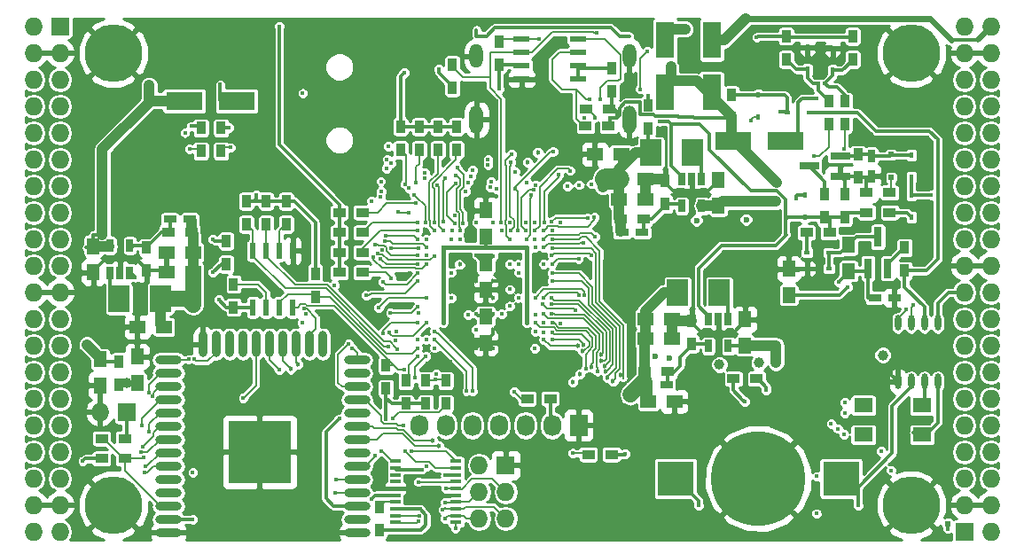
<source format=gbl>
G04 #@! TF.FileFunction,Copper,L4,Bot,Signal*
%FSLAX46Y46*%
G04 Gerber Fmt 4.6, Leading zero omitted, Abs format (unit mm)*
G04 Created by KiCad (PCBNEW 4.0.7+dfsg1-1) date Wed Oct 11 15:56:21 2017*
%MOMM*%
%LPD*%
G01*
G04 APERTURE LIST*
%ADD10C,0.100000*%
%ADD11R,1.800000X3.500000*%
%ADD12R,0.900000X1.200000*%
%ADD13R,2.000000X2.500000*%
%ADD14R,0.700000X1.200000*%
%ADD15R,1.250000X1.500000*%
%ADD16R,1.500000X1.250000*%
%ADD17O,0.609600X1.473200*%
%ADD18R,0.800000X1.900000*%
%ADD19R,1.900000X0.800000*%
%ADD20R,1.200000X0.750000*%
%ADD21R,0.750000X1.200000*%
%ADD22R,1.200000X0.900000*%
%ADD23R,0.600000X1.550000*%
%ADD24R,1.550000X0.600000*%
%ADD25O,2.500000X0.900000*%
%ADD26O,0.900000X2.500000*%
%ADD27R,6.000000X6.000000*%
%ADD28R,1.727200X1.727200*%
%ADD29O,1.727200X1.727200*%
%ADD30C,5.500000*%
%ADD31R,1.000000X0.400000*%
%ADD32R,0.500000X0.500000*%
%ADD33R,1.727200X2.032000*%
%ADD34O,1.727200X2.032000*%
%ADD35R,3.500000X3.300000*%
%ADD36C,9.000000*%
%ADD37O,1.300000X2.700000*%
%ADD38O,1.300000X2.300000*%
%ADD39R,1.800000X1.400000*%
%ADD40R,0.600000X0.450000*%
%ADD41R,0.450000X0.600000*%
%ADD42R,3.500000X1.800000*%
%ADD43C,0.400000*%
%ADD44C,0.454000*%
%ADD45C,1.000000*%
%ADD46C,0.600000*%
%ADD47C,0.300000*%
%ADD48C,1.000000*%
%ADD49C,0.190000*%
%ADD50C,0.600000*%
%ADD51C,0.500000*%
%ADD52C,2.000000*%
%ADD53C,1.200000*%
%ADD54C,1.500000*%
%ADD55C,0.400000*%
%ADD56C,0.200000*%
%ADD57C,0.254000*%
G04 APERTURE END LIST*
D10*
D11*
X155695000Y-69000000D03*
X155695000Y-64000000D03*
D12*
X154044000Y-72426000D03*
X154044000Y-70226000D03*
D13*
X160870000Y-88090000D03*
X156870000Y-88090000D03*
D14*
X159825000Y-90600000D03*
X160775000Y-90600000D03*
X161725000Y-90600000D03*
X161725000Y-93200000D03*
X159825000Y-93200000D03*
D13*
X158330000Y-74755000D03*
X154330000Y-74755000D03*
D14*
X157285000Y-77235000D03*
X158235000Y-77235000D03*
X159185000Y-77235000D03*
X159185000Y-79835000D03*
X157285000Y-79835000D03*
D13*
X103530000Y-88725000D03*
X107530000Y-88725000D03*
D14*
X104575000Y-86215000D03*
X103625000Y-86215000D03*
X102675000Y-86215000D03*
X102675000Y-83615000D03*
X104575000Y-83615000D03*
D15*
X101085000Y-83665000D03*
X101085000Y-86165000D03*
D16*
X153810000Y-90630000D03*
X156310000Y-90630000D03*
X153810000Y-92535000D03*
X156310000Y-92535000D03*
D15*
X163315000Y-93150000D03*
X163315000Y-90650000D03*
D16*
X151270000Y-79200000D03*
X153770000Y-79200000D03*
X151270000Y-77295000D03*
X153770000Y-77295000D03*
D15*
X160775000Y-79815000D03*
X160775000Y-77315000D03*
D16*
X110590000Y-84280000D03*
X108090000Y-84280000D03*
X110590000Y-86185000D03*
X108090000Y-86185000D03*
D17*
X181730000Y-96599000D03*
X180460000Y-96599000D03*
X179190000Y-96599000D03*
X177920000Y-96599000D03*
X177920000Y-91011000D03*
X179190000Y-91011000D03*
X180460000Y-91011000D03*
X181730000Y-91011000D03*
D15*
X173221000Y-86038000D03*
X173221000Y-83538000D03*
D18*
X176965000Y-85780000D03*
X175065000Y-85780000D03*
X176015000Y-82780000D03*
D19*
X172435000Y-75075000D03*
X172435000Y-76975000D03*
X169435000Y-76025000D03*
D20*
X153910000Y-96910000D03*
X155810000Y-96910000D03*
X151570000Y-82375000D03*
X153470000Y-82375000D03*
X110290000Y-81105000D03*
X108390000Y-81105000D03*
D21*
X175380000Y-75075000D03*
X175380000Y-76975000D03*
D22*
X169200000Y-82375000D03*
X171400000Y-82375000D03*
D12*
X172840000Y-80935000D03*
X172840000Y-78735000D03*
D22*
X177115000Y-80470000D03*
X174915000Y-80470000D03*
D12*
X174110000Y-74925000D03*
X174110000Y-77125000D03*
X178555000Y-83815000D03*
X178555000Y-86015000D03*
X113785000Y-83180000D03*
X113785000Y-85380000D03*
X170935000Y-80935000D03*
X170935000Y-78735000D03*
X128390000Y-108580000D03*
X128390000Y-110780000D03*
D22*
X150572000Y-103584000D03*
X148372000Y-103584000D03*
X177115000Y-78565000D03*
X174915000Y-78565000D03*
X153760000Y-95640000D03*
X155960000Y-95640000D03*
X110440000Y-82375000D03*
X108240000Y-82375000D03*
X151420000Y-81105000D03*
X153620000Y-81105000D03*
D12*
X158235000Y-90800000D03*
X158235000Y-93000000D03*
X106165000Y-86015000D03*
X106165000Y-83815000D03*
X155695000Y-77465000D03*
X155695000Y-79665000D03*
D22*
X126782000Y-86185000D03*
X124582000Y-86185000D03*
X126782000Y-84279000D03*
X124582000Y-84279000D03*
X126782000Y-82375000D03*
X124582000Y-82375000D03*
X126782000Y-80470000D03*
X124582000Y-80470000D03*
D12*
X130422000Y-74458000D03*
X130422000Y-72258000D03*
X132200000Y-74458000D03*
X132200000Y-72258000D03*
X133978000Y-74458000D03*
X133978000Y-72258000D03*
X135756000Y-74458000D03*
X135756000Y-72258000D03*
D23*
X116325000Y-84120000D03*
X117595000Y-84120000D03*
X118865000Y-84120000D03*
X120135000Y-84120000D03*
X120135000Y-89520000D03*
X118865000Y-89520000D03*
X117595000Y-89520000D03*
X116325000Y-89520000D03*
D20*
X175700000Y-88598000D03*
X177600000Y-88598000D03*
D24*
X141980000Y-67705000D03*
X141980000Y-66435000D03*
X141980000Y-65165000D03*
X141980000Y-63895000D03*
X147380000Y-63895000D03*
X147380000Y-65165000D03*
X147380000Y-66435000D03*
X147380000Y-67705000D03*
D25*
X126260434Y-111030338D03*
X126260434Y-109760338D03*
X126260434Y-108490338D03*
X126260434Y-107220338D03*
X126260434Y-105950338D03*
X126260434Y-104680338D03*
X126260434Y-103410338D03*
X126260434Y-102140338D03*
X126260434Y-100870338D03*
X126260434Y-99600338D03*
X126260434Y-98330338D03*
X126260434Y-97060338D03*
X126260434Y-95790338D03*
X126260434Y-94520338D03*
D26*
X122975434Y-93030338D03*
X121705434Y-93030338D03*
X120435434Y-93030338D03*
X119165434Y-93030338D03*
X117895434Y-93030338D03*
X116625434Y-93030338D03*
X115355434Y-93030338D03*
X114085434Y-93030338D03*
X112815434Y-93030338D03*
X111545434Y-93030338D03*
D25*
X108260434Y-94520338D03*
X108260434Y-95790338D03*
X108260434Y-97060338D03*
X108260434Y-98330338D03*
X108260434Y-99600338D03*
X108260434Y-100870338D03*
X108260434Y-102140338D03*
X108260434Y-103410338D03*
X108260434Y-104680338D03*
X108260434Y-105950338D03*
X108260434Y-107220338D03*
X108260434Y-108490338D03*
X108260434Y-109760338D03*
X108260434Y-111030338D03*
D27*
X116960434Y-103330338D03*
D28*
X97910000Y-62690000D03*
D29*
X95370000Y-62690000D03*
X97910000Y-65230000D03*
X95370000Y-65230000D03*
X97910000Y-67770000D03*
X95370000Y-67770000D03*
X97910000Y-70310000D03*
X95370000Y-70310000D03*
X97910000Y-72850000D03*
X95370000Y-72850000D03*
X97910000Y-75390000D03*
X95370000Y-75390000D03*
X97910000Y-77930000D03*
X95370000Y-77930000D03*
X97910000Y-80470000D03*
X95370000Y-80470000D03*
X97910000Y-83010000D03*
X95370000Y-83010000D03*
X97910000Y-85550000D03*
X95370000Y-85550000D03*
X97910000Y-88090000D03*
X95370000Y-88090000D03*
X97910000Y-90630000D03*
X95370000Y-90630000D03*
X97910000Y-93170000D03*
X95370000Y-93170000D03*
X97910000Y-95710000D03*
X95370000Y-95710000D03*
X97910000Y-98250000D03*
X95370000Y-98250000D03*
X97910000Y-100790000D03*
X95370000Y-100790000D03*
X97910000Y-103330000D03*
X95370000Y-103330000D03*
X97910000Y-105870000D03*
X95370000Y-105870000D03*
X97910000Y-108410000D03*
X95370000Y-108410000D03*
X97910000Y-110950000D03*
X95370000Y-110950000D03*
D28*
X184270000Y-110950000D03*
D29*
X186810000Y-110950000D03*
X184270000Y-108410000D03*
X186810000Y-108410000D03*
X184270000Y-105870000D03*
X186810000Y-105870000D03*
X184270000Y-103330000D03*
X186810000Y-103330000D03*
X184270000Y-100790000D03*
X186810000Y-100790000D03*
X184270000Y-98250000D03*
X186810000Y-98250000D03*
X184270000Y-95710000D03*
X186810000Y-95710000D03*
X184270000Y-93170000D03*
X186810000Y-93170000D03*
X184270000Y-90630000D03*
X186810000Y-90630000D03*
X184270000Y-88090000D03*
X186810000Y-88090000D03*
X184270000Y-85550000D03*
X186810000Y-85550000D03*
X184270000Y-83010000D03*
X186810000Y-83010000D03*
X184270000Y-80470000D03*
X186810000Y-80470000D03*
X184270000Y-77930000D03*
X186810000Y-77930000D03*
X184270000Y-75390000D03*
X186810000Y-75390000D03*
X184270000Y-72850000D03*
X186810000Y-72850000D03*
X184270000Y-70310000D03*
X186810000Y-70310000D03*
X184270000Y-67770000D03*
X186810000Y-67770000D03*
X184270000Y-65230000D03*
X186810000Y-65230000D03*
X184270000Y-62690000D03*
X186810000Y-62690000D03*
D30*
X102990000Y-108410000D03*
X179190000Y-108410000D03*
X179190000Y-65230000D03*
X102990000Y-65230000D03*
D12*
X162045000Y-71410000D03*
X162045000Y-69210000D03*
X139820000Y-66330000D03*
X139820000Y-64130000D03*
X135375000Y-68532000D03*
X135375000Y-66332000D03*
X150615000Y-68870000D03*
X150615000Y-66670000D03*
D22*
X150275000Y-72215000D03*
X148075000Y-72215000D03*
X150380000Y-70600000D03*
X148180000Y-70600000D03*
D31*
X135735000Y-104215000D03*
X135735000Y-104865000D03*
X135735000Y-105515000D03*
X135735000Y-106165000D03*
X135735000Y-106815000D03*
X135735000Y-107465000D03*
X135735000Y-108115000D03*
X135735000Y-108765000D03*
X135735000Y-109415000D03*
X135735000Y-110065000D03*
X129935000Y-110065000D03*
X129935000Y-109415000D03*
X129935000Y-108765000D03*
X129935000Y-108115000D03*
X129935000Y-107465000D03*
X129935000Y-106815000D03*
X129935000Y-106165000D03*
X129935000Y-105515000D03*
X129935000Y-104865000D03*
X129935000Y-104215000D03*
D12*
X119500000Y-79370000D03*
X119500000Y-81570000D03*
X114480000Y-89500000D03*
X114480000Y-87300000D03*
X129025000Y-97275000D03*
X129025000Y-95075000D03*
X117595000Y-79370000D03*
X117595000Y-81570000D03*
X122280000Y-86300000D03*
X122280000Y-88500000D03*
X115690000Y-79370000D03*
X115690000Y-81570000D03*
D22*
X144730000Y-98250000D03*
X142530000Y-98250000D03*
D12*
X132835000Y-98715000D03*
X132835000Y-96515000D03*
X130930000Y-98715000D03*
X130930000Y-96515000D03*
D22*
X101890000Y-103965000D03*
X104090000Y-103965000D03*
D28*
X104260000Y-99520000D03*
D29*
X101720000Y-99520000D03*
D22*
X101890000Y-102060000D03*
X104090000Y-102060000D03*
D12*
X103498000Y-96894000D03*
X103498000Y-94694000D03*
D15*
X167506000Y-88324000D03*
X167506000Y-85824000D03*
D22*
X164415000Y-96345000D03*
X162215000Y-96345000D03*
D12*
X167252000Y-65822000D03*
X167252000Y-63622000D03*
D28*
X140455000Y-104600000D03*
D29*
X137915000Y-104600000D03*
X140455000Y-107140000D03*
X137915000Y-107140000D03*
X140455000Y-109680000D03*
X137915000Y-109680000D03*
D15*
X138550000Y-90396000D03*
X138550000Y-92896000D03*
X138550000Y-82736000D03*
X138550000Y-80236000D03*
X138550000Y-85316000D03*
X138550000Y-87816000D03*
X101720000Y-94460000D03*
X101720000Y-96960000D03*
D12*
X113277000Y-74585000D03*
X113277000Y-72385000D03*
X111372000Y-74585000D03*
X111372000Y-72385000D03*
X172840000Y-72045000D03*
X172840000Y-69845000D03*
X171316000Y-72045000D03*
X171316000Y-69845000D03*
D32*
X182680000Y-110200000D03*
D33*
X147440000Y-100790000D03*
D34*
X144900000Y-100790000D03*
X142360000Y-100790000D03*
X139820000Y-100790000D03*
X137280000Y-100790000D03*
X134740000Y-100790000D03*
X132200000Y-100790000D03*
D35*
X172485000Y-105870000D03*
X156685000Y-105870000D03*
D36*
X164585000Y-105870000D03*
D37*
X152280000Y-71550000D03*
X137680000Y-71550000D03*
D38*
X137680000Y-65500000D03*
X152280000Y-65500000D03*
D39*
X180212000Y-98882000D03*
X174612000Y-98882000D03*
X174612000Y-101682000D03*
X180212000Y-101682000D03*
D32*
X177285000Y-74925000D03*
X177285000Y-77125000D03*
D15*
X105276000Y-96706000D03*
X105276000Y-94206000D03*
D40*
X169250000Y-84280000D03*
X171350000Y-84280000D03*
D41*
X179190000Y-80885000D03*
X179190000Y-78785000D03*
X169030000Y-80885000D03*
X169030000Y-78785000D03*
D40*
X171350000Y-85804000D03*
X169250000Y-85804000D03*
D41*
X179190000Y-77075000D03*
X179190000Y-74975000D03*
D40*
X167345000Y-70945000D03*
X169445000Y-70945000D03*
D41*
X164585000Y-69260000D03*
X164585000Y-71360000D03*
X169284000Y-66788000D03*
X169284000Y-64688000D03*
X171697000Y-66881000D03*
X171697000Y-64781000D03*
D42*
X109761000Y-69802000D03*
X114761000Y-69802000D03*
X167212000Y-73612000D03*
X162212000Y-73612000D03*
D11*
X160140000Y-64000000D03*
X160140000Y-69000000D03*
D16*
X154064000Y-98504000D03*
X156564000Y-98504000D03*
X107796000Y-91392000D03*
X105296000Y-91392000D03*
X151484000Y-74882000D03*
X148984000Y-74882000D03*
D12*
X173602000Y-65822000D03*
X173602000Y-63622000D03*
X134740000Y-96515000D03*
X134740000Y-98715000D03*
D43*
X135172669Y-94689483D03*
X136095958Y-93369652D03*
X135456992Y-95118806D03*
X134113023Y-94099076D03*
D44*
X139264636Y-91615205D03*
D43*
X139575609Y-69792857D03*
D45*
X116880503Y-64802940D03*
X106974809Y-64953974D03*
X175210328Y-64948943D03*
X165417246Y-64954666D03*
D43*
X175495631Y-71457432D03*
X146468970Y-70993942D03*
X144978424Y-71024054D03*
X143480350Y-71016526D03*
X142000564Y-71008511D03*
X147987361Y-71377791D03*
X144102010Y-84600000D03*
X132880424Y-84561218D03*
X135567436Y-80702302D03*
X132810347Y-82177990D03*
X145713035Y-91022010D03*
X145680000Y-94177990D03*
X177285000Y-95710000D03*
D45*
X177229911Y-82281349D03*
D43*
X170046000Y-85804000D03*
D46*
X164741832Y-81130572D03*
D43*
X120770000Y-72215000D03*
D46*
X161067993Y-81216119D03*
D45*
X158233687Y-94852616D03*
X162992748Y-94820185D03*
D46*
X156280000Y-81210838D03*
D43*
X131254529Y-86251357D03*
X140880000Y-81400000D03*
X136085174Y-89394826D03*
X145680000Y-81400000D03*
X150080000Y-81600000D03*
X131280000Y-89400000D03*
X140874194Y-91433353D03*
X145680000Y-85422010D03*
X142480000Y-94200000D03*
X140880000Y-93400000D03*
X139280000Y-93400000D03*
X137680000Y-93400000D03*
X136880000Y-92600000D03*
X135280000Y-92600000D03*
X132880000Y-91800000D03*
X132880000Y-93400000D03*
D44*
X141042859Y-86994997D03*
X139280000Y-87000000D03*
X136110990Y-86995403D03*
X137680000Y-87000000D03*
X136080000Y-84600000D03*
X139280000Y-88600000D03*
D43*
X110587745Y-105297340D03*
X127656639Y-107816792D03*
D45*
X156235582Y-66548363D03*
X166321614Y-77572282D03*
X166248957Y-79408030D03*
X101932065Y-82585048D03*
X106417803Y-68312483D03*
X166280000Y-94800000D03*
D43*
X150457224Y-71377791D03*
X172289562Y-87124051D03*
D45*
X157600000Y-62944000D03*
D43*
X129005202Y-100174798D03*
X137659051Y-91638034D03*
X139820000Y-68665673D03*
X172834633Y-99599920D03*
X172879922Y-98618650D03*
X176305593Y-103279812D03*
X165349214Y-97422919D03*
D45*
X160875897Y-94988750D03*
D43*
X164433885Y-63737451D03*
X148639876Y-77729346D03*
D45*
X149751640Y-78029346D03*
D43*
X134079160Y-66786153D03*
X109828000Y-72830000D03*
X116654336Y-78777990D03*
D45*
X176474303Y-94069095D03*
D43*
X173094000Y-87582000D03*
D45*
X100479904Y-93063904D03*
D46*
X163422030Y-81120665D03*
X154726292Y-94171363D03*
X156077107Y-94380779D03*
X158680000Y-81210838D03*
D43*
X112515000Y-83010000D03*
X181065000Y-78785000D03*
X110529662Y-109760338D03*
X100080000Y-104200000D03*
X113080000Y-88800000D03*
D45*
X164653770Y-94825547D03*
D43*
X135273306Y-88618602D03*
X139272517Y-84611349D03*
X137680556Y-84534085D03*
X141680000Y-86200000D03*
X135280000Y-86200000D03*
X132880000Y-92600000D03*
X132080000Y-92600000D03*
X141680000Y-88600000D03*
X141680000Y-85400000D03*
D45*
X152362985Y-97848768D03*
D43*
X136885174Y-90194826D03*
X140094890Y-90122990D03*
X139280000Y-90122990D03*
X140880000Y-89400000D03*
X137680000Y-90172990D03*
X140880000Y-87800000D03*
X140880000Y-85400000D03*
D44*
X136080000Y-85400000D03*
D43*
X121369010Y-90164222D03*
X130022933Y-91834237D03*
X121036481Y-91008234D03*
X129902064Y-92678248D03*
D45*
X110617371Y-89287199D03*
D43*
X142480000Y-91000000D03*
X142480000Y-83800000D03*
X134480000Y-83800000D03*
X134480000Y-91000000D03*
X105037711Y-86632990D03*
X155149360Y-71764535D03*
X121086654Y-69078528D03*
X170182962Y-69571012D03*
X174110000Y-108410000D03*
X158870000Y-108410000D03*
X137295592Y-97538017D03*
X134750646Y-106810513D03*
X133680000Y-91800000D03*
D44*
X134074414Y-102752225D03*
D43*
X136740903Y-97514503D03*
X134675868Y-108131585D03*
D44*
X133449289Y-102232615D03*
D43*
X133680000Y-92600000D03*
X127951328Y-103666396D03*
X132936956Y-104698915D03*
X134463998Y-108841973D03*
X133685668Y-93402482D03*
X130692380Y-100790000D03*
X131808905Y-96227367D03*
X134636872Y-109719950D03*
X132846234Y-94197073D03*
X118858690Y-62658970D03*
X130761990Y-67119621D03*
X148477832Y-69619684D03*
X149475951Y-69619684D03*
X148991194Y-71377791D03*
X153984196Y-65077116D03*
X153322343Y-68673419D03*
X143650666Y-63862520D03*
X178665908Y-89713903D03*
X149183754Y-63257114D03*
X179375977Y-89317806D03*
X140035989Y-81400000D03*
X115404683Y-98167821D03*
X128776655Y-87110882D03*
X132077895Y-86272150D03*
X118843798Y-95498222D03*
D44*
X119978162Y-95412951D03*
X120634035Y-94977604D03*
D43*
X113212238Y-68244401D03*
X146387166Y-77939336D03*
X147480000Y-77822010D03*
X131453853Y-103260518D03*
X144891634Y-91008466D03*
D44*
X148653935Y-95249010D03*
X149565978Y-94054788D03*
D43*
X144867244Y-90164455D03*
D44*
X150720500Y-96575802D03*
D43*
X144890381Y-83866022D03*
D44*
X151448039Y-95951686D03*
D43*
X144894101Y-83022010D03*
D44*
X150149219Y-96229829D03*
D43*
X144901285Y-86268736D03*
D44*
X150033441Y-95660469D03*
D43*
X144888562Y-86993817D03*
D44*
X149952517Y-95085120D03*
D43*
X144877648Y-88622010D03*
D44*
X149584522Y-94635504D03*
D43*
X144810610Y-89177990D03*
X144895773Y-91874444D03*
D44*
X147777713Y-93691005D03*
X147356233Y-93219138D03*
D43*
X144102010Y-92600000D03*
D44*
X147915304Y-93060979D03*
D43*
X144882352Y-92577990D03*
X130807074Y-95454141D03*
X130141304Y-93529144D03*
X132080000Y-93400000D03*
X129254670Y-93244631D03*
X133852393Y-95875797D03*
X141280000Y-97600000D03*
X133762848Y-96395146D03*
X132080000Y-94200000D03*
X128669601Y-84020243D03*
X105906712Y-103816552D03*
X130839486Y-103260518D03*
X129459184Y-90039192D03*
X132080000Y-89444020D03*
X128602801Y-103260518D03*
X132162861Y-106185868D03*
X128321313Y-89539949D03*
X132880000Y-88600000D03*
X127145130Y-88379076D03*
X124253981Y-105982535D03*
X132080000Y-87000000D03*
X125827283Y-93452662D03*
X124202418Y-107207639D03*
D44*
X142530990Y-75662841D03*
X143525587Y-74749772D03*
D43*
X110313517Y-74380698D03*
X132146108Y-109940263D03*
X114166000Y-74247000D03*
X132189000Y-109415000D03*
X135694981Y-77648547D03*
X135567436Y-81489225D03*
X134702010Y-77200000D03*
X134471354Y-81347908D03*
X132761172Y-77202673D03*
X132737245Y-76676207D03*
X128545566Y-77476577D03*
X127643658Y-79355564D03*
X110718734Y-94451783D03*
X128515897Y-78994176D03*
X110193102Y-94489889D03*
X128569727Y-78469921D03*
X106368514Y-97662752D03*
X131230910Y-78113843D03*
X106741168Y-98035405D03*
X131709326Y-78745875D03*
X132783332Y-81399993D03*
X129016746Y-82660638D03*
X105679715Y-100783924D03*
X132084821Y-83022010D03*
X128948848Y-83183258D03*
X106401171Y-101377901D03*
X132886504Y-83777990D03*
X129513931Y-83860979D03*
X105803161Y-102850427D03*
X132117443Y-83866021D03*
X127966259Y-83527946D03*
X105651866Y-103355255D03*
X132079996Y-84503337D03*
X128256283Y-84387285D03*
X106023598Y-104697574D03*
X133671942Y-84595200D03*
X127824162Y-84688968D03*
X105973679Y-105248709D03*
X132875802Y-85428138D03*
D44*
X146862501Y-96617499D03*
X147534467Y-95913260D03*
D43*
X148102806Y-95339021D03*
X143280000Y-91000000D03*
X149207706Y-95605291D03*
X144082424Y-90132858D03*
X143989948Y-89177990D03*
X147125926Y-89802879D03*
X143281824Y-90201951D03*
X144102010Y-85397219D03*
X147422472Y-84858593D03*
X144886544Y-85385186D03*
X144102010Y-83000000D03*
X148975652Y-82755341D03*
X144885092Y-82177990D03*
X147470668Y-88324835D03*
X144082832Y-88584510D03*
X147997681Y-88324844D03*
X143278026Y-88595030D03*
X144102010Y-82185600D03*
X148935852Y-80899014D03*
X148337768Y-80975785D03*
X144866392Y-81333979D03*
X139280000Y-81400000D03*
X139585116Y-78205862D03*
X138968064Y-78040948D03*
X139049357Y-77520244D03*
X138775679Y-75942989D03*
X138779198Y-75400762D03*
X137680000Y-81400000D03*
X137308732Y-76415018D03*
X137106948Y-76979922D03*
X136856003Y-77562978D03*
X136634118Y-78451672D03*
X135830698Y-76200613D03*
X136411444Y-81497309D03*
X148668800Y-84550385D03*
X144877691Y-84532933D03*
X144102010Y-83800000D03*
X147894174Y-83335809D03*
X142852716Y-78759927D03*
X142473549Y-82998913D03*
X143105106Y-78295223D03*
X142396423Y-82191394D03*
X145494012Y-76834828D03*
X144146021Y-81374784D03*
X143331797Y-77819457D03*
X146627648Y-76461302D03*
X143257990Y-82207154D03*
X143257990Y-81379632D03*
X141380161Y-78226966D03*
X145017056Y-74655847D03*
X141657990Y-82130345D03*
X142413979Y-81382236D03*
X140080000Y-82200000D03*
X141342967Y-76554996D03*
X141046643Y-74873804D03*
X140864029Y-83041403D03*
X140980062Y-75681941D03*
X140924011Y-82179283D03*
X129542604Y-86703515D03*
X132880000Y-83022010D03*
X132080000Y-82177990D03*
X132080000Y-81400000D03*
X131847310Y-79589886D03*
X130856828Y-77742623D03*
X131923295Y-77584853D03*
X133654358Y-82177990D03*
X133627343Y-81396408D03*
X129336756Y-91938993D03*
X132880000Y-91000000D03*
X128770628Y-92009836D03*
X132077648Y-90977990D03*
X130196821Y-80377733D03*
X131180000Y-80500000D03*
X128489708Y-84867377D03*
X132079620Y-85428138D03*
X163908850Y-71651861D03*
X134501414Y-82177578D03*
X133922194Y-77854836D03*
X135656559Y-110610712D03*
X132448438Y-104994496D03*
X146844288Y-103452739D03*
X134707351Y-105508447D03*
X132280000Y-108800000D03*
D45*
X104309083Y-96731596D03*
D43*
X112515000Y-86185000D03*
X163277422Y-98501717D03*
X170126036Y-109212466D03*
X170157734Y-105666345D03*
X169895346Y-75092988D03*
X143257990Y-83000000D03*
X168166438Y-79108038D03*
X151896383Y-103510715D03*
X114039000Y-72342000D03*
X110483000Y-72215000D03*
X177274002Y-105079115D03*
X143258015Y-93423150D03*
X172761273Y-101651681D03*
X143280000Y-91800000D03*
X172193360Y-101105663D03*
X144064831Y-91877646D03*
X171540304Y-100645743D03*
X144080000Y-91000000D03*
X154044000Y-69294000D03*
X129061632Y-76229575D03*
X135280000Y-83022010D03*
X129493343Y-75737814D03*
X136080000Y-83000000D03*
X129122249Y-75363607D03*
X135345425Y-82176814D03*
X135725421Y-76909376D03*
X129252218Y-74142461D03*
X136080000Y-82200000D03*
X172746637Y-74347988D03*
X143280000Y-83800000D03*
X142480000Y-77600000D03*
X170300000Y-68151000D03*
X170950000Y-68125562D03*
X125480000Y-93000000D03*
X121206217Y-89662983D03*
X132156079Y-90030946D03*
X182654362Y-110665838D03*
X124080000Y-87400000D03*
X124080000Y-87400000D03*
X166678914Y-70803555D03*
X129660000Y-100155000D03*
X124580000Y-100155000D03*
D47*
X138630000Y-63600000D02*
X139449896Y-62780104D01*
X137680000Y-63000000D02*
X137680000Y-63600000D01*
X150510104Y-62780104D02*
X151330000Y-63600000D01*
X137680000Y-63600000D02*
X138630000Y-63600000D01*
X139449896Y-62780104D02*
X150510104Y-62780104D01*
X151330000Y-63600000D02*
X152280000Y-63600000D01*
X136126306Y-93400000D02*
X136095958Y-93369652D01*
X136880000Y-92600000D02*
X136110348Y-93369652D01*
X136049652Y-93369652D02*
X136095958Y-93369652D01*
X137680000Y-93400000D02*
X136126306Y-93400000D01*
X135280000Y-92600000D02*
X136049652Y-93369652D01*
X136110348Y-93369652D02*
X136095958Y-93369652D01*
X139264636Y-92054364D02*
X139264636Y-91936231D01*
X139264636Y-91936231D02*
X139264636Y-91615205D01*
X138550000Y-92769000D02*
X139264636Y-92054364D01*
X136880000Y-92600000D02*
X137680000Y-93400000D01*
X136880000Y-92600000D02*
X138381000Y-92600000D01*
X138381000Y-92600000D02*
X138550000Y-92769000D01*
X135280000Y-92600000D02*
X136880000Y-92600000D01*
X138550000Y-92769000D02*
X138649000Y-92769000D01*
X138649000Y-92769000D02*
X139280000Y-93400000D01*
X138550000Y-92769000D02*
X138311000Y-92769000D01*
X138311000Y-92769000D02*
X137680000Y-93400000D01*
X137822857Y-69792857D02*
X139292767Y-69792857D01*
X137680000Y-69650000D02*
X137822857Y-69792857D01*
X139292767Y-69792857D02*
X139575609Y-69792857D01*
X132202804Y-107453326D02*
X131572496Y-106823018D01*
X135747661Y-107453326D02*
X132202804Y-107453326D01*
X131572496Y-106823018D02*
X129919874Y-106823018D01*
X175042385Y-64781000D02*
X175210328Y-64948943D01*
X171697000Y-64781000D02*
X175042385Y-64781000D01*
X165683912Y-64688000D02*
X165417246Y-64954666D01*
X169284000Y-64688000D02*
X165683912Y-64688000D01*
X169284000Y-64688000D02*
X171604000Y-64688000D01*
X171604000Y-64688000D02*
X171697000Y-64781000D01*
X177285000Y-95710000D02*
X177285000Y-95964000D01*
X177285000Y-95964000D02*
X177920000Y-96599000D01*
X167506000Y-85824000D02*
X169230000Y-85824000D01*
X169230000Y-85824000D02*
X169250000Y-85804000D01*
X169250000Y-85804000D02*
X170046000Y-85804000D01*
X102210000Y-84915000D02*
X103625000Y-84915000D01*
X103625000Y-84915000D02*
X105215000Y-84915000D01*
X103625000Y-86215000D02*
X103625000Y-84915000D01*
X105215000Y-84915000D02*
X106165000Y-85865000D01*
X106165000Y-85865000D02*
X106165000Y-86015000D01*
X101085000Y-86165000D02*
X101085000Y-86040000D01*
X101085000Y-86040000D02*
X102210000Y-84915000D01*
X106165000Y-86015000D02*
X107920000Y-86015000D01*
X107920000Y-86015000D02*
X108090000Y-86185000D01*
D48*
X153770000Y-77295000D02*
X155525000Y-77295000D01*
D47*
X155525000Y-77295000D02*
X155695000Y-77465000D01*
D48*
X153770000Y-79200000D02*
X153770000Y-77295000D01*
D47*
X174110000Y-77125000D02*
X174745000Y-77125000D01*
X174745000Y-77125000D02*
X175230000Y-77125000D01*
X174915000Y-78565000D02*
X174915000Y-77295000D01*
X174915000Y-77295000D02*
X174745000Y-77125000D01*
X172840000Y-78735000D02*
X172840000Y-77380000D01*
X172840000Y-77380000D02*
X172435000Y-76975000D01*
X175230000Y-77125000D02*
X175380000Y-76975000D01*
X172435000Y-76975000D02*
X173960000Y-76975000D01*
X173960000Y-76975000D02*
X174110000Y-77125000D01*
X137680000Y-86200000D02*
X137680000Y-86600000D01*
X136080000Y-84600000D02*
X137680000Y-86200000D01*
X159850000Y-78365000D02*
X158235000Y-78365000D01*
X158235000Y-78365000D02*
X156445000Y-78365000D01*
X158235000Y-77235000D02*
X158235000Y-78365000D01*
X160775000Y-77315000D02*
X160775000Y-77440000D01*
X160775000Y-77440000D02*
X159850000Y-78365000D01*
X156445000Y-78365000D02*
X155695000Y-77615000D01*
X155695000Y-77615000D02*
X155695000Y-77465000D01*
D48*
X156310000Y-90630000D02*
X156310000Y-92535000D01*
X158235000Y-90800000D02*
X156480000Y-90800000D01*
D47*
X156480000Y-90800000D02*
X156310000Y-90630000D01*
X163315000Y-90650000D02*
X163315000Y-90834602D01*
X163315000Y-90834602D02*
X162249602Y-91900000D01*
X162249602Y-91900000D02*
X160775000Y-91900000D01*
X101085000Y-86165000D02*
X101085000Y-85929893D01*
X106165000Y-85944374D02*
X106165000Y-86015000D01*
X159185000Y-91900000D02*
X160775000Y-91900000D01*
X160775000Y-90600000D02*
X160775000Y-91900000D01*
X158235000Y-90800000D02*
X158235000Y-90950000D01*
X158235000Y-90950000D02*
X159185000Y-91900000D01*
X108090000Y-84280000D02*
X108090000Y-86185000D01*
X107625000Y-84745000D02*
X108090000Y-84280000D01*
X108070000Y-84260000D02*
X108090000Y-84280000D01*
X141037856Y-87000000D02*
X141042859Y-86994997D01*
X139280000Y-87000000D02*
X141037856Y-87000000D01*
X136432016Y-86995403D02*
X136110990Y-86995403D01*
X137284597Y-86995403D02*
X136432016Y-86995403D01*
X137680000Y-86600000D02*
X137284597Y-86995403D01*
X137680000Y-86600000D02*
X137680000Y-87000000D01*
D49*
X138029000Y-66332000D02*
X138115000Y-66246000D01*
D47*
X128008431Y-107465000D02*
X127856638Y-107616793D01*
X127856638Y-107616793D02*
X127656639Y-107816792D01*
X129935000Y-107465000D02*
X128008431Y-107465000D01*
X160140000Y-69000000D02*
X160140000Y-69850000D01*
X160140000Y-69850000D02*
X161700000Y-71410000D01*
D48*
X156235582Y-67716832D02*
X156235582Y-66548363D01*
X158681338Y-67896338D02*
X156415088Y-67896338D01*
X156415088Y-67896338D02*
X156235582Y-67716832D01*
D47*
X156235582Y-66578582D02*
X156235582Y-66548363D01*
D48*
X162045000Y-73295668D02*
X165821615Y-77072283D01*
X165821615Y-77072283D02*
X166321614Y-77572282D01*
X160790000Y-79800000D02*
X161181970Y-79408030D01*
X161181970Y-79408030D02*
X165541851Y-79408030D01*
X165541851Y-79408030D02*
X166248957Y-79408030D01*
D47*
X101085000Y-82615000D02*
X101114952Y-82585048D01*
X101114952Y-82585048D02*
X101224959Y-82585048D01*
X101085000Y-83665000D02*
X101085000Y-82615000D01*
D48*
X101932065Y-81877942D02*
X101932065Y-82585048D01*
X101932065Y-74415935D02*
X101932065Y-81877942D01*
X106407114Y-69940886D02*
X101932065Y-74415935D01*
D47*
X101224959Y-82585048D02*
X101932065Y-82585048D01*
X151080000Y-71400000D02*
X151352990Y-71127010D01*
X151352990Y-71127010D02*
X151352990Y-70466020D01*
X151352990Y-70466020D02*
X151896020Y-69922990D01*
X151896020Y-69922990D02*
X152557010Y-69922990D01*
X152557010Y-69922990D02*
X152583077Y-69896923D01*
D48*
X106417803Y-69019589D02*
X106417803Y-68312483D01*
X106417803Y-69930197D02*
X106417803Y-69019589D01*
X106407114Y-69940886D02*
X106417803Y-69930197D01*
X166280000Y-93150000D02*
X166280000Y-94800000D01*
D47*
X110610000Y-69548000D02*
X110610000Y-69802000D01*
X150457224Y-71377791D02*
X150457224Y-72032776D01*
X150457224Y-72032776D02*
X150275000Y-72215000D01*
D48*
X109975000Y-69802000D02*
X106546000Y-69802000D01*
X106546000Y-69802000D02*
X106419000Y-69929000D01*
D47*
X151057791Y-71377791D02*
X150740066Y-71377791D01*
X150740066Y-71377791D02*
X150457224Y-71377791D01*
X151080000Y-71400000D02*
X151057791Y-71377791D01*
X172289562Y-87094438D02*
X172289562Y-87124051D01*
X173221000Y-86163000D02*
X172289562Y-87094438D01*
X173221000Y-86038000D02*
X173221000Y-86163000D01*
X175065000Y-88598000D02*
X175065000Y-85780000D01*
X175700000Y-88598000D02*
X175065000Y-88598000D01*
D48*
X106419000Y-69929000D02*
X106407114Y-69940886D01*
D47*
X106419000Y-69675000D02*
X106419000Y-69929000D01*
X100572432Y-83665000D02*
X100424079Y-83813353D01*
X101085000Y-83665000D02*
X100572432Y-83665000D01*
X160790000Y-79800000D02*
X160775000Y-79815000D01*
D48*
X163315000Y-93150000D02*
X166280000Y-93150000D01*
D47*
X160775000Y-79940000D02*
X160775000Y-79815000D01*
X164925000Y-93150000D02*
X164240000Y-93150000D01*
X164240000Y-93150000D02*
X163315000Y-93150000D01*
X101085000Y-83665000D02*
X101085000Y-83790000D01*
X151080000Y-71400000D02*
X151080000Y-70838120D01*
X151080000Y-70838120D02*
X150615000Y-70373120D01*
X150615000Y-70373120D02*
X150615000Y-69995990D01*
X150615000Y-69995990D02*
X150615000Y-68870000D01*
D48*
X159185000Y-79835000D02*
X160755000Y-79835000D01*
D47*
X160755000Y-79835000D02*
X160775000Y-79815000D01*
X161725000Y-93200000D02*
X163265000Y-93200000D01*
X163265000Y-93200000D02*
X163315000Y-93150000D01*
X173221000Y-86038000D02*
X174807000Y-86038000D01*
X174807000Y-86038000D02*
X175065000Y-85780000D01*
D48*
X101085000Y-83665000D02*
X102625000Y-83665000D01*
D47*
X102625000Y-83665000D02*
X102675000Y-83615000D01*
X152583077Y-69896923D02*
X153316999Y-69896923D01*
X153316999Y-69896923D02*
X153316999Y-71047601D01*
X161700000Y-71410000D02*
X162045000Y-71410000D01*
D48*
X162045000Y-71410000D02*
X162045000Y-71260000D01*
X162045000Y-71260000D02*
X158681338Y-67896338D01*
X162045000Y-71410000D02*
X162045000Y-73295668D01*
D47*
X158407951Y-71315988D02*
X158501963Y-71410000D01*
X153372399Y-71103001D02*
X154568521Y-71103001D01*
X158501963Y-71410000D02*
X162045000Y-71410000D01*
X156924522Y-71275510D02*
X156965000Y-71315988D01*
X156965000Y-71315988D02*
X158407951Y-71315988D01*
X153316999Y-71047601D02*
X153372399Y-71103001D01*
X154568521Y-71103001D02*
X154741030Y-71275510D01*
X154741030Y-71275510D02*
X156924522Y-71275510D01*
X162045000Y-71753000D02*
X162045000Y-71410000D01*
X155695000Y-64000000D02*
X155695000Y-63368337D01*
X155695000Y-63368337D02*
X156119337Y-62944000D01*
D48*
X156119337Y-62944000D02*
X157600000Y-62944000D01*
X160140000Y-64000000D02*
X161340000Y-64000000D01*
X161340000Y-64000000D02*
X163399217Y-61940783D01*
D50*
X163399217Y-61940783D02*
X180980783Y-61940783D01*
D51*
X185540000Y-63960000D02*
X186810000Y-62690000D01*
D50*
X180980783Y-61940783D02*
X183000000Y-63960000D01*
D47*
X183000000Y-63960000D02*
X185540000Y-63960000D01*
X129025000Y-97275000D02*
X129025000Y-100155000D01*
X129025000Y-100155000D02*
X129005202Y-100174798D01*
X129025000Y-97275000D02*
X129025000Y-98175000D01*
X129025000Y-98175000D02*
X129565000Y-98715000D01*
X129565000Y-98715000D02*
X130180000Y-98715000D01*
X130180000Y-98715000D02*
X130930000Y-98715000D01*
X132835000Y-98715000D02*
X130930000Y-98715000D01*
X103498000Y-94694000D02*
X101954000Y-94694000D01*
X101954000Y-94694000D02*
X101720000Y-94460000D01*
X173602000Y-63706000D02*
X167336000Y-63706000D01*
X167336000Y-63706000D02*
X167252000Y-63622000D01*
X167252000Y-63622000D02*
X164549336Y-63622000D01*
X164549336Y-63622000D02*
X164433885Y-63737451D01*
X138550000Y-85042000D02*
X138188471Y-85042000D01*
X138188471Y-85042000D02*
X137680556Y-84534085D01*
X138550000Y-85042000D02*
X138841866Y-85042000D01*
X138841866Y-85042000D02*
X139272517Y-84611349D01*
X137680556Y-84534085D02*
X139195253Y-84534085D01*
X139195253Y-84534085D02*
X139272517Y-84611349D01*
X139820000Y-66330000D02*
X139820000Y-68665673D01*
X165349214Y-97129214D02*
X165349214Y-97422919D01*
X164565000Y-96345000D02*
X165349214Y-97129214D01*
X164415000Y-96345000D02*
X164565000Y-96345000D01*
D48*
X149784145Y-77289735D02*
X149751640Y-77322240D01*
X149751640Y-77322240D02*
X149751640Y-78029346D01*
X149993577Y-77289735D02*
X149784145Y-77289735D01*
D47*
X134079160Y-67068995D02*
X134079160Y-66786153D01*
X134079160Y-67086160D02*
X134079160Y-67068995D01*
X135375000Y-68382000D02*
X134079160Y-67086160D01*
X135375000Y-68532000D02*
X135375000Y-68382000D01*
X154044000Y-72426000D02*
X154044000Y-74469000D01*
X154044000Y-74469000D02*
X154330000Y-74755000D01*
X116654336Y-79155664D02*
X116654336Y-79060832D01*
X115690000Y-79370000D02*
X116440000Y-79370000D01*
X116440000Y-79370000D02*
X116654336Y-79155664D01*
X116654336Y-79060832D02*
X116654336Y-78777990D01*
X181730000Y-89106000D02*
X182746000Y-88090000D01*
X182746000Y-88090000D02*
X184270000Y-88090000D01*
X181730000Y-91011000D02*
X181730000Y-89106000D01*
X172352000Y-88324000D02*
X173094000Y-87582000D01*
X167506000Y-88324000D02*
X172352000Y-88324000D01*
X100479904Y-93094904D02*
X100479904Y-93063904D01*
D48*
X101720000Y-94335000D02*
X100479904Y-93094904D01*
D47*
X101720000Y-94460000D02*
X101720000Y-94335000D01*
X151330000Y-75000000D02*
X151330000Y-77235000D01*
X151330000Y-77235000D02*
X151270000Y-77295000D01*
X144730000Y-98250000D02*
X144730000Y-99266000D01*
X144730000Y-99266000D02*
X144730000Y-99400000D01*
X144730000Y-99400000D02*
X144730000Y-100620000D01*
X113785000Y-83180000D02*
X112685000Y-83180000D01*
X112685000Y-83180000D02*
X112515000Y-83010000D01*
X122280000Y-86300000D02*
X122280000Y-81400000D01*
X122280000Y-81400000D02*
X120250000Y-79370000D01*
X120250000Y-79370000D02*
X119500000Y-79370000D01*
X179190000Y-78785000D02*
X181065000Y-78785000D01*
X108260434Y-109760338D02*
X110529662Y-109760338D01*
X179190000Y-77075000D02*
X179190000Y-78785000D01*
X100315000Y-103965000D02*
X100080000Y-104200000D01*
X101890000Y-103965000D02*
X100315000Y-103965000D01*
X117595000Y-79370000D02*
X119500000Y-79370000D01*
X115690000Y-79370000D02*
X117595000Y-79370000D01*
X114480000Y-89500000D02*
X113780000Y-89500000D01*
X113780000Y-89500000D02*
X113080000Y-88800000D01*
X114480000Y-89500000D02*
X116305000Y-89500000D01*
X116305000Y-89500000D02*
X116325000Y-89520000D01*
X144900000Y-98250000D02*
X144730000Y-98250000D01*
X144730000Y-100620000D02*
X144900000Y-100790000D01*
X139820000Y-66330000D02*
X141875000Y-66330000D01*
X141875000Y-66330000D02*
X141980000Y-66435000D01*
D48*
X151270000Y-77295000D02*
X151264735Y-77289735D01*
D52*
X151264735Y-77289735D02*
X149993577Y-77289735D01*
D48*
X151270000Y-77295000D02*
X151270000Y-76370000D01*
D47*
X152885000Y-74755000D02*
X153030000Y-74755000D01*
D48*
X151270000Y-76370000D02*
X152885000Y-74755000D01*
X153030000Y-74755000D02*
X154330000Y-74755000D01*
X151420000Y-81105000D02*
X151420000Y-82225000D01*
D47*
X151420000Y-82225000D02*
X151570000Y-82375000D01*
D48*
X151270000Y-79200000D02*
X151270000Y-80955000D01*
D47*
X151270000Y-80955000D02*
X151420000Y-81105000D01*
D48*
X151270000Y-77295000D02*
X151270000Y-79200000D01*
D47*
X151790000Y-76775000D02*
X151270000Y-77295000D01*
X160870000Y-88090000D02*
X161725000Y-88945000D01*
X161725000Y-88945000D02*
X161725000Y-90600000D01*
X159185000Y-77235000D02*
X159185000Y-75610000D01*
X159185000Y-75610000D02*
X158330000Y-74755000D01*
D53*
X153910000Y-96910000D02*
X153910000Y-98350000D01*
D47*
X153910000Y-98350000D02*
X154064000Y-98504000D01*
D54*
X152862984Y-97348769D02*
X152362985Y-97848768D01*
X153525408Y-96686345D02*
X152862984Y-97348769D01*
X153733519Y-96686345D02*
X153525408Y-96686345D01*
D47*
X138550000Y-90269000D02*
X137776010Y-90269000D01*
X137776010Y-90269000D02*
X137680000Y-90172990D01*
X138550000Y-90269000D02*
X139133990Y-90269000D01*
X139133990Y-90269000D02*
X139280000Y-90122990D01*
X153733519Y-97228519D02*
X153733519Y-96686345D01*
D48*
X153701005Y-95301005D02*
X153810000Y-95410000D01*
X153701005Y-92643995D02*
X153701005Y-95301005D01*
X153810000Y-92535000D02*
X153701005Y-92643995D01*
D47*
X153810000Y-95410000D02*
X154110000Y-95710000D01*
X154110000Y-95710000D02*
X154110000Y-96385000D01*
D48*
X156870000Y-88090000D02*
X155570000Y-88090000D01*
X155570000Y-88090000D02*
X153810000Y-89850000D01*
X153810000Y-89850000D02*
X153810000Y-90630000D01*
X153810000Y-92535000D02*
X153810000Y-90630000D01*
D47*
X153695000Y-90515000D02*
X153810000Y-90630000D01*
X156010000Y-95710000D02*
X156524914Y-95710000D01*
X156524914Y-95710000D02*
X157145126Y-95089788D01*
X157145126Y-95089788D02*
X157145126Y-94239874D01*
X157145126Y-94239874D02*
X158235000Y-93150000D01*
X158235000Y-93150000D02*
X158235000Y-93000000D01*
X155960000Y-95640000D02*
X155960000Y-96760000D01*
X155960000Y-96760000D02*
X155810000Y-96910000D01*
X158235000Y-93000000D02*
X159625000Y-93000000D01*
X159625000Y-93000000D02*
X159825000Y-93200000D01*
D48*
X107530000Y-88725000D02*
X107530000Y-91126000D01*
D47*
X107530000Y-91126000D02*
X107796000Y-91392000D01*
D55*
X137480000Y-83800000D02*
X138550000Y-83800000D01*
X138550000Y-83800000D02*
X142480000Y-83800000D01*
D47*
X138550000Y-83298000D02*
X138550000Y-83800000D01*
D55*
X134480000Y-83800000D02*
X137480000Y-83800000D01*
D54*
X110055172Y-88725000D02*
X107530000Y-88725000D01*
X110617371Y-89287199D02*
X110055172Y-88725000D01*
D47*
X110590000Y-89259828D02*
X110617371Y-89287199D01*
D54*
X110590000Y-86185000D02*
X110590000Y-89259828D01*
D55*
X142480000Y-83800000D02*
X142480000Y-91000000D01*
X134480000Y-91000000D02*
X134480000Y-83800000D01*
D48*
X110440000Y-82375000D02*
X110440000Y-81255000D01*
D47*
X110440000Y-81255000D02*
X110290000Y-81105000D01*
D48*
X110590000Y-84280000D02*
X110590000Y-82525000D01*
D47*
X110590000Y-82525000D02*
X110440000Y-82375000D01*
D48*
X110590000Y-86185000D02*
X110590000Y-84280000D01*
D47*
X110070000Y-86705000D02*
X110590000Y-86185000D01*
X102675000Y-86215000D02*
X102675000Y-87870000D01*
X102675000Y-87870000D02*
X103530000Y-88725000D01*
X156280000Y-72000000D02*
X159003987Y-72000000D01*
X159003987Y-72000000D02*
X159926293Y-72922306D01*
X159926293Y-72922306D02*
X159926293Y-74478638D01*
X159926293Y-74478638D02*
X163850815Y-78403160D01*
X167183550Y-79228973D02*
X167183550Y-81105000D01*
X163850815Y-78403160D02*
X166357737Y-78403160D01*
X166357737Y-78403160D02*
X167183550Y-79228973D01*
X104619721Y-86215000D02*
X104837712Y-86432991D01*
X104575000Y-86215000D02*
X104619721Y-86215000D01*
X104837712Y-86432991D02*
X105037711Y-86632990D01*
X156280000Y-72000000D02*
X156044535Y-71764535D01*
X156044535Y-71764535D02*
X155432202Y-71764535D01*
X155432202Y-71764535D02*
X155149360Y-71764535D01*
X167183550Y-81105000D02*
X167183550Y-82518550D01*
X169030000Y-80885000D02*
X167403550Y-80885000D01*
X167403550Y-80885000D02*
X167183550Y-81105000D01*
X166265000Y-83600000D02*
X167265000Y-82600000D01*
X167183550Y-82518550D02*
X167265000Y-82600000D01*
X156280000Y-75980000D02*
X156280000Y-72000000D01*
X157285000Y-77235000D02*
X157285000Y-76985000D01*
X157285000Y-76985000D02*
X156280000Y-75980000D01*
X159825000Y-90600000D02*
X159825000Y-90345000D01*
X159825000Y-90345000D02*
X158880000Y-89400000D01*
X158880000Y-89400000D02*
X158880000Y-85800000D01*
X158880000Y-85800000D02*
X161080000Y-83600000D01*
X161080000Y-83600000D02*
X166265000Y-83600000D01*
X168980000Y-80885000D02*
X169030000Y-80885000D01*
X169030000Y-80885000D02*
X170885000Y-80885000D01*
X170885000Y-80885000D02*
X170935000Y-80935000D01*
X170935000Y-80935000D02*
X171570000Y-80935000D01*
X171570000Y-80935000D02*
X172840000Y-80935000D01*
X171400000Y-82375000D02*
X171400000Y-81105000D01*
X171400000Y-81105000D02*
X171570000Y-80935000D01*
X174915000Y-80470000D02*
X173305000Y-80470000D01*
X173305000Y-80470000D02*
X172840000Y-80935000D01*
X153620000Y-81105000D02*
X154432087Y-81105000D01*
X154432087Y-81105000D02*
X155695000Y-79842087D01*
X155695000Y-79842087D02*
X155695000Y-79665000D01*
X153620000Y-81105000D02*
X153620000Y-82225000D01*
X153620000Y-82225000D02*
X153470000Y-82375000D01*
X155695000Y-79665000D02*
X157115000Y-79665000D01*
X157115000Y-79665000D02*
X157285000Y-79835000D01*
X155525000Y-79835000D02*
X155695000Y-79665000D01*
X108240000Y-82375000D02*
X107605000Y-82375000D01*
X107605000Y-82375000D02*
X106165000Y-83815000D01*
X104575000Y-83615000D02*
X105965000Y-83615000D01*
X105965000Y-83615000D02*
X106165000Y-83815000D01*
X104775000Y-83815000D02*
X104575000Y-83615000D01*
X108070000Y-82545000D02*
X108240000Y-82375000D01*
X108390000Y-81105000D02*
X108390000Y-82225000D01*
X108390000Y-82225000D02*
X108240000Y-82375000D01*
X168141000Y-73485000D02*
X168402683Y-73223317D01*
X168402683Y-73223317D02*
X168402683Y-69932420D01*
X168402683Y-69932420D02*
X168764091Y-69571012D01*
X168764091Y-69571012D02*
X169900120Y-69571012D01*
X169900120Y-69571012D02*
X170182962Y-69571012D01*
X174110000Y-108410000D02*
X174110000Y-106705962D01*
X174110000Y-106705962D02*
X177385633Y-103430329D01*
X177385633Y-103430329D02*
X177385633Y-98913976D01*
X177385633Y-98913976D02*
X179190000Y-97109609D01*
X179190000Y-97109609D02*
X179190000Y-96599000D01*
X158870000Y-108410000D02*
X158870000Y-107955000D01*
X156785000Y-105870000D02*
X156685000Y-105870000D01*
X158870000Y-107955000D02*
X156785000Y-105870000D01*
D49*
X137295592Y-95277272D02*
X137295592Y-97255175D01*
X134018319Y-91999999D02*
X137295592Y-95277272D01*
X133680000Y-91800000D02*
X133879999Y-91999999D01*
X133879999Y-91999999D02*
X134018319Y-91999999D01*
X137295592Y-97255175D02*
X137295592Y-97538017D01*
X133753388Y-102752225D02*
X134074414Y-102752225D01*
X131793914Y-102752225D02*
X133753388Y-102752225D01*
X130570701Y-101529012D02*
X131793914Y-102752225D01*
X126260434Y-102140338D02*
X128151195Y-102140338D01*
X128151195Y-102140338D02*
X128762521Y-101529012D01*
X128762521Y-101529012D02*
X130570701Y-101529012D01*
X137254415Y-105873269D02*
X139188269Y-105873269D01*
X139188269Y-105873269D02*
X140455000Y-107140000D01*
X135735000Y-106856777D02*
X135718950Y-106872827D01*
X135718950Y-106872827D02*
X135656636Y-106810513D01*
X135656636Y-106810513D02*
X135033488Y-106810513D01*
X135033488Y-106810513D02*
X134750646Y-106810513D01*
X137254415Y-105873269D02*
X136254857Y-106872827D01*
X135735000Y-106815000D02*
X135735000Y-106856777D01*
X136254857Y-106872827D02*
X135718950Y-106872827D01*
X133680000Y-92600000D02*
X136740903Y-95660903D01*
X136740903Y-95660903D02*
X136740903Y-97231661D01*
X136740903Y-97231661D02*
X136740903Y-97514503D01*
X127700434Y-100870338D02*
X126260434Y-100870338D01*
X129997343Y-101048651D02*
X127878747Y-101048651D01*
X130160693Y-101212001D02*
X129997343Y-101048651D01*
X130702010Y-101212001D02*
X130160693Y-101212001D01*
X131722624Y-102232615D02*
X130702010Y-101212001D01*
X133449289Y-102232615D02*
X131722624Y-102232615D01*
X127878747Y-101048651D02*
X127700434Y-100870338D01*
X135735000Y-108115000D02*
X136940000Y-108115000D01*
X136940000Y-108115000D02*
X137915000Y-107140000D01*
X135644172Y-108131585D02*
X134958710Y-108131585D01*
X134958710Y-108131585D02*
X134675868Y-108131585D01*
X135669098Y-108106659D02*
X135644172Y-108131585D01*
X135726659Y-108106659D02*
X135669098Y-108106659D01*
X135735000Y-108115000D02*
X135726659Y-108106659D01*
X127951328Y-103789444D02*
X127951328Y-103666396D01*
X127060434Y-104680338D02*
X127951328Y-103789444D01*
X126260434Y-104680338D02*
X127060434Y-104680338D01*
X135735000Y-108765000D02*
X136425000Y-108765000D01*
X136595601Y-108594399D02*
X139369399Y-108594399D01*
X139369399Y-108594399D02*
X139591401Y-108816401D01*
X136425000Y-108765000D02*
X136595601Y-108594399D01*
X139591401Y-108816401D02*
X140455000Y-109680000D01*
X134713849Y-108592122D02*
X134663997Y-108641974D01*
X134540971Y-108765000D02*
X134463998Y-108841973D01*
X135735000Y-108765000D02*
X134540971Y-108765000D01*
X134663997Y-108641974D02*
X134463998Y-108841973D01*
X130692380Y-100790000D02*
X130187013Y-100790000D01*
X130187013Y-100790000D02*
X129993813Y-100596800D01*
X128802640Y-100596800D02*
X129993813Y-100596800D01*
X128583200Y-100377360D02*
X128802640Y-100596800D01*
X128583200Y-99853104D02*
X128583200Y-100377360D01*
X127060434Y-98330338D02*
X128583200Y-99853104D01*
X126260434Y-98330338D02*
X127060434Y-98330338D01*
X131808905Y-95944525D02*
X131808905Y-96227367D01*
X131808905Y-95234402D02*
X131808905Y-95944525D01*
X132846234Y-94197073D02*
X131808905Y-95234402D01*
X136690000Y-109680000D02*
X137915000Y-109680000D01*
X135735000Y-109415000D02*
X136425000Y-109415000D01*
X136425000Y-109415000D02*
X136690000Y-109680000D01*
X134636872Y-109719950D02*
X134941822Y-109415000D01*
X134941822Y-109415000D02*
X135735000Y-109415000D01*
D47*
X169445000Y-70945000D02*
X174084740Y-70945000D01*
X174084740Y-70945000D02*
X175826942Y-72687202D01*
X175826942Y-72687202D02*
X180932202Y-72687202D01*
X180932202Y-72687202D02*
X181730000Y-73485000D01*
X181730000Y-73485000D02*
X181730000Y-84915000D01*
X181730000Y-84915000D02*
X180630000Y-86015000D01*
X180630000Y-86015000D02*
X178555000Y-86015000D01*
X180460000Y-91011000D02*
X180460000Y-89489868D01*
X180460000Y-89489868D02*
X178555000Y-87584868D01*
X178555000Y-87584868D02*
X178555000Y-86015000D01*
X176015000Y-82780000D02*
X173979000Y-82780000D01*
X173979000Y-82780000D02*
X173221000Y-83538000D01*
X171350000Y-84280000D02*
X172479000Y-84280000D01*
X172479000Y-84280000D02*
X173221000Y-83538000D01*
X171350000Y-84280000D02*
X171350000Y-85804000D01*
X177285000Y-74975000D02*
X179190000Y-74975000D01*
X175380000Y-75075000D02*
X177185000Y-75075000D01*
X177185000Y-75075000D02*
X177285000Y-74975000D01*
X174110000Y-74925000D02*
X175230000Y-74925000D01*
X175230000Y-74925000D02*
X175380000Y-75075000D01*
X172435000Y-75075000D02*
X173960000Y-75075000D01*
X173960000Y-75075000D02*
X174110000Y-74925000D01*
X169200000Y-82375000D02*
X169200000Y-84230000D01*
X169200000Y-84230000D02*
X169250000Y-84280000D01*
X177115000Y-80470000D02*
X178775000Y-80470000D01*
X178775000Y-80470000D02*
X179190000Y-80885000D01*
X176965000Y-85780000D02*
X176965000Y-85405000D01*
X176965000Y-85405000D02*
X178555000Y-83815000D01*
X181730000Y-100536000D02*
X180784000Y-101482000D01*
X180784000Y-101482000D02*
X179412000Y-101482000D01*
X181730000Y-96599000D02*
X181730000Y-100536000D01*
X180460000Y-96599000D02*
X180460000Y-99057757D01*
X180460000Y-99057757D02*
X180446075Y-99071682D01*
X170935000Y-78735000D02*
X170935000Y-77525000D01*
X170935000Y-77525000D02*
X169435000Y-76025000D01*
D49*
X177285000Y-77075000D02*
X177285000Y-78395000D01*
X177285000Y-78395000D02*
X177115000Y-78565000D01*
D47*
X124582000Y-80470000D02*
X124582000Y-79720000D01*
X124582000Y-79720000D02*
X118858690Y-73996690D01*
X118858690Y-62941812D02*
X118858690Y-62658970D01*
X118858690Y-73996690D02*
X118858690Y-62941812D01*
X124582000Y-84279000D02*
X124582000Y-86185000D01*
X124582000Y-82375000D02*
X124582000Y-84279000D01*
X124582000Y-80470000D02*
X124582000Y-82375000D01*
X132200000Y-72258000D02*
X130422000Y-72258000D01*
X133978000Y-72258000D02*
X132200000Y-72258000D01*
X135756000Y-72258000D02*
X133978000Y-72258000D01*
X135748350Y-72191002D02*
X135722352Y-72217000D01*
X130402940Y-67478671D02*
X130761990Y-67119621D01*
X130402940Y-72217000D02*
X130402940Y-67478671D01*
D49*
X148194990Y-69619684D02*
X148477832Y-69619684D01*
X147186000Y-68691785D02*
X148113899Y-69619684D01*
X148113899Y-69619684D02*
X148194990Y-69619684D01*
X145821785Y-68691785D02*
X147186000Y-68691785D01*
X148075000Y-72215000D02*
X147925000Y-72215000D01*
X147186000Y-71476000D02*
X147186000Y-68691785D01*
X147925000Y-72215000D02*
X147186000Y-71476000D01*
X148075000Y-72215000D02*
X148075000Y-71961000D01*
X147380000Y-65165000D02*
X145600000Y-65165000D01*
X145600000Y-65165000D02*
X144900000Y-65865000D01*
X144900000Y-65865000D02*
X144900000Y-67770000D01*
X144900000Y-67770000D02*
X145821785Y-68691785D01*
X149475951Y-68558685D02*
X149475951Y-69336842D01*
X150146475Y-67888161D02*
X149475951Y-68558685D01*
X151180315Y-67888161D02*
X150146475Y-67888161D01*
X147380000Y-63895000D02*
X149915000Y-63895000D01*
X149915000Y-63895000D02*
X151407990Y-65387990D01*
X151407990Y-67660486D02*
X151180315Y-67888161D01*
X151407990Y-65387990D02*
X151407990Y-67660486D01*
X149475951Y-69336842D02*
X149475951Y-69619684D01*
X148991194Y-71261194D02*
X148991194Y-71377791D01*
X148180000Y-70600000D02*
X148330000Y-70600000D01*
X148330000Y-70600000D02*
X148991194Y-71261194D01*
X153322343Y-68673419D02*
X153322343Y-65738969D01*
X153784197Y-65277115D02*
X153984196Y-65077116D01*
X153322343Y-65738969D02*
X153784197Y-65277115D01*
X141980000Y-63895000D02*
X143618186Y-63895000D01*
X143618186Y-63895000D02*
X143650666Y-63862520D01*
X177920000Y-91011000D02*
X177920000Y-90579200D01*
X178665908Y-89833292D02*
X178665908Y-89713903D01*
X177920000Y-90579200D02*
X178665908Y-89833292D01*
X141980000Y-63895000D02*
X140055000Y-63895000D01*
X140055000Y-63895000D02*
X139820000Y-64130000D01*
X138980000Y-68578574D02*
X138980000Y-67516000D01*
X140035989Y-81400000D02*
X140035989Y-69634563D01*
X140035989Y-69634563D02*
X138980000Y-68578574D01*
X144895940Y-63214060D02*
X148857858Y-63214060D01*
X141980000Y-65165000D02*
X142945000Y-65165000D01*
X148857858Y-63214060D02*
X148900912Y-63257114D01*
X142945000Y-65165000D02*
X144895940Y-63214060D01*
X148900912Y-63257114D02*
X149183754Y-63257114D01*
X136409000Y-67516000D02*
X138980000Y-67516000D01*
X138980000Y-67516000D02*
X138980000Y-65165000D01*
X135375000Y-66332000D02*
X135375000Y-66482000D01*
X135375000Y-66482000D02*
X136409000Y-67516000D01*
X138980000Y-65165000D02*
X141980000Y-65165000D01*
X179190000Y-89503783D02*
X179375977Y-89317806D01*
X179190000Y-91011000D02*
X179190000Y-89503783D01*
D47*
X147380000Y-67705000D02*
X147380000Y-66435000D01*
X150615000Y-66670000D02*
X147615000Y-66670000D01*
X147615000Y-66670000D02*
X147380000Y-66435000D01*
D49*
X115604682Y-97967822D02*
X115404683Y-98167821D01*
X116625434Y-96947070D02*
X115604682Y-97967822D01*
X116625434Y-93030338D02*
X116625434Y-96947070D01*
X128976654Y-87310881D02*
X128776655Y-87110882D01*
X131039164Y-87310881D02*
X128976654Y-87310881D01*
X132077895Y-86272150D02*
X131039164Y-87310881D01*
X118643799Y-95298223D02*
X118843798Y-95498222D01*
X117895434Y-94549858D02*
X118643799Y-95298223D01*
X117895434Y-93030338D02*
X117895434Y-94549858D01*
X119751163Y-95185952D02*
X119978162Y-95412951D01*
X119165434Y-93030338D02*
X119165434Y-94600223D01*
X119165434Y-94600223D02*
X119751163Y-95185952D01*
X120435434Y-93030338D02*
X120435434Y-94779003D01*
X120435434Y-94779003D02*
X120634035Y-94977604D01*
D47*
X113212238Y-69737238D02*
X113212238Y-68527243D01*
X113277000Y-69802000D02*
X113212238Y-69737238D01*
X113212238Y-68527243D02*
X113212238Y-68244401D01*
D49*
X129935000Y-108115000D02*
X128895397Y-108115000D01*
X128895397Y-108115000D02*
X128373228Y-108637169D01*
X135760266Y-104239298D02*
X134781486Y-103260518D01*
X134781486Y-103260518D02*
X131736695Y-103260518D01*
X131736695Y-103260518D02*
X131453853Y-103260518D01*
X148799966Y-93707957D02*
X149087633Y-93420290D01*
X148317277Y-91444011D02*
X145510474Y-91444011D01*
X149087633Y-93420290D02*
X149087633Y-92214367D01*
X149087633Y-92214367D02*
X148317277Y-91444011D01*
X148653935Y-95249010D02*
X148653935Y-94927984D01*
X145074929Y-91008466D02*
X144891634Y-91008466D01*
X148799966Y-94781953D02*
X148799966Y-93707957D01*
X148653935Y-94927984D02*
X148799966Y-94781953D01*
X145510474Y-91444011D02*
X145074929Y-91008466D01*
X145210512Y-90224881D02*
X147994787Y-90224881D01*
X149751857Y-91981951D02*
X149751857Y-93868909D01*
X145150086Y-90164455D02*
X145210512Y-90224881D01*
X144867244Y-90164455D02*
X145150086Y-90164455D01*
X147994787Y-90224881D02*
X149751857Y-91981951D01*
X149751857Y-93868909D02*
X149565978Y-94054788D01*
X149053712Y-84789964D02*
X149053712Y-89042202D01*
X149090802Y-84347750D02*
X149090802Y-84752874D01*
X148609074Y-83866022D02*
X149090802Y-84347750D01*
X149053712Y-89042202D02*
X151336912Y-91325401D01*
X151336912Y-91325401D02*
X151336912Y-95410204D01*
X149090802Y-84752874D02*
X149053712Y-84789964D01*
X150972914Y-95774202D02*
X150972914Y-96325685D01*
X144890381Y-83866022D02*
X148609074Y-83866022D01*
X151336912Y-95410204D02*
X150972914Y-95774202D01*
D56*
X150947499Y-96348803D02*
X150720500Y-96575802D01*
X150970617Y-96325685D02*
X150947499Y-96348803D01*
X150972914Y-96325685D02*
X150970617Y-96325685D01*
D49*
X151675038Y-96277077D02*
X151675038Y-96178685D01*
X151675038Y-96178685D02*
X151448039Y-95951686D01*
X151653923Y-96298192D02*
X151675038Y-96277077D01*
X145176943Y-83022010D02*
X144894101Y-83022010D01*
X149407813Y-84884184D02*
X149407813Y-84086266D01*
X147701551Y-82785128D02*
X147464669Y-83022010D01*
X147464669Y-83022010D02*
X145176943Y-83022010D01*
X148106675Y-82785128D02*
X147701551Y-82785128D01*
X149370723Y-84921274D02*
X149407813Y-84884184D01*
X149370723Y-88910892D02*
X149370723Y-84921274D01*
X149407813Y-84086266D02*
X148106675Y-82785128D01*
X151653923Y-91194091D02*
X149370723Y-88910892D01*
X151653923Y-96298192D02*
X151653923Y-91194091D01*
X151693951Y-96258164D02*
X151653923Y-96298192D01*
X148736701Y-87583818D02*
X148736701Y-89173512D01*
X151019901Y-91456711D02*
X151019901Y-95278894D01*
X150376218Y-95952360D02*
X150376218Y-96002830D01*
X150376218Y-96002830D02*
X150149219Y-96229829D01*
X150682027Y-95616768D02*
X150682027Y-95646551D01*
X144901285Y-86268736D02*
X147421619Y-86268736D01*
X148736701Y-89173512D02*
X151019901Y-91456711D01*
X147421619Y-86268736D02*
X148736701Y-87583818D01*
X151019901Y-95278894D02*
X150682027Y-95616768D01*
X150682027Y-95646551D02*
X150376218Y-95952360D01*
X150702890Y-91588021D02*
X150702890Y-94991020D01*
X148419690Y-89304822D02*
X150702890Y-91588021D01*
X147698379Y-86993817D02*
X148419690Y-87715128D01*
X144888562Y-86993817D02*
X147698379Y-86993817D01*
X150260440Y-95433470D02*
X150033441Y-95660469D01*
X150702890Y-94991020D02*
X150260440Y-95433470D01*
X148419690Y-87715128D02*
X148419690Y-89304822D01*
X150385879Y-94651758D02*
X150179516Y-94858121D01*
X144877648Y-88622010D02*
X145077647Y-88822009D01*
X150179516Y-94858121D02*
X149952517Y-95085120D01*
X145077647Y-88822009D02*
X147488557Y-88822009D01*
X147488557Y-88822009D02*
X150385879Y-91719331D01*
X150385879Y-91719331D02*
X150385879Y-94651758D01*
X149905548Y-94635504D02*
X149584522Y-94635504D01*
X150068868Y-94472184D02*
X149905548Y-94635504D01*
X150068868Y-91850641D02*
X150068868Y-94472184D01*
X144810610Y-89177990D02*
X147396217Y-89177990D01*
X147396217Y-89177990D02*
X150068868Y-91850641D01*
X148453611Y-92835414D02*
X147696230Y-92078033D01*
X148453611Y-93157671D02*
X148453611Y-92835414D01*
X145099362Y-92078033D02*
X145095772Y-92074443D01*
X147777713Y-93691005D02*
X147920277Y-93691005D01*
X147920277Y-93691005D02*
X148453611Y-93157671D01*
X145095772Y-92074443D02*
X144895773Y-91874444D01*
X147696230Y-92078033D02*
X145099362Y-92078033D01*
X147035207Y-93219138D02*
X147356233Y-93219138D01*
X144721148Y-93219138D02*
X147035207Y-93219138D01*
X144102010Y-92600000D02*
X144721148Y-93219138D01*
X147688305Y-92833980D02*
X147915304Y-93060979D01*
X144882352Y-92577990D02*
X147432315Y-92577990D01*
X147432315Y-92577990D02*
X147688305Y-92833980D01*
X118865000Y-84120000D02*
X118865000Y-82205000D01*
X118865000Y-82205000D02*
X119500000Y-81570000D01*
X116780000Y-87300000D02*
X117595000Y-88115000D01*
X117595000Y-88115000D02*
X117595000Y-89520000D01*
X114480000Y-87300000D02*
X116780000Y-87300000D01*
X129025000Y-95075000D02*
X129805949Y-95075000D01*
X129805949Y-95075000D02*
X130185090Y-95454141D01*
X120904019Y-89240981D02*
X120625000Y-89520000D01*
X124071493Y-89340544D02*
X121508342Y-89340544D01*
X130185090Y-95454141D02*
X124071493Y-89340544D01*
X121408779Y-89240981D02*
X120904019Y-89240981D01*
X120625000Y-89520000D02*
X120135000Y-89520000D01*
X121508342Y-89340544D02*
X121408779Y-89240981D01*
X130807074Y-95454141D02*
X130185090Y-95454141D01*
X129941305Y-93329145D02*
X130141304Y-93529144D01*
X120360988Y-87360988D02*
X123436900Y-87360988D01*
X129406820Y-92794660D02*
X129941305Y-93329145D01*
X123436900Y-87360988D02*
X128870572Y-92794660D01*
X117595000Y-84595000D02*
X120360988Y-87360988D01*
X128870572Y-92794660D02*
X129406820Y-92794660D01*
X117595000Y-84120000D02*
X117595000Y-84595000D01*
X117595000Y-84120000D02*
X117595000Y-81570000D01*
X123679270Y-88500000D02*
X122920000Y-88500000D01*
X131528854Y-93951146D02*
X129130416Y-93951146D01*
X132080000Y-93400000D02*
X131528854Y-93951146D01*
X129130416Y-93951146D02*
X123679270Y-88500000D01*
X122920000Y-88500000D02*
X122280000Y-88500000D01*
X122280000Y-88500000D02*
X122031234Y-88251234D01*
X122031234Y-88251234D02*
X119658766Y-88251234D01*
X119658766Y-88251234D02*
X118865000Y-89045000D01*
X118865000Y-89045000D02*
X118865000Y-89520000D01*
X116325000Y-84595000D02*
X119407999Y-87677999D01*
X116325000Y-84120000D02*
X116325000Y-84595000D01*
X128872222Y-93244631D02*
X128971828Y-93244631D01*
X119407999Y-87677999D02*
X123305590Y-87677999D01*
X128971828Y-93244631D02*
X129254670Y-93244631D01*
X123305590Y-87677999D02*
X128872222Y-93244631D01*
X116325000Y-84120000D02*
X116325000Y-82205000D01*
X116325000Y-82205000D02*
X115690000Y-81570000D01*
X142530000Y-98250000D02*
X141930000Y-98250000D01*
X141930000Y-98250000D02*
X141280000Y-97600000D01*
X134045690Y-96395146D02*
X133762848Y-96395146D01*
X132835000Y-96515000D02*
X133642994Y-96515000D01*
X134902547Y-96248879D02*
X134756280Y-96395146D01*
X133642994Y-96515000D02*
X133762848Y-96395146D01*
X134756280Y-96395146D02*
X134045690Y-96395146D01*
X132080000Y-94200000D02*
X131242159Y-95037841D01*
X131242159Y-95037841D02*
X131242159Y-96202841D01*
X131242159Y-96202841D02*
X130930000Y-96515000D01*
X104090000Y-103965000D02*
X105758264Y-103965000D01*
X105758264Y-103965000D02*
X105906712Y-103816552D01*
X107460434Y-108490338D02*
X108260434Y-108490338D01*
X104090000Y-105119904D02*
X107460434Y-108490338D01*
X104090000Y-103965000D02*
X104090000Y-105119904D01*
X109060434Y-108490338D02*
X108260434Y-108490338D01*
X101890000Y-102060000D02*
X102040000Y-102060000D01*
X102040000Y-102060000D02*
X103945000Y-103965000D01*
X103945000Y-103965000D02*
X104090000Y-103965000D01*
X135735000Y-104865000D02*
X133727603Y-104865000D01*
X133727603Y-104865000D02*
X133139517Y-104276914D01*
X131039485Y-103460517D02*
X130839486Y-103260518D01*
X131855882Y-104276914D02*
X131039485Y-103460517D01*
X133139517Y-104276914D02*
X131855882Y-104276914D01*
X132080000Y-89444020D02*
X131484828Y-90039192D01*
X129742026Y-90039192D02*
X129459184Y-90039192D01*
X131484828Y-90039192D02*
X129742026Y-90039192D01*
X129935000Y-104215000D02*
X129635000Y-104215000D01*
X129635000Y-104215000D02*
X128680518Y-103260518D01*
X128680518Y-103260518D02*
X128602801Y-103260518D01*
X135792529Y-106185868D02*
X132445703Y-106185868D01*
X135798078Y-106180319D02*
X135792529Y-106185868D01*
X132445703Y-106185868D02*
X132162861Y-106185868D01*
X132880000Y-88600000D02*
X129261262Y-88600000D01*
X128521312Y-89339950D02*
X128321313Y-89539949D01*
X129261262Y-88600000D02*
X128521312Y-89339950D01*
X127609071Y-88197977D02*
X127427972Y-88379076D01*
X127427972Y-88379076D02*
X127145130Y-88379076D01*
X132080000Y-87000000D02*
X130882023Y-88197977D01*
X130882023Y-88197977D02*
X127609071Y-88197977D01*
X126260434Y-105950338D02*
X124286178Y-105950338D01*
X124286178Y-105950338D02*
X124253981Y-105982535D01*
X126260434Y-94520338D02*
X126260434Y-93880338D01*
X125832758Y-93452662D02*
X125827283Y-93452662D01*
X126260434Y-93880338D02*
X125832758Y-93452662D01*
X126260434Y-107220338D02*
X124215117Y-107220338D01*
X124215117Y-107220338D02*
X124202418Y-107207639D01*
X129989706Y-110093313D02*
X131993058Y-110093313D01*
X131993058Y-110093313D02*
X132146108Y-109940263D01*
X110313517Y-74380698D02*
X111167698Y-74380698D01*
X111167698Y-74380698D02*
X111372000Y-74585000D01*
X129920049Y-109454792D02*
X129959841Y-109415000D01*
X129959841Y-109415000D02*
X132189000Y-109415000D01*
X114166000Y-74247000D02*
X113615000Y-74247000D01*
X113615000Y-74247000D02*
X113277000Y-74585000D01*
X134832853Y-78510675D02*
X135494982Y-77848546D01*
X135494982Y-77848546D02*
X135694981Y-77648547D01*
X134832853Y-80754642D02*
X134832853Y-78510675D01*
X135567436Y-81489225D02*
X134832853Y-80754642D01*
X134471354Y-77430656D02*
X134502011Y-77399999D01*
X134502011Y-77399999D02*
X134702010Y-77200000D01*
X134471354Y-81347908D02*
X134471354Y-77430656D01*
X112815434Y-93030338D02*
X112815434Y-93830338D01*
X112815434Y-93830338D02*
X111993990Y-94651782D01*
X110918733Y-94651782D02*
X110718734Y-94451783D01*
X111993990Y-94651782D02*
X110918733Y-94651782D01*
X110162653Y-94520338D02*
X110193102Y-94489889D01*
X108260434Y-94520338D02*
X110162653Y-94520338D01*
X106368514Y-97379910D02*
X106368514Y-97662752D01*
X108260434Y-95790338D02*
X107460434Y-95790338D01*
X107460434Y-95790338D02*
X106368514Y-96882258D01*
X106368514Y-96882258D02*
X106368514Y-97379910D01*
X108260434Y-97060338D02*
X107460434Y-97060338D01*
X106820434Y-97700338D02*
X106820434Y-97956139D01*
X107460434Y-97060338D02*
X106820434Y-97700338D01*
X106820434Y-97956139D02*
X106741168Y-98035405D01*
X132783332Y-81399993D02*
X132783332Y-79819881D01*
X132783332Y-79819881D02*
X131909325Y-78945874D01*
X131909325Y-78945874D02*
X131709326Y-78745875D01*
X129299588Y-82660638D02*
X129016746Y-82660638D01*
X132084821Y-83022010D02*
X131723449Y-82660638D01*
X131723449Y-82660638D02*
X129299588Y-82660638D01*
X107460434Y-98330338D02*
X105679715Y-100111057D01*
X105679715Y-100111057D02*
X105679715Y-100501082D01*
X108260434Y-98330338D02*
X107460434Y-98330338D01*
X105679715Y-100501082D02*
X105679715Y-100783924D01*
X132552525Y-83444011D02*
X129716733Y-83444011D01*
X129455980Y-83183258D02*
X129231690Y-83183258D01*
X132886504Y-83777990D02*
X132552525Y-83444011D01*
X129716733Y-83444011D02*
X129455980Y-83183258D01*
X129231690Y-83183258D02*
X128948848Y-83183258D01*
X106401171Y-100659601D02*
X106401171Y-101095059D01*
X107460434Y-99600338D02*
X106401171Y-100659601D01*
X108260434Y-99600338D02*
X107460434Y-99600338D01*
X106401171Y-101095059D02*
X106401171Y-101377901D01*
X129518973Y-83866021D02*
X129513931Y-83860979D01*
X132117443Y-83866021D02*
X129518973Y-83866021D01*
X106003160Y-102650428D02*
X105803161Y-102850427D01*
X108260434Y-100870338D02*
X107460434Y-100870338D01*
X107460434Y-100870338D02*
X106820434Y-101510338D01*
X106820434Y-101833154D02*
X106003160Y-102650428D01*
X106820434Y-101510338D02*
X106820434Y-101833154D01*
X129515681Y-84503337D02*
X129091602Y-84079258D01*
X129091602Y-83817682D02*
X128872162Y-83598242D01*
X128319397Y-83598242D02*
X128249101Y-83527946D01*
X129091602Y-84079258D02*
X129091602Y-83817682D01*
X128249101Y-83527946D02*
X127966259Y-83527946D01*
X132079996Y-84503337D02*
X129515681Y-84503337D01*
X128872162Y-83598242D02*
X128319397Y-83598242D01*
X105934708Y-103355255D02*
X105651866Y-103355255D01*
X106245517Y-103355255D02*
X105934708Y-103355255D01*
X108260434Y-102140338D02*
X107460434Y-102140338D01*
X107460434Y-102140338D02*
X106245517Y-103355255D01*
X128692270Y-84445375D02*
X128314373Y-84445375D01*
X129253022Y-85006128D02*
X128692270Y-84445375D01*
X128314373Y-84445375D02*
X128256283Y-84387285D01*
X133671942Y-84595200D02*
X133261014Y-85006128D01*
X133261014Y-85006128D02*
X129253022Y-85006128D01*
X106173198Y-104697574D02*
X106023598Y-104697574D01*
X107460434Y-103410338D02*
X106173198Y-104697574D01*
X108260434Y-103410338D02*
X107460434Y-103410338D01*
X127824162Y-84971810D02*
X127824162Y-84688968D01*
X128623285Y-85770933D02*
X127824162Y-84971810D01*
X131877058Y-85850140D02*
X131797851Y-85770933D01*
X131797851Y-85770933D02*
X128623285Y-85770933D01*
X132875802Y-85428138D02*
X132453800Y-85850140D01*
X132453800Y-85850140D02*
X131877058Y-85850140D01*
X106252063Y-105248709D02*
X105973679Y-105248709D01*
X106820434Y-104680338D02*
X106252063Y-105248709D01*
X108260434Y-104680338D02*
X106820434Y-104680338D01*
X143280000Y-91000000D02*
X143710467Y-91430467D01*
X148770622Y-93288981D02*
X148482955Y-93576647D01*
X148102806Y-95056179D02*
X148102806Y-95339021D01*
X145379164Y-91761022D02*
X148141025Y-91761022D01*
X148141025Y-91761022D02*
X148770622Y-92390619D01*
X145048609Y-91430467D02*
X145379164Y-91761022D01*
X148770622Y-92390619D02*
X148770622Y-93288981D01*
X148102806Y-94009016D02*
X148102806Y-95056179D01*
X143710467Y-91430467D02*
X145048609Y-91430467D01*
X148482955Y-93576647D02*
X148482955Y-93628867D01*
X148482955Y-93628867D02*
X148102806Y-94009016D01*
X149404644Y-93551600D02*
X149116977Y-93839267D01*
X149116977Y-95231720D02*
X149207706Y-95322449D01*
X147908042Y-90586456D02*
X149404644Y-92083058D01*
X149207706Y-95322449D02*
X149207706Y-95605291D01*
X149116977Y-93839267D02*
X149116977Y-95231720D01*
X144536022Y-90586456D02*
X147908042Y-90586456D01*
X144082424Y-90132858D02*
X144536022Y-90586456D01*
X149404644Y-92083058D02*
X149404644Y-93551600D01*
X144414838Y-89602880D02*
X144189947Y-89377989D01*
X146925927Y-89602880D02*
X144414838Y-89602880D01*
X144189947Y-89377989D02*
X143989948Y-89177990D01*
X147125926Y-89802879D02*
X146925927Y-89602880D01*
X147139630Y-84858593D02*
X147422472Y-84858593D01*
X145413137Y-84858593D02*
X147139630Y-84858593D01*
X144886544Y-85385186D02*
X145413137Y-84858593D01*
X144302009Y-82800001D02*
X144102010Y-83000000D01*
X144502010Y-82600000D02*
X144302009Y-82800001D01*
X147438358Y-82600000D02*
X144502010Y-82600000D01*
X147570241Y-82468117D02*
X147438358Y-82600000D01*
X148975652Y-82755341D02*
X148688428Y-82468117D01*
X148688428Y-82468117D02*
X147570241Y-82468117D01*
X144082832Y-88584510D02*
X144542506Y-88124836D01*
X147270669Y-88124836D02*
X147470668Y-88324835D01*
X144542506Y-88124836D02*
X147270669Y-88124836D01*
X147755679Y-87800000D02*
X147997681Y-88042002D01*
X147997681Y-88042002D02*
X147997681Y-88324844D01*
X144073056Y-87800000D02*
X147755679Y-87800000D01*
X143278026Y-88595030D02*
X144073056Y-87800000D01*
X144531621Y-81755989D02*
X144302009Y-81985601D01*
X145411427Y-81755989D02*
X144531621Y-81755989D01*
X148295707Y-81822001D02*
X145477439Y-81822001D01*
X145477439Y-81822001D02*
X145411427Y-81755989D01*
X148935852Y-81181856D02*
X148295707Y-81822001D01*
X148935852Y-80899014D02*
X148935852Y-81181856D01*
X144302009Y-81985601D02*
X144102010Y-82185600D01*
X148054926Y-80975785D02*
X148337768Y-80975785D01*
X145224586Y-80975785D02*
X148054926Y-80975785D01*
X144866392Y-81333979D02*
X145224586Y-80975785D01*
X136103859Y-80165843D02*
X136103859Y-78385117D01*
X136434002Y-78054974D02*
X136434002Y-76803917D01*
X136411444Y-81497309D02*
X136411444Y-80473428D01*
X136411444Y-80473428D02*
X136103859Y-80165843D01*
X136103859Y-78385117D02*
X136434002Y-78054974D01*
X136030697Y-76400612D02*
X135830698Y-76200613D01*
X136434002Y-76803917D02*
X136030697Y-76400612D01*
X148468801Y-84350386D02*
X148668800Y-84550385D01*
X145077690Y-84332934D02*
X148451349Y-84332934D01*
X148451349Y-84332934D02*
X148468801Y-84350386D01*
X144877691Y-84532933D02*
X145077690Y-84332934D01*
X144457998Y-83444012D02*
X144302009Y-83600001D01*
X144302009Y-83600001D02*
X144102010Y-83800000D01*
X147611332Y-83335809D02*
X147503129Y-83444012D01*
X147503129Y-83444012D02*
X144457998Y-83444012D01*
X147894174Y-83335809D02*
X147611332Y-83335809D01*
X142835989Y-79059496D02*
X142852716Y-79042769D01*
X142473549Y-82998913D02*
X142835989Y-82636473D01*
X142835989Y-82636473D02*
X142835989Y-79059496D01*
X142852716Y-79042769D02*
X142852716Y-78759927D01*
X142396423Y-82191394D02*
X141980034Y-81775005D01*
X141980034Y-79023485D02*
X142708296Y-78295223D01*
X142708296Y-78295223D02*
X142822264Y-78295223D01*
X142822264Y-78295223D02*
X143105106Y-78295223D01*
X141980034Y-81775005D02*
X141980034Y-79023485D01*
X144146021Y-81374784D02*
X144148255Y-81372550D01*
X144148255Y-81372550D02*
X144148255Y-78463427D01*
X144148255Y-78463427D02*
X145494012Y-77117670D01*
X145494012Y-77117670D02*
X145494012Y-76834828D01*
X145464513Y-76261303D02*
X146427649Y-76261303D01*
X146427649Y-76261303D02*
X146627648Y-76461302D01*
X143724011Y-81741133D02*
X143724011Y-78001805D01*
X143257990Y-82207154D02*
X143724011Y-81741133D01*
X143724011Y-78001805D02*
X145464513Y-76261303D01*
X141380161Y-78009900D02*
X141380161Y-78226966D01*
X141580160Y-78426965D02*
X141380161Y-78226966D01*
X141657990Y-82130345D02*
X141657990Y-78504795D01*
X145017056Y-74655847D02*
X144734214Y-74655847D01*
X144734214Y-74655847D02*
X141380161Y-78009900D01*
X141657990Y-78504795D02*
X141580160Y-78426965D01*
X140502001Y-81646563D02*
X140457999Y-81602561D01*
X140846644Y-75073803D02*
X141046643Y-74873804D01*
X140440226Y-75480221D02*
X140846644Y-75073803D01*
X140502001Y-75946277D02*
X140440226Y-75884502D01*
X140864029Y-83041403D02*
X140502001Y-82679375D01*
X140457999Y-81602561D02*
X140457999Y-81197439D01*
X140440226Y-75884502D02*
X140440226Y-75480221D01*
X140502001Y-81153437D02*
X140502001Y-75946277D01*
X140502001Y-82679375D02*
X140502001Y-81646563D01*
X140457999Y-81197439D02*
X140502001Y-81153437D01*
X140924011Y-82179283D02*
X141302001Y-81801293D01*
X140893701Y-76051144D02*
X140980062Y-75964783D01*
X140893701Y-80789139D02*
X140893701Y-76051144D01*
X141302001Y-81197439D02*
X140893701Y-80789139D01*
X140980062Y-75964783D02*
X140980062Y-75681941D01*
X141302001Y-81801293D02*
X141302001Y-81197439D01*
X126782000Y-86185000D02*
X129024089Y-86185000D01*
X129024089Y-86185000D02*
X129342605Y-86503516D01*
X129342605Y-86503516D02*
X129542604Y-86703515D01*
X126782000Y-83888542D02*
X128492552Y-82177990D01*
X131797158Y-82177990D02*
X132080000Y-82177990D01*
X126782000Y-84279000D02*
X126782000Y-83888542D01*
X128492552Y-82177990D02*
X131797158Y-82177990D01*
X132080000Y-81400000D02*
X127757000Y-81400000D01*
X127757000Y-81400000D02*
X126782000Y-82375000D01*
X131564468Y-79589886D02*
X131847310Y-79589886D01*
X129090114Y-79589886D02*
X131564468Y-79589886D01*
X128210000Y-80470000D02*
X129090114Y-79589886D01*
X126782000Y-80470000D02*
X128210000Y-80470000D01*
X130406165Y-74452378D02*
X130930000Y-74976213D01*
X130930000Y-74976213D02*
X130930000Y-77669451D01*
X130930000Y-77669451D02*
X130856828Y-77742623D01*
X132187803Y-74438238D02*
X132187803Y-75854197D01*
X132187803Y-75854197D02*
X131923295Y-76118705D01*
X131923295Y-76118705D02*
X131923295Y-77302011D01*
X131923295Y-77302011D02*
X131923295Y-77584853D01*
X133976510Y-74417028D02*
X133976510Y-76727635D01*
X133976510Y-76727635D02*
X133183181Y-77520964D01*
X133183181Y-77520964D02*
X133183181Y-81175285D01*
X133205338Y-81728970D02*
X133454359Y-81977991D01*
X133454359Y-81977991D02*
X133654358Y-82177990D01*
X133183181Y-81175285D02*
X133205338Y-81197442D01*
X133205338Y-81197442D02*
X133205338Y-81728970D01*
X135708658Y-74438238D02*
X135729868Y-74459448D01*
X135729868Y-74459448D02*
X135729868Y-75422598D01*
X135729868Y-75422598D02*
X133500192Y-77652274D01*
X133500192Y-77652274D02*
X133500192Y-78057398D01*
X133500192Y-78057398D02*
X133627343Y-78184549D01*
X133627343Y-78184549D02*
X133627343Y-81113566D01*
X133627343Y-81113566D02*
X133627343Y-81396408D01*
X129536755Y-92138992D02*
X129336756Y-91938993D01*
X131623762Y-92256238D02*
X129654001Y-92256238D01*
X132880000Y-91000000D02*
X131623762Y-92256238D01*
X129654001Y-92256238D02*
X129536755Y-92138992D01*
X128770628Y-91726994D02*
X128770628Y-92009836D01*
X129519632Y-90977990D02*
X128770628Y-91726994D01*
X132077648Y-90977990D02*
X129519632Y-90977990D01*
X130319088Y-80500000D02*
X130196821Y-80377733D01*
X131180000Y-80500000D02*
X130319088Y-80500000D01*
X128689707Y-85067376D02*
X128489708Y-84867377D01*
X132079620Y-85428138D02*
X129050469Y-85428138D01*
X129050469Y-85428138D02*
X128689707Y-85067376D01*
X164170000Y-71360000D02*
X163908850Y-71621150D01*
X163908850Y-71621150D02*
X163908850Y-71651861D01*
X164585000Y-71360000D02*
X164170000Y-71360000D01*
X134501414Y-82177578D02*
X134049344Y-81725508D01*
X134049344Y-77981986D02*
X133922194Y-77854836D01*
X134049344Y-81725508D02*
X134049344Y-77981986D01*
D47*
X104260000Y-99520000D02*
X104260000Y-101890000D01*
X104260000Y-101890000D02*
X104090000Y-102060000D01*
D49*
X135656559Y-110327870D02*
X135656559Y-110610712D01*
X135815000Y-110065000D02*
X135656559Y-110223441D01*
X135656559Y-110223441D02*
X135656559Y-110327870D01*
D47*
X132165596Y-104994496D02*
X132448438Y-104994496D01*
X130058273Y-104994496D02*
X132165596Y-104994496D01*
X129931513Y-104867736D02*
X130058273Y-104994496D01*
D49*
X146844288Y-103452739D02*
X148240739Y-103452739D01*
X148240739Y-103452739D02*
X148372000Y-103584000D01*
D47*
X132835000Y-110315000D02*
X132835000Y-109355000D01*
X132835000Y-109355000D02*
X132280000Y-108800000D01*
X132370000Y-110780000D02*
X132835000Y-110315000D01*
X128390000Y-110780000D02*
X132370000Y-110780000D01*
X134990193Y-105508447D02*
X134707351Y-105508447D01*
X135769012Y-105508447D02*
X134990193Y-105508447D01*
X135798078Y-105537513D02*
X135769012Y-105508447D01*
X129908439Y-108769832D02*
X132249832Y-108769832D01*
X132249832Y-108769832D02*
X132280000Y-108800000D01*
X103498000Y-96894000D02*
X104248000Y-96894000D01*
X104248000Y-96894000D02*
X104309083Y-96832917D01*
X104309083Y-96832917D02*
X104309083Y-96731596D01*
X104334679Y-96706000D02*
X104309083Y-96731596D01*
X105276000Y-96706000D02*
X104334679Y-96706000D01*
X103498000Y-96894000D02*
X105088000Y-96894000D01*
X105088000Y-96894000D02*
X105276000Y-96706000D01*
X113785000Y-85380000D02*
X113320000Y-85380000D01*
X113320000Y-85380000D02*
X112515000Y-86185000D01*
X163077423Y-98301718D02*
X163277422Y-98501717D01*
X162215000Y-96345000D02*
X162215000Y-97439295D01*
X162215000Y-97439295D02*
X163077423Y-98301718D01*
D49*
X171316000Y-72045000D02*
X171316000Y-74208602D01*
X170178188Y-75092988D02*
X169895346Y-75092988D01*
X171316000Y-74208602D02*
X170431614Y-75092988D01*
X170431614Y-75092988D02*
X170178188Y-75092988D01*
D47*
X169030000Y-78785000D02*
X168280000Y-78785000D01*
X168166438Y-78898562D02*
X168166438Y-79108038D01*
X168280000Y-78785000D02*
X168166438Y-78898562D01*
X150572000Y-103584000D02*
X151823098Y-103584000D01*
X151823098Y-103584000D02*
X151896383Y-103510715D01*
X114039000Y-72342000D02*
X113320000Y-72342000D01*
X113320000Y-72342000D02*
X113277000Y-72385000D01*
X110483000Y-72215000D02*
X111202000Y-72215000D01*
X111202000Y-72215000D02*
X111372000Y-72385000D01*
X154044000Y-70226000D02*
X154044000Y-69294000D01*
D49*
X135786848Y-80297153D02*
X135786848Y-78226992D01*
X136116991Y-77896849D02*
X136116991Y-77300946D01*
X135989437Y-80499741D02*
X135786848Y-80297153D01*
X136080000Y-81917158D02*
X135989437Y-81826595D01*
X136080000Y-82200000D02*
X136080000Y-81917158D01*
X135989437Y-81826595D02*
X135989437Y-80499741D01*
X135786848Y-78226992D02*
X136116991Y-77896849D01*
X136116991Y-77300946D02*
X135925420Y-77109375D01*
X135925420Y-77109375D02*
X135725421Y-76909376D01*
X172840000Y-74254625D02*
X172746637Y-74347988D01*
X172840000Y-72045000D02*
X172840000Y-74254625D01*
D47*
X169284000Y-66788000D02*
X168218000Y-66788000D01*
X168218000Y-66788000D02*
X167252000Y-65822000D01*
X167379000Y-65822000D02*
X167379000Y-65972000D01*
X169792000Y-68151000D02*
X169284000Y-67643000D01*
X169284000Y-67643000D02*
X169284000Y-66788000D01*
X170300000Y-68151000D02*
X169792000Y-68151000D01*
X170300000Y-68151000D02*
X170300000Y-68829000D01*
X170300000Y-68829000D02*
X171316000Y-69845000D01*
X171697000Y-66881000D02*
X172627000Y-66881000D01*
X172627000Y-66881000D02*
X173602000Y-65906000D01*
X171697000Y-66881000D02*
X171697000Y-67378562D01*
X171697000Y-67378562D02*
X170950000Y-68125562D01*
X170950000Y-68125562D02*
X171321817Y-68497379D01*
X172840000Y-69221505D02*
X172840000Y-69845000D01*
X171321817Y-68497379D02*
X172115874Y-68497379D01*
X172115874Y-68497379D02*
X172840000Y-69221505D01*
D49*
X125480000Y-93000000D02*
X124455554Y-94024446D01*
X124455554Y-94024446D02*
X124455554Y-96695458D01*
X124455554Y-96695458D02*
X124820434Y-97060338D01*
X124820434Y-97060338D02*
X126260434Y-97060338D01*
X121705434Y-93030338D02*
X121705434Y-92230338D01*
X121705434Y-92230338D02*
X122345434Y-91590338D01*
X121489059Y-89662983D02*
X121206217Y-89662983D01*
X122345434Y-91590338D02*
X122345434Y-90519358D01*
X122345434Y-90519358D02*
X121489059Y-89662983D01*
D47*
X182654362Y-110665838D02*
X182654362Y-110225638D01*
X182654362Y-110225638D02*
X182680000Y-110200000D01*
X162045000Y-69210000D02*
X164535000Y-69210000D01*
X166961756Y-70803555D02*
X166678914Y-70803555D01*
X167345000Y-70945000D02*
X167203555Y-70803555D01*
X167203555Y-70803555D02*
X166961756Y-70803555D01*
X167345000Y-70945000D02*
X167345000Y-69480000D01*
X167345000Y-69480000D02*
X167125000Y-69260000D01*
X164585000Y-69260000D02*
X167125000Y-69260000D01*
X164535000Y-69210000D02*
X164585000Y-69260000D01*
D49*
X134073010Y-99551990D02*
X134073010Y-99531990D01*
X134073010Y-99531990D02*
X134740000Y-98865000D01*
X134740000Y-98865000D02*
X134740000Y-98715000D01*
X129660000Y-100155000D02*
X130263010Y-99551990D01*
X130263010Y-99551990D02*
X134073010Y-99551990D01*
D47*
X123310000Y-101425000D02*
X124580000Y-100155000D01*
X123310000Y-107775000D02*
X123310000Y-101425000D01*
X124025338Y-108490338D02*
X123310000Y-107775000D01*
X126260434Y-108490338D02*
X124025338Y-108490338D01*
D57*
G36*
X101079629Y-62355620D02*
X101065487Y-62365068D01*
X100753339Y-62813734D01*
X102990000Y-65050395D01*
X105226661Y-62813734D01*
X104914513Y-62365068D01*
X103921789Y-61951000D01*
X154556065Y-61951000D01*
X154524135Y-61971546D01*
X154437141Y-62098866D01*
X154406536Y-62250000D01*
X154406536Y-64677818D01*
X154313736Y-64584856D01*
X154100271Y-64496218D01*
X153869135Y-64496016D01*
X153655516Y-64584281D01*
X153518771Y-64720788D01*
X153418584Y-64390919D01*
X153098829Y-64001565D01*
X152759229Y-63820193D01*
X152770580Y-63803205D01*
X152811000Y-63600000D01*
X152770580Y-63396795D01*
X152655474Y-63224526D01*
X152483205Y-63109420D01*
X152280000Y-63069000D01*
X151549948Y-63069000D01*
X150885578Y-62404630D01*
X150713309Y-62289524D01*
X150510104Y-62249104D01*
X139449896Y-62249104D01*
X139246691Y-62289524D01*
X139074422Y-62404630D01*
X138410052Y-63069000D01*
X138211000Y-63069000D01*
X138211000Y-63000000D01*
X138170580Y-62796795D01*
X138055474Y-62624526D01*
X137883205Y-62509420D01*
X137680000Y-62469000D01*
X137476795Y-62509420D01*
X137304526Y-62624526D01*
X137189420Y-62796795D01*
X137149000Y-63000000D01*
X137149000Y-63600000D01*
X137189420Y-63803205D01*
X137200771Y-63820193D01*
X136861171Y-64001565D01*
X136541416Y-64390919D01*
X136395000Y-64873000D01*
X136395000Y-65373000D01*
X137553000Y-65373000D01*
X137553000Y-65353000D01*
X137807000Y-65353000D01*
X137807000Y-65373000D01*
X137827000Y-65373000D01*
X137827000Y-65627000D01*
X137807000Y-65627000D01*
X137807000Y-65647000D01*
X137553000Y-65647000D01*
X137553000Y-65627000D01*
X136395000Y-65627000D01*
X136395000Y-66127000D01*
X136541416Y-66609081D01*
X136861171Y-66998435D01*
X136938997Y-67040000D01*
X136606166Y-67040000D01*
X136213464Y-66647298D01*
X136213464Y-65732000D01*
X136186897Y-65590810D01*
X136103454Y-65461135D01*
X135976134Y-65374141D01*
X135825000Y-65343536D01*
X134925000Y-65343536D01*
X134783810Y-65370103D01*
X134654135Y-65453546D01*
X134567141Y-65580866D01*
X134536536Y-65732000D01*
X134536536Y-66421952D01*
X134408700Y-66293893D01*
X134195235Y-66205255D01*
X133964099Y-66205053D01*
X133750480Y-66293318D01*
X133586900Y-66456613D01*
X133498262Y-66670078D01*
X133498060Y-66901214D01*
X133548160Y-67022466D01*
X133548160Y-67086160D01*
X133588580Y-67289365D01*
X133703686Y-67461634D01*
X134536536Y-68294483D01*
X134536536Y-69132000D01*
X134563103Y-69273190D01*
X134646546Y-69402865D01*
X134773866Y-69489859D01*
X134925000Y-69520464D01*
X135825000Y-69520464D01*
X135966190Y-69493897D01*
X136095865Y-69410454D01*
X136182859Y-69283134D01*
X136213464Y-69132000D01*
X136213464Y-67946828D01*
X136226842Y-67955767D01*
X136409000Y-67992000D01*
X138504000Y-67992000D01*
X138504000Y-68578574D01*
X138540233Y-68760732D01*
X138643417Y-68915157D01*
X139559989Y-69831729D01*
X139559989Y-77234636D01*
X139542192Y-77191564D01*
X139378897Y-77027984D01*
X139165432Y-76939346D01*
X138934296Y-76939144D01*
X138720677Y-77027409D01*
X138557097Y-77190704D01*
X138468459Y-77404169D01*
X138468257Y-77635305D01*
X138492723Y-77694518D01*
X138475804Y-77711408D01*
X138387166Y-77924873D01*
X138386964Y-78156009D01*
X138475229Y-78369628D01*
X138638524Y-78533208D01*
X138851989Y-78621846D01*
X139083125Y-78622048D01*
X139151452Y-78593816D01*
X139255576Y-78698122D01*
X139469041Y-78786760D01*
X139559989Y-78786839D01*
X139559989Y-78972963D01*
X139534699Y-78947673D01*
X139301310Y-78851000D01*
X138835750Y-78851000D01*
X138677000Y-79009750D01*
X138677000Y-80109000D01*
X138697000Y-80109000D01*
X138697000Y-80363000D01*
X138677000Y-80363000D01*
X138677000Y-80383000D01*
X138423000Y-80383000D01*
X138423000Y-80363000D01*
X137448750Y-80363000D01*
X137290000Y-80521750D01*
X137290000Y-80968378D01*
X137187740Y-81070460D01*
X137099102Y-81283925D01*
X137098900Y-81515061D01*
X137187165Y-81728680D01*
X137350460Y-81892260D01*
X137539613Y-81970803D01*
X137536536Y-81986000D01*
X137536536Y-83219000D01*
X136618160Y-83219000D01*
X136660898Y-83116075D01*
X136661100Y-82884939D01*
X136572835Y-82671320D01*
X136501658Y-82600019D01*
X136572260Y-82529540D01*
X136660898Y-82316075D01*
X136661100Y-82084939D01*
X136639168Y-82031858D01*
X136740124Y-81990144D01*
X136903704Y-81826849D01*
X136992342Y-81613384D01*
X136992544Y-81382248D01*
X136904279Y-81168629D01*
X136887444Y-81151765D01*
X136887444Y-80473428D01*
X136874070Y-80406190D01*
X136851211Y-80291270D01*
X136748027Y-80136845D01*
X136579859Y-79968677D01*
X136579859Y-79359691D01*
X137290000Y-79359691D01*
X137290000Y-79950250D01*
X137448750Y-80109000D01*
X138423000Y-80109000D01*
X138423000Y-79009750D01*
X138264250Y-78851000D01*
X137798690Y-78851000D01*
X137565301Y-78947673D01*
X137386673Y-79126302D01*
X137290000Y-79359691D01*
X136579859Y-79359691D01*
X136579859Y-79032624D01*
X136749179Y-79032772D01*
X136962798Y-78944507D01*
X137126378Y-78781212D01*
X137215016Y-78567747D01*
X137215218Y-78336611D01*
X137126953Y-78122992D01*
X137096333Y-78092318D01*
X137184683Y-78055813D01*
X137348263Y-77892518D01*
X137436901Y-77679053D01*
X137437083Y-77471305D01*
X137599208Y-77309462D01*
X137687846Y-77095997D01*
X137688048Y-76864861D01*
X137685838Y-76859512D01*
X137800992Y-76744558D01*
X137889630Y-76531093D01*
X137889832Y-76299957D01*
X137801567Y-76086338D01*
X137773329Y-76058050D01*
X138194579Y-76058050D01*
X138282844Y-76271669D01*
X138446139Y-76435249D01*
X138659604Y-76523887D01*
X138890740Y-76524089D01*
X139104359Y-76435824D01*
X139267939Y-76272529D01*
X139356577Y-76059064D01*
X139356779Y-75827928D01*
X139294005Y-75676002D01*
X139360096Y-75516837D01*
X139360298Y-75285701D01*
X139272033Y-75072082D01*
X139108738Y-74908502D01*
X138895273Y-74819864D01*
X138664137Y-74819662D01*
X138450518Y-74907927D01*
X138286938Y-75071222D01*
X138198300Y-75284687D01*
X138198098Y-75515823D01*
X138260872Y-75667749D01*
X138194781Y-75826914D01*
X138194579Y-76058050D01*
X137773329Y-76058050D01*
X137638272Y-75922758D01*
X137424807Y-75834120D01*
X137193671Y-75833918D01*
X136980052Y-75922183D01*
X136816472Y-76085478D01*
X136727834Y-76298943D01*
X136727724Y-76424473D01*
X136411778Y-76108527D01*
X136411798Y-76085552D01*
X136323533Y-75871933D01*
X136160238Y-75708353D01*
X136113407Y-75688907D01*
X136169635Y-75604756D01*
X136201121Y-75446464D01*
X136206000Y-75446464D01*
X136347190Y-75419897D01*
X136476865Y-75336454D01*
X136563859Y-75209134D01*
X136594464Y-75058000D01*
X136594464Y-73858000D01*
X136567897Y-73716810D01*
X136484454Y-73587135D01*
X136357134Y-73500141D01*
X136206000Y-73469536D01*
X135306000Y-73469536D01*
X135164810Y-73496103D01*
X135035135Y-73579546D01*
X134948141Y-73706866D01*
X134917536Y-73858000D01*
X134917536Y-75058000D01*
X134944103Y-75199190D01*
X135027546Y-75328865D01*
X135100552Y-75378748D01*
X134452510Y-76026790D01*
X134452510Y-75441852D01*
X134569190Y-75419897D01*
X134698865Y-75336454D01*
X134785859Y-75209134D01*
X134816464Y-75058000D01*
X134816464Y-73858000D01*
X134789897Y-73716810D01*
X134706454Y-73587135D01*
X134579134Y-73500141D01*
X134428000Y-73469536D01*
X133528000Y-73469536D01*
X133386810Y-73496103D01*
X133257135Y-73579546D01*
X133170141Y-73706866D01*
X133139536Y-73858000D01*
X133139536Y-75058000D01*
X133166103Y-75199190D01*
X133249546Y-75328865D01*
X133376866Y-75415859D01*
X133500510Y-75440897D01*
X133500510Y-76530469D01*
X133318212Y-76712767D01*
X133318345Y-76561146D01*
X133230080Y-76347527D01*
X133066785Y-76183947D01*
X132853320Y-76095309D01*
X132622184Y-76095107D01*
X132575395Y-76114440D01*
X132627570Y-76036355D01*
X132663803Y-75854197D01*
X132663803Y-75443867D01*
X132791190Y-75419897D01*
X132920865Y-75336454D01*
X133007859Y-75209134D01*
X133038464Y-75058000D01*
X133038464Y-73858000D01*
X133011897Y-73716810D01*
X132928454Y-73587135D01*
X132801134Y-73500141D01*
X132650000Y-73469536D01*
X131750000Y-73469536D01*
X131608810Y-73496103D01*
X131479135Y-73579546D01*
X131392141Y-73706866D01*
X131361536Y-73858000D01*
X131361536Y-74781737D01*
X131266583Y-74639630D01*
X131260464Y-74633511D01*
X131260464Y-73858000D01*
X131233897Y-73716810D01*
X131150454Y-73587135D01*
X131023134Y-73500141D01*
X130872000Y-73469536D01*
X129972000Y-73469536D01*
X129830810Y-73496103D01*
X129701135Y-73579546D01*
X129623968Y-73692484D01*
X129581758Y-73650201D01*
X129368293Y-73561563D01*
X129137157Y-73561361D01*
X128923538Y-73649626D01*
X128759958Y-73812921D01*
X128671320Y-74026386D01*
X128671118Y-74257522D01*
X128759383Y-74471141D01*
X128922678Y-74634721D01*
X129136143Y-74723359D01*
X129367279Y-74723561D01*
X129580898Y-74635296D01*
X129583536Y-74632663D01*
X129583536Y-75003324D01*
X129451789Y-74871347D01*
X129238324Y-74782709D01*
X129007188Y-74782507D01*
X128793569Y-74870772D01*
X128629989Y-75034067D01*
X128541351Y-75247532D01*
X128541149Y-75478668D01*
X128629414Y-75692287D01*
X128703319Y-75766321D01*
X128569372Y-75900035D01*
X128480734Y-76113500D01*
X128480532Y-76344636D01*
X128568797Y-76558255D01*
X128732092Y-76721835D01*
X128945557Y-76810473D01*
X129176693Y-76810675D01*
X129390312Y-76722410D01*
X129553892Y-76559115D01*
X129642530Y-76345650D01*
X129642566Y-76304799D01*
X129822023Y-76230649D01*
X129985603Y-76067354D01*
X130074241Y-75853889D01*
X130074443Y-75622753D01*
X130001602Y-75446464D01*
X130454000Y-75446464D01*
X130454000Y-77323807D01*
X130364568Y-77413083D01*
X130275930Y-77626548D01*
X130275728Y-77857684D01*
X130363993Y-78071303D01*
X130527288Y-78234883D01*
X130678167Y-78297533D01*
X130738075Y-78442523D01*
X130901370Y-78606103D01*
X131114835Y-78694741D01*
X131128371Y-78694753D01*
X131128226Y-78860936D01*
X131216491Y-79074555D01*
X131255753Y-79113886D01*
X129095286Y-79113886D01*
X129096795Y-79110251D01*
X129096997Y-78879115D01*
X129063039Y-78796929D01*
X129150625Y-78585996D01*
X129150827Y-78354860D01*
X129062562Y-78141241D01*
X128899267Y-77977661D01*
X128875760Y-77967900D01*
X129037826Y-77806117D01*
X129126464Y-77592652D01*
X129126666Y-77361516D01*
X129038401Y-77147897D01*
X128875106Y-76984317D01*
X128661641Y-76895679D01*
X128430505Y-76895477D01*
X128216886Y-76983742D01*
X128053306Y-77147037D01*
X127964668Y-77360502D01*
X127964466Y-77591638D01*
X128052731Y-77805257D01*
X128216026Y-77968837D01*
X128239533Y-77978598D01*
X128077467Y-78140381D01*
X127988829Y-78353846D01*
X127988627Y-78584982D01*
X128022585Y-78667168D01*
X127945857Y-78851951D01*
X127759733Y-78774666D01*
X127528597Y-78774464D01*
X127314978Y-78862729D01*
X127151398Y-79026024D01*
X127062760Y-79239489D01*
X127062558Y-79470625D01*
X127129045Y-79631536D01*
X126182000Y-79631536D01*
X126040810Y-79658103D01*
X125911135Y-79741546D01*
X125824141Y-79868866D01*
X125793536Y-80020000D01*
X125793536Y-80920000D01*
X125820103Y-81061190D01*
X125903546Y-81190865D01*
X126030866Y-81277859D01*
X126182000Y-81308464D01*
X127175370Y-81308464D01*
X126947298Y-81536536D01*
X126182000Y-81536536D01*
X126040810Y-81563103D01*
X125911135Y-81646546D01*
X125824141Y-81773866D01*
X125793536Y-81925000D01*
X125793536Y-82825000D01*
X125820103Y-82966190D01*
X125903546Y-83095865D01*
X126030866Y-83182859D01*
X126182000Y-83213464D01*
X126783912Y-83213464D01*
X126556840Y-83440536D01*
X126182000Y-83440536D01*
X126040810Y-83467103D01*
X125911135Y-83550546D01*
X125824141Y-83677866D01*
X125793536Y-83829000D01*
X125793536Y-84729000D01*
X125820103Y-84870190D01*
X125903546Y-84999865D01*
X126030866Y-85086859D01*
X126182000Y-85117464D01*
X127377134Y-85117464D01*
X127384395Y-85153968D01*
X127487579Y-85308393D01*
X127606361Y-85427175D01*
X127533134Y-85377141D01*
X127382000Y-85346536D01*
X126182000Y-85346536D01*
X126040810Y-85373103D01*
X125911135Y-85456546D01*
X125824141Y-85583866D01*
X125793536Y-85735000D01*
X125793536Y-86635000D01*
X125820103Y-86776190D01*
X125903546Y-86905865D01*
X126030866Y-86992859D01*
X126182000Y-87023464D01*
X127382000Y-87023464D01*
X127523190Y-86996897D01*
X127652865Y-86913454D01*
X127739859Y-86786134D01*
X127765199Y-86661000D01*
X128404947Y-86661000D01*
X128284395Y-86781342D01*
X128195757Y-86994807D01*
X128195555Y-87225943D01*
X128283820Y-87439562D01*
X128447115Y-87603142D01*
X128660580Y-87691780D01*
X128706455Y-87691820D01*
X128751588Y-87721977D01*
X127609071Y-87721977D01*
X127426913Y-87758210D01*
X127326512Y-87825296D01*
X127261205Y-87798178D01*
X127030069Y-87797976D01*
X126816450Y-87886241D01*
X126652870Y-88049536D01*
X126564232Y-88263001D01*
X126564030Y-88494137D01*
X126652295Y-88707756D01*
X126815590Y-88871336D01*
X127029055Y-88959974D01*
X127260191Y-88960176D01*
X127473810Y-88871911D01*
X127506277Y-88839500D01*
X127610130Y-88818843D01*
X127764555Y-88715659D01*
X127806237Y-88673977D01*
X128514119Y-88673977D01*
X128229227Y-88958869D01*
X128206252Y-88958849D01*
X127992633Y-89047114D01*
X127829053Y-89210409D01*
X127740415Y-89423874D01*
X127740213Y-89655010D01*
X127828478Y-89868629D01*
X127991773Y-90032209D01*
X128205238Y-90120847D01*
X128436374Y-90121049D01*
X128649993Y-90032784D01*
X128813573Y-89869489D01*
X128902211Y-89656024D01*
X128902232Y-89632196D01*
X129458428Y-89076000D01*
X131626287Y-89076000D01*
X131587740Y-89114480D01*
X131499102Y-89327945D01*
X131499081Y-89351773D01*
X131287662Y-89563192D01*
X129804956Y-89563192D01*
X129788724Y-89546932D01*
X129575259Y-89458294D01*
X129344123Y-89458092D01*
X129130504Y-89546357D01*
X128966924Y-89709652D01*
X128878286Y-89923117D01*
X128878084Y-90154253D01*
X128966349Y-90367872D01*
X129129644Y-90531452D01*
X129264070Y-90587270D01*
X129183049Y-90641407D01*
X128434045Y-91390411D01*
X128330861Y-91544836D01*
X128324731Y-91575653D01*
X124525398Y-87776320D01*
X124572260Y-87729540D01*
X124660898Y-87516075D01*
X124661100Y-87284939D01*
X124572835Y-87071320D01*
X124525062Y-87023464D01*
X125182000Y-87023464D01*
X125323190Y-86996897D01*
X125452865Y-86913454D01*
X125539859Y-86786134D01*
X125570464Y-86635000D01*
X125570464Y-85735000D01*
X125543897Y-85593810D01*
X125460454Y-85464135D01*
X125333134Y-85377141D01*
X125182000Y-85346536D01*
X125113000Y-85346536D01*
X125113000Y-85117464D01*
X125182000Y-85117464D01*
X125323190Y-85090897D01*
X125452865Y-85007454D01*
X125539859Y-84880134D01*
X125570464Y-84729000D01*
X125570464Y-83829000D01*
X125543897Y-83687810D01*
X125460454Y-83558135D01*
X125333134Y-83471141D01*
X125182000Y-83440536D01*
X125113000Y-83440536D01*
X125113000Y-83213464D01*
X125182000Y-83213464D01*
X125323190Y-83186897D01*
X125452865Y-83103454D01*
X125539859Y-82976134D01*
X125570464Y-82825000D01*
X125570464Y-81925000D01*
X125543897Y-81783810D01*
X125460454Y-81654135D01*
X125333134Y-81567141D01*
X125182000Y-81536536D01*
X125113000Y-81536536D01*
X125113000Y-81308464D01*
X125182000Y-81308464D01*
X125323190Y-81281897D01*
X125452865Y-81198454D01*
X125539859Y-81071134D01*
X125570464Y-80920000D01*
X125570464Y-80020000D01*
X125543897Y-79878810D01*
X125460454Y-79749135D01*
X125333134Y-79662141D01*
X125182000Y-79631536D01*
X125095404Y-79631536D01*
X125072580Y-79516795D01*
X125061014Y-79499485D01*
X124957474Y-79344526D01*
X124957471Y-79344524D01*
X119425649Y-73812701D01*
X123202762Y-73812701D01*
X123411956Y-74318989D01*
X123798974Y-74706683D01*
X124304896Y-74916760D01*
X124852701Y-74917238D01*
X125358989Y-74708044D01*
X125746683Y-74321026D01*
X125956760Y-73815104D01*
X125957238Y-73267299D01*
X125748044Y-72761011D01*
X125361026Y-72373317D01*
X124855104Y-72163240D01*
X124307299Y-72162762D01*
X123801011Y-72371956D01*
X123413317Y-72758974D01*
X123203240Y-73264896D01*
X123202762Y-73812701D01*
X119425649Y-73812701D01*
X119389690Y-73776742D01*
X119389690Y-71658000D01*
X129583536Y-71658000D01*
X129583536Y-72858000D01*
X129610103Y-72999190D01*
X129693546Y-73128865D01*
X129820866Y-73215859D01*
X129972000Y-73246464D01*
X130872000Y-73246464D01*
X131013190Y-73219897D01*
X131142865Y-73136454D01*
X131229859Y-73009134D01*
X131260464Y-72858000D01*
X131260464Y-72789000D01*
X131361536Y-72789000D01*
X131361536Y-72858000D01*
X131388103Y-72999190D01*
X131471546Y-73128865D01*
X131598866Y-73215859D01*
X131750000Y-73246464D01*
X132650000Y-73246464D01*
X132791190Y-73219897D01*
X132920865Y-73136454D01*
X133007859Y-73009134D01*
X133038464Y-72858000D01*
X133038464Y-72789000D01*
X133139536Y-72789000D01*
X133139536Y-72858000D01*
X133166103Y-72999190D01*
X133249546Y-73128865D01*
X133376866Y-73215859D01*
X133528000Y-73246464D01*
X134428000Y-73246464D01*
X134569190Y-73219897D01*
X134698865Y-73136454D01*
X134785859Y-73009134D01*
X134816464Y-72858000D01*
X134816464Y-72789000D01*
X134917536Y-72789000D01*
X134917536Y-72858000D01*
X134944103Y-72999190D01*
X135027546Y-73128865D01*
X135154866Y-73215859D01*
X135306000Y-73246464D01*
X136206000Y-73246464D01*
X136347190Y-73219897D01*
X136476865Y-73136454D01*
X136563859Y-73009134D01*
X136583795Y-72910685D01*
X136861171Y-73248435D01*
X137305585Y-73485786D01*
X137354529Y-73493099D01*
X137553000Y-73369067D01*
X137553000Y-71677000D01*
X137807000Y-71677000D01*
X137807000Y-73369067D01*
X138005471Y-73493099D01*
X138054415Y-73485786D01*
X138498829Y-73248435D01*
X138818584Y-72859081D01*
X138965000Y-72377000D01*
X138965000Y-71677000D01*
X137807000Y-71677000D01*
X137553000Y-71677000D01*
X137533000Y-71677000D01*
X137533000Y-71423000D01*
X137553000Y-71423000D01*
X137553000Y-69730933D01*
X137807000Y-69730933D01*
X137807000Y-71423000D01*
X138965000Y-71423000D01*
X138965000Y-70723000D01*
X138818584Y-70240919D01*
X138498829Y-69851565D01*
X138054415Y-69614214D01*
X138005471Y-69606901D01*
X137807000Y-69730933D01*
X137553000Y-69730933D01*
X137354529Y-69606901D01*
X137305585Y-69614214D01*
X136861171Y-69851565D01*
X136541416Y-70240919D01*
X136395000Y-70723000D01*
X136395000Y-71326014D01*
X136357134Y-71300141D01*
X136206000Y-71269536D01*
X135306000Y-71269536D01*
X135164810Y-71296103D01*
X135035135Y-71379546D01*
X134948141Y-71506866D01*
X134917536Y-71658000D01*
X134917536Y-71727000D01*
X134816464Y-71727000D01*
X134816464Y-71658000D01*
X134789897Y-71516810D01*
X134706454Y-71387135D01*
X134579134Y-71300141D01*
X134428000Y-71269536D01*
X133528000Y-71269536D01*
X133386810Y-71296103D01*
X133257135Y-71379546D01*
X133170141Y-71506866D01*
X133139536Y-71658000D01*
X133139536Y-71727000D01*
X133038464Y-71727000D01*
X133038464Y-71658000D01*
X133011897Y-71516810D01*
X132928454Y-71387135D01*
X132801134Y-71300141D01*
X132650000Y-71269536D01*
X131750000Y-71269536D01*
X131608810Y-71296103D01*
X131479135Y-71379546D01*
X131392141Y-71506866D01*
X131361536Y-71658000D01*
X131361536Y-71727000D01*
X131260464Y-71727000D01*
X131260464Y-71658000D01*
X131233897Y-71516810D01*
X131150454Y-71387135D01*
X131023134Y-71300141D01*
X130933940Y-71282079D01*
X130933940Y-67698619D01*
X130970414Y-67662144D01*
X131090670Y-67612456D01*
X131254250Y-67449161D01*
X131342888Y-67235696D01*
X131343090Y-67004560D01*
X131254825Y-66790941D01*
X131091530Y-66627361D01*
X130878065Y-66538723D01*
X130646929Y-66538521D01*
X130433310Y-66626786D01*
X130269730Y-66790081D01*
X130219419Y-66911245D01*
X130027466Y-67103197D01*
X129912360Y-67275466D01*
X129871940Y-67478671D01*
X129871940Y-71288364D01*
X129830810Y-71296103D01*
X129701135Y-71379546D01*
X129614141Y-71506866D01*
X129583536Y-71658000D01*
X119389690Y-71658000D01*
X119389690Y-69193589D01*
X120505554Y-69193589D01*
X120593819Y-69407208D01*
X120757114Y-69570788D01*
X120970579Y-69659426D01*
X121201715Y-69659628D01*
X121415334Y-69571363D01*
X121578914Y-69408068D01*
X121667552Y-69194603D01*
X121667754Y-68963467D01*
X121579489Y-68749848D01*
X121416194Y-68586268D01*
X121202729Y-68497630D01*
X120971593Y-68497428D01*
X120757974Y-68585693D01*
X120594394Y-68748988D01*
X120505756Y-68962453D01*
X120505554Y-69193589D01*
X119389690Y-69193589D01*
X119389690Y-66812701D01*
X123202762Y-66812701D01*
X123411956Y-67318989D01*
X123798974Y-67706683D01*
X124304896Y-67916760D01*
X124852701Y-67917238D01*
X125358989Y-67708044D01*
X125746683Y-67321026D01*
X125956760Y-66815104D01*
X125957238Y-66267299D01*
X125748044Y-65761011D01*
X125361026Y-65373317D01*
X124855104Y-65163240D01*
X124307299Y-65162762D01*
X123801011Y-65371956D01*
X123413317Y-65758974D01*
X123203240Y-66264896D01*
X123202762Y-66812701D01*
X119389690Y-66812701D01*
X119389690Y-62895213D01*
X119439588Y-62775045D01*
X119439790Y-62543909D01*
X119351525Y-62330290D01*
X119188230Y-62166710D01*
X118974765Y-62078072D01*
X118743629Y-62077870D01*
X118530010Y-62166135D01*
X118366430Y-62329430D01*
X118277792Y-62542895D01*
X118277590Y-62774031D01*
X118327690Y-62895283D01*
X118327690Y-73996690D01*
X118368110Y-74199895D01*
X118483216Y-74372164D01*
X123797211Y-79686158D01*
X123711135Y-79741546D01*
X123624141Y-79868866D01*
X123593536Y-80020000D01*
X123593536Y-80920000D01*
X123620103Y-81061190D01*
X123703546Y-81190865D01*
X123830866Y-81277859D01*
X123982000Y-81308464D01*
X124051000Y-81308464D01*
X124051000Y-81536536D01*
X123982000Y-81536536D01*
X123840810Y-81563103D01*
X123711135Y-81646546D01*
X123624141Y-81773866D01*
X123593536Y-81925000D01*
X123593536Y-82825000D01*
X123620103Y-82966190D01*
X123703546Y-83095865D01*
X123830866Y-83182859D01*
X123982000Y-83213464D01*
X124051000Y-83213464D01*
X124051000Y-83440536D01*
X123982000Y-83440536D01*
X123840810Y-83467103D01*
X123711135Y-83550546D01*
X123624141Y-83677866D01*
X123593536Y-83829000D01*
X123593536Y-84729000D01*
X123620103Y-84870190D01*
X123703546Y-84999865D01*
X123830866Y-85086859D01*
X123982000Y-85117464D01*
X124051000Y-85117464D01*
X124051000Y-85346536D01*
X123982000Y-85346536D01*
X123840810Y-85373103D01*
X123711135Y-85456546D01*
X123624141Y-85583866D01*
X123593536Y-85735000D01*
X123593536Y-86635000D01*
X123620103Y-86776190D01*
X123703546Y-86905865D01*
X123732681Y-86925772D01*
X123689853Y-86968525D01*
X123619058Y-86921221D01*
X123436900Y-86884988D01*
X123118464Y-86884988D01*
X123118464Y-85700000D01*
X123091897Y-85558810D01*
X123008454Y-85429135D01*
X122881134Y-85342141D01*
X122811000Y-85327939D01*
X122811000Y-81400005D01*
X122811001Y-81400000D01*
X122776726Y-81227694D01*
X122770580Y-81196795D01*
X122655474Y-81024526D01*
X122655471Y-81024524D01*
X120625474Y-78994526D01*
X120453205Y-78879420D01*
X120338464Y-78856597D01*
X120338464Y-78770000D01*
X120311897Y-78628810D01*
X120228454Y-78499135D01*
X120101134Y-78412141D01*
X119950000Y-78381536D01*
X119050000Y-78381536D01*
X118908810Y-78408103D01*
X118779135Y-78491546D01*
X118692141Y-78618866D01*
X118661536Y-78770000D01*
X118661536Y-78839000D01*
X118433464Y-78839000D01*
X118433464Y-78770000D01*
X118406897Y-78628810D01*
X118323454Y-78499135D01*
X118196134Y-78412141D01*
X118045000Y-78381536D01*
X117145000Y-78381536D01*
X117089870Y-78391909D01*
X116983876Y-78285730D01*
X116770411Y-78197092D01*
X116539275Y-78196890D01*
X116325656Y-78285155D01*
X116214079Y-78396537D01*
X116140000Y-78381536D01*
X115240000Y-78381536D01*
X115098810Y-78408103D01*
X114969135Y-78491546D01*
X114882141Y-78618866D01*
X114851536Y-78770000D01*
X114851536Y-79970000D01*
X114878103Y-80111190D01*
X114961546Y-80240865D01*
X115088866Y-80327859D01*
X115240000Y-80358464D01*
X116140000Y-80358464D01*
X116281190Y-80331897D01*
X116410865Y-80248454D01*
X116497859Y-80121134D01*
X116528464Y-79970000D01*
X116528464Y-79901000D01*
X116756536Y-79901000D01*
X116756536Y-79970000D01*
X116783103Y-80111190D01*
X116866546Y-80240865D01*
X116993866Y-80327859D01*
X117145000Y-80358464D01*
X118045000Y-80358464D01*
X118186190Y-80331897D01*
X118315865Y-80248454D01*
X118402859Y-80121134D01*
X118433464Y-79970000D01*
X118433464Y-79901000D01*
X118661536Y-79901000D01*
X118661536Y-79970000D01*
X118688103Y-80111190D01*
X118771546Y-80240865D01*
X118898866Y-80327859D01*
X119050000Y-80358464D01*
X119950000Y-80358464D01*
X120091190Y-80331897D01*
X120220865Y-80248454D01*
X120284449Y-80155396D01*
X121749000Y-81619947D01*
X121749000Y-85326777D01*
X121688810Y-85338103D01*
X121559135Y-85421546D01*
X121472141Y-85548866D01*
X121441536Y-85700000D01*
X121441536Y-86884988D01*
X120558154Y-86884988D01*
X118956630Y-85283464D01*
X119165000Y-85283464D01*
X119300031Y-85258056D01*
X119475301Y-85433327D01*
X119708690Y-85530000D01*
X119849250Y-85530000D01*
X120008000Y-85371250D01*
X120008000Y-84247000D01*
X120262000Y-84247000D01*
X120262000Y-85371250D01*
X120420750Y-85530000D01*
X120561310Y-85530000D01*
X120794699Y-85433327D01*
X120973327Y-85254698D01*
X121070000Y-85021309D01*
X121070000Y-84405750D01*
X120911250Y-84247000D01*
X120262000Y-84247000D01*
X120008000Y-84247000D01*
X119988000Y-84247000D01*
X119988000Y-83993000D01*
X120008000Y-83993000D01*
X120008000Y-82868750D01*
X120262000Y-82868750D01*
X120262000Y-83993000D01*
X120911250Y-83993000D01*
X121070000Y-83834250D01*
X121070000Y-83218691D01*
X120973327Y-82985302D01*
X120794699Y-82806673D01*
X120561310Y-82710000D01*
X120420750Y-82710000D01*
X120262000Y-82868750D01*
X120008000Y-82868750D01*
X119849250Y-82710000D01*
X119708690Y-82710000D01*
X119475301Y-82806673D01*
X119341000Y-82940975D01*
X119341000Y-82558464D01*
X119950000Y-82558464D01*
X120091190Y-82531897D01*
X120220865Y-82448454D01*
X120307859Y-82321134D01*
X120338464Y-82170000D01*
X120338464Y-80970000D01*
X120311897Y-80828810D01*
X120228454Y-80699135D01*
X120101134Y-80612141D01*
X119950000Y-80581536D01*
X119050000Y-80581536D01*
X118908810Y-80608103D01*
X118779135Y-80691546D01*
X118692141Y-80818866D01*
X118661536Y-80970000D01*
X118661536Y-81735298D01*
X118528417Y-81868417D01*
X118433464Y-82010523D01*
X118433464Y-80970000D01*
X118406897Y-80828810D01*
X118323454Y-80699135D01*
X118196134Y-80612141D01*
X118045000Y-80581536D01*
X117145000Y-80581536D01*
X117003810Y-80608103D01*
X116874135Y-80691546D01*
X116787141Y-80818866D01*
X116756536Y-80970000D01*
X116756536Y-82010523D01*
X116661583Y-81868417D01*
X116528464Y-81735298D01*
X116528464Y-80970000D01*
X116501897Y-80828810D01*
X116418454Y-80699135D01*
X116291134Y-80612141D01*
X116140000Y-80581536D01*
X115240000Y-80581536D01*
X115098810Y-80608103D01*
X114969135Y-80691546D01*
X114882141Y-80818866D01*
X114851536Y-80970000D01*
X114851536Y-82170000D01*
X114878103Y-82311190D01*
X114961546Y-82440865D01*
X115088866Y-82527859D01*
X115240000Y-82558464D01*
X115849000Y-82558464D01*
X115849000Y-83005502D01*
X115754135Y-83066546D01*
X115667141Y-83193866D01*
X115636536Y-83345000D01*
X115636536Y-84895000D01*
X115663103Y-85036190D01*
X115746546Y-85165865D01*
X115873866Y-85252859D01*
X116025000Y-85283464D01*
X116340298Y-85283464D01*
X119071416Y-88014582D01*
X119161835Y-88074999D01*
X118880298Y-88356536D01*
X118565000Y-88356536D01*
X118423810Y-88383103D01*
X118294135Y-88466546D01*
X118229470Y-88561187D01*
X118173454Y-88474135D01*
X118071000Y-88404131D01*
X118071000Y-88115000D01*
X118047362Y-87996164D01*
X118034767Y-87932842D01*
X117931583Y-87778417D01*
X117116583Y-86963417D01*
X116962158Y-86860233D01*
X116780000Y-86824000D01*
X115318464Y-86824000D01*
X115318464Y-86700000D01*
X115291897Y-86558810D01*
X115208454Y-86429135D01*
X115081134Y-86342141D01*
X114930000Y-86311536D01*
X114423373Y-86311536D01*
X114505865Y-86258454D01*
X114592859Y-86131134D01*
X114623464Y-85980000D01*
X114623464Y-84780000D01*
X114596897Y-84638810D01*
X114513454Y-84509135D01*
X114386134Y-84422141D01*
X114235000Y-84391536D01*
X113335000Y-84391536D01*
X113193810Y-84418103D01*
X113064135Y-84501546D01*
X112977141Y-84628866D01*
X112946536Y-84780000D01*
X112946536Y-85003183D01*
X112944526Y-85004526D01*
X112306575Y-85642477D01*
X112186320Y-85692165D01*
X112022740Y-85855460D01*
X111934102Y-86068925D01*
X111933900Y-86300061D01*
X112022165Y-86513680D01*
X112185460Y-86677260D01*
X112398925Y-86765898D01*
X112630061Y-86766100D01*
X112843680Y-86677835D01*
X113007260Y-86514540D01*
X113057571Y-86393377D01*
X113141819Y-86309129D01*
X113183866Y-86337859D01*
X113335000Y-86368464D01*
X113841627Y-86368464D01*
X113759135Y-86421546D01*
X113672141Y-86548866D01*
X113641536Y-86700000D01*
X113641536Y-87900000D01*
X113668103Y-88041190D01*
X113751546Y-88170865D01*
X113878866Y-88257859D01*
X114030000Y-88288464D01*
X114930000Y-88288464D01*
X115071190Y-88261897D01*
X115200865Y-88178454D01*
X115287859Y-88051134D01*
X115318464Y-87900000D01*
X115318464Y-87776000D01*
X116582834Y-87776000D01*
X117119000Y-88312166D01*
X117119000Y-88405502D01*
X117024135Y-88466546D01*
X116959470Y-88561187D01*
X116903454Y-88474135D01*
X116776134Y-88387141D01*
X116625000Y-88356536D01*
X116025000Y-88356536D01*
X115883810Y-88383103D01*
X115754135Y-88466546D01*
X115667141Y-88593866D01*
X115636536Y-88745000D01*
X115636536Y-88969000D01*
X115318464Y-88969000D01*
X115318464Y-88900000D01*
X115291897Y-88758810D01*
X115208454Y-88629135D01*
X115081134Y-88542141D01*
X114930000Y-88511536D01*
X114030000Y-88511536D01*
X113888810Y-88538103D01*
X113759135Y-88621546D01*
X113715847Y-88684900D01*
X113622523Y-88591575D01*
X113572835Y-88471320D01*
X113409540Y-88307740D01*
X113196075Y-88219102D01*
X112964939Y-88218900D01*
X112751320Y-88307165D01*
X112587740Y-88470460D01*
X112499102Y-88683925D01*
X112498900Y-88915061D01*
X112587165Y-89128680D01*
X112750460Y-89292260D01*
X112871623Y-89342571D01*
X113404524Y-89875471D01*
X113404526Y-89875474D01*
X113576795Y-89990580D01*
X113641536Y-90003458D01*
X113641536Y-90100000D01*
X113668103Y-90241190D01*
X113751546Y-90370865D01*
X113878866Y-90457859D01*
X114030000Y-90488464D01*
X114930000Y-90488464D01*
X115071190Y-90461897D01*
X115200865Y-90378454D01*
X115287859Y-90251134D01*
X115318464Y-90100000D01*
X115318464Y-90031000D01*
X115636536Y-90031000D01*
X115636536Y-90295000D01*
X115663103Y-90436190D01*
X115746546Y-90565865D01*
X115873866Y-90652859D01*
X116025000Y-90683464D01*
X116625000Y-90683464D01*
X116766190Y-90656897D01*
X116895865Y-90573454D01*
X116960530Y-90478813D01*
X117016546Y-90565865D01*
X117143866Y-90652859D01*
X117295000Y-90683464D01*
X117895000Y-90683464D01*
X118036190Y-90656897D01*
X118165865Y-90573454D01*
X118230530Y-90478813D01*
X118286546Y-90565865D01*
X118413866Y-90652859D01*
X118565000Y-90683464D01*
X119165000Y-90683464D01*
X119306190Y-90656897D01*
X119435865Y-90573454D01*
X119500530Y-90478813D01*
X119556546Y-90565865D01*
X119683866Y-90652859D01*
X119835000Y-90683464D01*
X120435000Y-90683464D01*
X120563702Y-90659247D01*
X120544221Y-90678694D01*
X120455583Y-90892159D01*
X120455381Y-91123295D01*
X120543646Y-91336914D01*
X120608411Y-91401792D01*
X120435434Y-91367385D01*
X120117424Y-91430641D01*
X119847828Y-91610779D01*
X119800434Y-91681709D01*
X119753040Y-91610779D01*
X119483444Y-91430641D01*
X119165434Y-91367385D01*
X118847424Y-91430641D01*
X118577828Y-91610779D01*
X118530434Y-91681709D01*
X118483040Y-91610779D01*
X118213444Y-91430641D01*
X117895434Y-91367385D01*
X117577424Y-91430641D01*
X117307828Y-91610779D01*
X117260434Y-91681709D01*
X117213040Y-91610779D01*
X116943444Y-91430641D01*
X116625434Y-91367385D01*
X116307424Y-91430641D01*
X116037828Y-91610779D01*
X115990434Y-91681709D01*
X115943040Y-91610779D01*
X115673444Y-91430641D01*
X115355434Y-91367385D01*
X115037424Y-91430641D01*
X114767828Y-91610779D01*
X114720434Y-91681709D01*
X114673040Y-91610779D01*
X114403444Y-91430641D01*
X114085434Y-91367385D01*
X113767424Y-91430641D01*
X113497828Y-91610779D01*
X113450434Y-91681709D01*
X113403040Y-91610779D01*
X113133444Y-91430641D01*
X112815434Y-91367385D01*
X112497424Y-91430641D01*
X112353555Y-91526771D01*
X112222842Y-91373325D01*
X111839435Y-91185930D01*
X111672434Y-91312836D01*
X111672434Y-92903338D01*
X111692434Y-92903338D01*
X111692434Y-93157338D01*
X111672434Y-93157338D01*
X111672434Y-93177338D01*
X111418434Y-93177338D01*
X111418434Y-93157338D01*
X110460434Y-93157338D01*
X110460434Y-93929868D01*
X110409819Y-93950781D01*
X110309177Y-93908991D01*
X110078041Y-93908789D01*
X109864422Y-93997054D01*
X109817055Y-94044338D01*
X109754566Y-94044338D01*
X109679993Y-93932732D01*
X109410397Y-93752594D01*
X109092387Y-93689338D01*
X107428481Y-93689338D01*
X107110471Y-93752594D01*
X106840875Y-93932732D01*
X106660737Y-94202328D01*
X106597481Y-94520338D01*
X106660737Y-94838348D01*
X106840875Y-95107944D01*
X106911805Y-95155338D01*
X106840875Y-95202732D01*
X106660737Y-95472328D01*
X106597481Y-95790338D01*
X106628969Y-95948637D01*
X106289464Y-96288142D01*
X106289464Y-95956000D01*
X106262897Y-95814810D01*
X106179454Y-95685135D01*
X106052134Y-95598141D01*
X106016870Y-95591000D01*
X106027310Y-95591000D01*
X106260699Y-95494327D01*
X106439327Y-95315698D01*
X106536000Y-95082309D01*
X106536000Y-94491750D01*
X106377250Y-94333000D01*
X105403000Y-94333000D01*
X105403000Y-94353000D01*
X105149000Y-94353000D01*
X105149000Y-94333000D01*
X105129000Y-94333000D01*
X105129000Y-94079000D01*
X105149000Y-94079000D01*
X105149000Y-92979750D01*
X105403000Y-92979750D01*
X105403000Y-94079000D01*
X106377250Y-94079000D01*
X106536000Y-93920250D01*
X106536000Y-93329691D01*
X106439327Y-93096302D01*
X106260699Y-92917673D01*
X106027310Y-92821000D01*
X105561750Y-92821000D01*
X105403000Y-92979750D01*
X105149000Y-92979750D01*
X104990250Y-92821000D01*
X104524690Y-92821000D01*
X104291301Y-92917673D01*
X104112673Y-93096302D01*
X104016000Y-93329691D01*
X104016000Y-93719306D01*
X103948000Y-93705536D01*
X103048000Y-93705536D01*
X102906810Y-93732103D01*
X102777135Y-93815546D01*
X102733464Y-93879461D01*
X102733464Y-93710000D01*
X102706897Y-93568810D01*
X102623454Y-93439135D01*
X102496134Y-93352141D01*
X102345000Y-93321536D01*
X101952458Y-93321536D01*
X101248891Y-92617969D01*
X101227215Y-92565509D01*
X100979602Y-92317464D01*
X100655915Y-92183057D01*
X100305431Y-92182751D01*
X99981509Y-92316593D01*
X99733464Y-92564206D01*
X99599057Y-92887893D01*
X99598751Y-93238377D01*
X99654076Y-93372274D01*
X99665966Y-93432048D01*
X99699529Y-93482279D01*
X99732593Y-93562299D01*
X99794301Y-93624115D01*
X99856943Y-93717865D01*
X100706536Y-94567458D01*
X100706536Y-95210000D01*
X100733103Y-95351190D01*
X100816546Y-95480865D01*
X100943866Y-95567859D01*
X100979130Y-95575000D01*
X100968690Y-95575000D01*
X100735301Y-95671673D01*
X100556673Y-95850302D01*
X100460000Y-96083691D01*
X100460000Y-96674250D01*
X100618750Y-96833000D01*
X101593000Y-96833000D01*
X101593000Y-96813000D01*
X101847000Y-96813000D01*
X101847000Y-96833000D01*
X101867000Y-96833000D01*
X101867000Y-97087000D01*
X101847000Y-97087000D01*
X101847000Y-99393000D01*
X101867000Y-99393000D01*
X101867000Y-99647000D01*
X101847000Y-99647000D01*
X101847000Y-100853817D01*
X102079026Y-100974958D01*
X102494947Y-100802688D01*
X102926821Y-100408490D01*
X103007936Y-100235418D01*
X103007936Y-100383600D01*
X103034503Y-100524790D01*
X103117946Y-100654465D01*
X103245266Y-100741459D01*
X103396400Y-100772064D01*
X103729000Y-100772064D01*
X103729000Y-101221536D01*
X103490000Y-101221536D01*
X103348810Y-101248103D01*
X103219135Y-101331546D01*
X103132141Y-101458866D01*
X103101536Y-101610000D01*
X103101536Y-102448370D01*
X102878464Y-102225298D01*
X102878464Y-101610000D01*
X102851897Y-101468810D01*
X102768454Y-101339135D01*
X102641134Y-101252141D01*
X102490000Y-101221536D01*
X101290000Y-101221536D01*
X101148810Y-101248103D01*
X101019135Y-101331546D01*
X100932141Y-101458866D01*
X100901536Y-101610000D01*
X100901536Y-102510000D01*
X100928103Y-102651190D01*
X101011546Y-102780865D01*
X101138866Y-102867859D01*
X101290000Y-102898464D01*
X102205298Y-102898464D01*
X102433370Y-103126536D01*
X101290000Y-103126536D01*
X101148810Y-103153103D01*
X101019135Y-103236546D01*
X100932141Y-103363866D01*
X100917939Y-103434000D01*
X100315000Y-103434000D01*
X100111795Y-103474420D01*
X99939526Y-103589526D01*
X99871575Y-103657477D01*
X99751320Y-103707165D01*
X99587740Y-103870460D01*
X99499102Y-104083925D01*
X99498900Y-104315061D01*
X99587165Y-104528680D01*
X99750460Y-104692260D01*
X99963925Y-104780898D01*
X100195061Y-104781100D01*
X100408680Y-104692835D01*
X100572260Y-104529540D01*
X100586187Y-104496000D01*
X100916777Y-104496000D01*
X100928103Y-104556190D01*
X101011546Y-104685865D01*
X101138866Y-104772859D01*
X101290000Y-104803464D01*
X102490000Y-104803464D01*
X102631190Y-104776897D01*
X102760865Y-104693454D01*
X102847859Y-104566134D01*
X102878464Y-104415000D01*
X102878464Y-103571630D01*
X103101536Y-103794702D01*
X103101536Y-104415000D01*
X103128103Y-104556190D01*
X103211546Y-104685865D01*
X103338866Y-104772859D01*
X103490000Y-104803464D01*
X103614000Y-104803464D01*
X103614000Y-105026527D01*
X102325024Y-105023352D01*
X101079629Y-105535620D01*
X101065487Y-105545068D01*
X100753339Y-105993734D01*
X102990000Y-108230395D01*
X103004143Y-108216253D01*
X103183748Y-108395858D01*
X103169605Y-108410000D01*
X105406266Y-110646661D01*
X105854932Y-110334513D01*
X106373331Y-109091657D01*
X106375826Y-108078895D01*
X106628969Y-108332038D01*
X106597481Y-108490338D01*
X106660737Y-108808348D01*
X106840875Y-109077944D01*
X106911805Y-109125338D01*
X106840875Y-109172732D01*
X106660737Y-109442328D01*
X106597481Y-109760338D01*
X106660737Y-110078348D01*
X106756867Y-110222217D01*
X106603421Y-110352930D01*
X106416026Y-110736337D01*
X106542932Y-110903338D01*
X108133434Y-110903338D01*
X108133434Y-110883338D01*
X108387434Y-110883338D01*
X108387434Y-110903338D01*
X109977936Y-110903338D01*
X110104842Y-110736337D01*
X109917447Y-110352930D01*
X109845143Y-110291338D01*
X110293419Y-110291338D01*
X110413587Y-110341236D01*
X110644723Y-110341438D01*
X110858342Y-110253173D01*
X111021922Y-110089878D01*
X111110560Y-109876413D01*
X111110762Y-109645277D01*
X111022497Y-109431658D01*
X110859202Y-109268078D01*
X110645737Y-109179440D01*
X110414601Y-109179238D01*
X110293349Y-109229338D01*
X109717816Y-109229338D01*
X109679993Y-109172732D01*
X109609063Y-109125338D01*
X109679993Y-109077944D01*
X109860131Y-108808348D01*
X109923387Y-108490338D01*
X109860131Y-108172328D01*
X109679993Y-107902732D01*
X109609063Y-107855338D01*
X109679993Y-107807944D01*
X109860131Y-107538348D01*
X109923387Y-107220338D01*
X109860131Y-106902328D01*
X109679993Y-106632732D01*
X109609063Y-106585338D01*
X109679993Y-106537944D01*
X109860131Y-106268348D01*
X109923387Y-105950338D01*
X109860131Y-105632328D01*
X109713181Y-105412401D01*
X110006645Y-105412401D01*
X110094910Y-105626020D01*
X110258205Y-105789600D01*
X110471670Y-105878238D01*
X110702806Y-105878440D01*
X110916425Y-105790175D01*
X111080005Y-105626880D01*
X111168643Y-105413415D01*
X111168845Y-105182279D01*
X111080580Y-104968660D01*
X110917285Y-104805080D01*
X110703820Y-104716442D01*
X110472684Y-104716240D01*
X110259065Y-104804505D01*
X110095485Y-104967800D01*
X110006847Y-105181265D01*
X110006645Y-105412401D01*
X109713181Y-105412401D01*
X109679993Y-105362732D01*
X109609063Y-105315338D01*
X109679993Y-105267944D01*
X109860131Y-104998348D01*
X109923387Y-104680338D01*
X109860131Y-104362328D01*
X109679993Y-104092732D01*
X109609063Y-104045338D01*
X109679993Y-103997944D01*
X109860131Y-103728348D01*
X109882460Y-103616088D01*
X113325434Y-103616088D01*
X113325434Y-106456648D01*
X113422107Y-106690037D01*
X113600736Y-106868665D01*
X113834125Y-106965338D01*
X116674684Y-106965338D01*
X116833434Y-106806588D01*
X116833434Y-103457338D01*
X117087434Y-103457338D01*
X117087434Y-106806588D01*
X117246184Y-106965338D01*
X120086743Y-106965338D01*
X120320132Y-106868665D01*
X120498761Y-106690037D01*
X120595434Y-106456648D01*
X120595434Y-103616088D01*
X120436684Y-103457338D01*
X117087434Y-103457338D01*
X116833434Y-103457338D01*
X113484184Y-103457338D01*
X113325434Y-103616088D01*
X109882460Y-103616088D01*
X109923387Y-103410338D01*
X109860131Y-103092328D01*
X109679993Y-102822732D01*
X109609063Y-102775338D01*
X109679993Y-102727944D01*
X109860131Y-102458348D01*
X109923387Y-102140338D01*
X109860131Y-101822328D01*
X109679993Y-101552732D01*
X109609063Y-101505338D01*
X109679993Y-101457944D01*
X109860131Y-101188348D01*
X109923387Y-100870338D01*
X109860131Y-100552328D01*
X109679993Y-100282732D01*
X109609063Y-100235338D01*
X109655921Y-100204028D01*
X113325434Y-100204028D01*
X113325434Y-103044588D01*
X113484184Y-103203338D01*
X116833434Y-103203338D01*
X116833434Y-99854088D01*
X117087434Y-99854088D01*
X117087434Y-103203338D01*
X120436684Y-103203338D01*
X120595434Y-103044588D01*
X120595434Y-100204028D01*
X120498761Y-99970639D01*
X120320132Y-99792011D01*
X120086743Y-99695338D01*
X117246184Y-99695338D01*
X117087434Y-99854088D01*
X116833434Y-99854088D01*
X116674684Y-99695338D01*
X113834125Y-99695338D01*
X113600736Y-99792011D01*
X113422107Y-99970639D01*
X113325434Y-100204028D01*
X109655921Y-100204028D01*
X109679993Y-100187944D01*
X109860131Y-99918348D01*
X109923387Y-99600338D01*
X109860131Y-99282328D01*
X109679993Y-99012732D01*
X109609063Y-98965338D01*
X109679993Y-98917944D01*
X109860131Y-98648348D01*
X109923387Y-98330338D01*
X109860131Y-98012328D01*
X109679993Y-97742732D01*
X109609063Y-97695338D01*
X109679993Y-97647944D01*
X109860131Y-97378348D01*
X109923387Y-97060338D01*
X109860131Y-96742328D01*
X109679993Y-96472732D01*
X109609063Y-96425338D01*
X109679993Y-96377944D01*
X109860131Y-96108348D01*
X109923387Y-95790338D01*
X109860131Y-95472328D01*
X109679993Y-95202732D01*
X109609063Y-95155338D01*
X109679993Y-95107944D01*
X109754566Y-94996338D01*
X109897733Y-94996338D01*
X110077027Y-95070787D01*
X110308163Y-95070989D01*
X110502017Y-94990891D01*
X110602659Y-95032681D01*
X110648534Y-95032721D01*
X110736576Y-95091549D01*
X110918733Y-95127782D01*
X111993990Y-95127782D01*
X112176148Y-95091549D01*
X112330573Y-94988365D01*
X112657135Y-94661803D01*
X112815434Y-94693291D01*
X113133444Y-94630035D01*
X113403040Y-94449897D01*
X113450434Y-94378967D01*
X113497828Y-94449897D01*
X113767424Y-94630035D01*
X114085434Y-94693291D01*
X114403444Y-94630035D01*
X114673040Y-94449897D01*
X114720434Y-94378967D01*
X114767828Y-94449897D01*
X115037424Y-94630035D01*
X115355434Y-94693291D01*
X115673444Y-94630035D01*
X115943040Y-94449897D01*
X115990434Y-94378967D01*
X116037828Y-94449897D01*
X116149434Y-94524470D01*
X116149434Y-96749904D01*
X115312597Y-97586741D01*
X115289622Y-97586721D01*
X115076003Y-97674986D01*
X114912423Y-97838281D01*
X114823785Y-98051746D01*
X114823583Y-98282882D01*
X114911848Y-98496501D01*
X115075143Y-98660081D01*
X115288608Y-98748719D01*
X115519744Y-98748921D01*
X115733363Y-98660656D01*
X115896943Y-98497361D01*
X115985581Y-98283896D01*
X115985602Y-98260068D01*
X116962017Y-97283653D01*
X116993189Y-97237000D01*
X117065201Y-97129227D01*
X117101434Y-96947070D01*
X117101434Y-94524470D01*
X117213040Y-94449897D01*
X117260434Y-94378967D01*
X117307828Y-94449897D01*
X117419434Y-94524470D01*
X117419434Y-94549858D01*
X117455667Y-94732016D01*
X117558851Y-94886441D01*
X118262718Y-95590308D01*
X118262698Y-95613283D01*
X118350963Y-95826902D01*
X118514258Y-95990482D01*
X118727723Y-96079120D01*
X118958859Y-96079322D01*
X119172478Y-95991057D01*
X119336058Y-95827762D01*
X119414072Y-95639883D01*
X119462424Y-95756905D01*
X119633308Y-95928087D01*
X119856693Y-96020845D01*
X120098570Y-96021056D01*
X120322116Y-95928689D01*
X120493298Y-95757805D01*
X120564828Y-95585544D01*
X120754443Y-95585709D01*
X120977989Y-95493342D01*
X121149171Y-95322458D01*
X121241929Y-95099073D01*
X121242140Y-94857196D01*
X121149773Y-94633650D01*
X120989027Y-94472624D01*
X121023040Y-94449897D01*
X121070434Y-94378967D01*
X121117828Y-94449897D01*
X121387424Y-94630035D01*
X121705434Y-94693291D01*
X122023444Y-94630035D01*
X122293040Y-94449897D01*
X122340434Y-94378967D01*
X122387828Y-94449897D01*
X122657424Y-94630035D01*
X122975434Y-94693291D01*
X123293444Y-94630035D01*
X123563040Y-94449897D01*
X123743178Y-94180301D01*
X123806434Y-93862291D01*
X123806434Y-92198385D01*
X123743178Y-91880375D01*
X123563040Y-91610779D01*
X123293444Y-91430641D01*
X122975434Y-91367385D01*
X122821434Y-91398017D01*
X122821434Y-90519358D01*
X122803090Y-90427134D01*
X122785201Y-90337200D01*
X122682017Y-90182775D01*
X122315786Y-89816544D01*
X123874327Y-89816544D01*
X128283918Y-94226135D01*
X128217141Y-94323866D01*
X128186536Y-94475000D01*
X128186536Y-95675000D01*
X128213103Y-95816190D01*
X128296546Y-95945865D01*
X128423866Y-96032859D01*
X128575000Y-96063464D01*
X129475000Y-96063464D01*
X129616190Y-96036897D01*
X129745865Y-95953454D01*
X129832859Y-95826134D01*
X129841457Y-95783674D01*
X129848507Y-95790724D01*
X130002932Y-95893908D01*
X130092211Y-95911666D01*
X130091536Y-95915000D01*
X130091536Y-97115000D01*
X130118103Y-97256190D01*
X130201546Y-97385865D01*
X130328866Y-97472859D01*
X130480000Y-97503464D01*
X131380000Y-97503464D01*
X131521190Y-97476897D01*
X131650865Y-97393454D01*
X131737859Y-97266134D01*
X131768464Y-97115000D01*
X131768464Y-96808331D01*
X131923966Y-96808467D01*
X131996536Y-96778482D01*
X131996536Y-97115000D01*
X132023103Y-97256190D01*
X132106546Y-97385865D01*
X132233866Y-97472859D01*
X132385000Y-97503464D01*
X133285000Y-97503464D01*
X133426190Y-97476897D01*
X133555865Y-97393454D01*
X133642859Y-97266134D01*
X133673464Y-97115000D01*
X133673464Y-96984939D01*
X133717871Y-96976106D01*
X133877909Y-96976246D01*
X133901536Y-96966484D01*
X133901536Y-97115000D01*
X133928103Y-97256190D01*
X134011546Y-97385865D01*
X134138866Y-97472859D01*
X134290000Y-97503464D01*
X135190000Y-97503464D01*
X135331190Y-97476897D01*
X135460865Y-97393454D01*
X135547859Y-97266134D01*
X135578464Y-97115000D01*
X135578464Y-95915000D01*
X135551897Y-95773810D01*
X135468454Y-95644135D01*
X135341134Y-95557141D01*
X135190000Y-95526536D01*
X134324683Y-95526536D01*
X134181933Y-95383537D01*
X133968468Y-95294899D01*
X133737332Y-95294697D01*
X133523713Y-95382962D01*
X133363886Y-95542511D01*
X133285000Y-95526536D01*
X132385000Y-95526536D01*
X132284905Y-95545370D01*
X132284905Y-95431568D01*
X132938320Y-94778153D01*
X132961295Y-94778173D01*
X133174914Y-94689908D01*
X133338494Y-94526613D01*
X133427132Y-94313148D01*
X133427334Y-94082012D01*
X133345597Y-93884193D01*
X133356128Y-93894742D01*
X133569593Y-93983380D01*
X133800729Y-93983582D01*
X134014348Y-93895317D01*
X134158375Y-93751541D01*
X136264903Y-95858068D01*
X136264903Y-97168731D01*
X136248643Y-97184963D01*
X136160005Y-97398428D01*
X136159803Y-97629564D01*
X136248068Y-97843183D01*
X136411363Y-98006763D01*
X136624828Y-98095401D01*
X136855964Y-98095603D01*
X136990000Y-98040221D01*
X137179517Y-98118915D01*
X137410653Y-98119117D01*
X137624272Y-98030852D01*
X137787852Y-97867557D01*
X137851173Y-97715061D01*
X140698900Y-97715061D01*
X140787165Y-97928680D01*
X140950460Y-98092260D01*
X141163925Y-98180898D01*
X141187753Y-98180919D01*
X141541536Y-98534702D01*
X141541536Y-98700000D01*
X141568103Y-98841190D01*
X141651546Y-98970865D01*
X141778866Y-99057859D01*
X141930000Y-99088464D01*
X143130000Y-99088464D01*
X143271190Y-99061897D01*
X143400865Y-98978454D01*
X143487859Y-98851134D01*
X143518464Y-98700000D01*
X143518464Y-97800000D01*
X143491897Y-97658810D01*
X143408454Y-97529135D01*
X143281134Y-97442141D01*
X143130000Y-97411536D01*
X141930000Y-97411536D01*
X141837929Y-97428861D01*
X141772835Y-97271320D01*
X141609540Y-97107740D01*
X141396075Y-97019102D01*
X141164939Y-97018900D01*
X140951320Y-97107165D01*
X140787740Y-97270460D01*
X140699102Y-97483925D01*
X140698900Y-97715061D01*
X137851173Y-97715061D01*
X137876490Y-97654092D01*
X137876692Y-97422956D01*
X137788427Y-97209337D01*
X137771592Y-97192473D01*
X137771592Y-95277272D01*
X137754233Y-95190000D01*
X137735359Y-95095114D01*
X137632175Y-94940689D01*
X135873236Y-93181750D01*
X137290000Y-93181750D01*
X137290000Y-93772309D01*
X137386673Y-94005698D01*
X137565301Y-94184327D01*
X137798690Y-94281000D01*
X138264250Y-94281000D01*
X138423000Y-94122250D01*
X138423000Y-93023000D01*
X138677000Y-93023000D01*
X138677000Y-94122250D01*
X138835750Y-94281000D01*
X139301310Y-94281000D01*
X139534699Y-94184327D01*
X139713327Y-94005698D01*
X139810000Y-93772309D01*
X139810000Y-93538211D01*
X142676915Y-93538211D01*
X142765180Y-93751830D01*
X142928475Y-93915410D01*
X143141940Y-94004048D01*
X143373076Y-94004250D01*
X143586695Y-93915985D01*
X143750275Y-93752690D01*
X143838913Y-93539225D01*
X143839115Y-93308089D01*
X143750850Y-93094470D01*
X143587555Y-92930890D01*
X143374090Y-92842252D01*
X143142954Y-92842050D01*
X142929335Y-92930315D01*
X142765755Y-93093610D01*
X142677117Y-93307075D01*
X142676915Y-93538211D01*
X139810000Y-93538211D01*
X139810000Y-93181750D01*
X139651250Y-93023000D01*
X138677000Y-93023000D01*
X138423000Y-93023000D01*
X137448750Y-93023000D01*
X137290000Y-93181750D01*
X135873236Y-93181750D01*
X134354902Y-91663416D01*
X134213041Y-91568627D01*
X134187913Y-91507812D01*
X134257659Y-91536773D01*
X134257661Y-91536774D01*
X134257663Y-91536774D01*
X134363925Y-91580898D01*
X134479997Y-91580999D01*
X134480000Y-91581000D01*
X134480003Y-91580999D01*
X134595061Y-91581100D01*
X134808680Y-91492835D01*
X134972260Y-91329540D01*
X135060898Y-91116075D01*
X135060999Y-91000003D01*
X135061000Y-91000000D01*
X135061000Y-90999363D01*
X135061100Y-90884939D01*
X135061000Y-90884697D01*
X135061000Y-89159542D01*
X135157231Y-89199500D01*
X135388367Y-89199702D01*
X135601986Y-89111437D01*
X135765566Y-88948142D01*
X135854204Y-88734677D01*
X135854406Y-88503541D01*
X135766141Y-88289922D01*
X135602846Y-88126342D01*
X135543622Y-88101750D01*
X137290000Y-88101750D01*
X137290000Y-88692309D01*
X137386673Y-88925698D01*
X137565301Y-89104327D01*
X137798690Y-89201000D01*
X138264250Y-89201000D01*
X138423000Y-89042250D01*
X138423000Y-87943000D01*
X138677000Y-87943000D01*
X138677000Y-89042250D01*
X138835750Y-89201000D01*
X139301310Y-89201000D01*
X139534699Y-89104327D01*
X139713327Y-88925698D01*
X139810000Y-88692309D01*
X139810000Y-88101750D01*
X139651250Y-87943000D01*
X138677000Y-87943000D01*
X138423000Y-87943000D01*
X137448750Y-87943000D01*
X137290000Y-88101750D01*
X135543622Y-88101750D01*
X135389381Y-88037704D01*
X135158245Y-88037502D01*
X135061000Y-88077683D01*
X135061000Y-86738160D01*
X135163925Y-86780898D01*
X135395061Y-86781100D01*
X135608680Y-86692835D01*
X135772260Y-86529540D01*
X135860898Y-86316075D01*
X135861100Y-86084939D01*
X135802494Y-85943102D01*
X135958531Y-86007894D01*
X136200408Y-86008105D01*
X136423954Y-85915738D01*
X136595136Y-85744854D01*
X136687894Y-85521469D01*
X136688105Y-85279592D01*
X136595738Y-85056046D01*
X136424854Y-84884864D01*
X136201469Y-84792106D01*
X135959592Y-84791895D01*
X135736046Y-84884262D01*
X135564864Y-85055146D01*
X135472106Y-85278531D01*
X135471895Y-85520408D01*
X135536823Y-85677545D01*
X135396075Y-85619102D01*
X135164939Y-85618900D01*
X135061000Y-85661846D01*
X135061000Y-84381000D01*
X137115026Y-84381000D01*
X137099658Y-84418010D01*
X137099456Y-84649146D01*
X137187721Y-84862765D01*
X137351016Y-85026345D01*
X137472179Y-85076656D01*
X137536536Y-85141013D01*
X137536536Y-86066000D01*
X137563103Y-86207190D01*
X137646546Y-86336865D01*
X137773866Y-86423859D01*
X137809130Y-86431000D01*
X137798690Y-86431000D01*
X137565301Y-86527673D01*
X137386673Y-86706302D01*
X137290000Y-86939691D01*
X137290000Y-87530250D01*
X137448750Y-87689000D01*
X138423000Y-87689000D01*
X138423000Y-87669000D01*
X138677000Y-87669000D01*
X138677000Y-87689000D01*
X139651250Y-87689000D01*
X139810000Y-87530250D01*
X139810000Y-86939691D01*
X139713327Y-86706302D01*
X139534699Y-86527673D01*
X139301310Y-86431000D01*
X139299699Y-86431000D01*
X139316190Y-86427897D01*
X139445865Y-86344454D01*
X139532859Y-86217134D01*
X139563464Y-86066000D01*
X139563464Y-85119775D01*
X139601197Y-85104184D01*
X139764777Y-84940889D01*
X139853415Y-84727424D01*
X139853617Y-84496288D01*
X139805981Y-84381000D01*
X141899000Y-84381000D01*
X141899000Y-84861840D01*
X141796075Y-84819102D01*
X141564939Y-84818900D01*
X141351320Y-84907165D01*
X141280019Y-84978342D01*
X141209540Y-84907740D01*
X140996075Y-84819102D01*
X140764939Y-84818900D01*
X140551320Y-84907165D01*
X140387740Y-85070460D01*
X140299102Y-85283925D01*
X140298900Y-85515061D01*
X140387165Y-85728680D01*
X140550460Y-85892260D01*
X140763925Y-85980898D01*
X140995061Y-85981100D01*
X141172188Y-85907913D01*
X141099102Y-86083925D01*
X141098900Y-86315061D01*
X141187165Y-86528680D01*
X141350460Y-86692260D01*
X141563925Y-86780898D01*
X141795061Y-86781100D01*
X141899000Y-86738154D01*
X141899000Y-88061840D01*
X141796075Y-88019102D01*
X141564939Y-88018900D01*
X141387812Y-88092087D01*
X141460898Y-87916075D01*
X141461100Y-87684939D01*
X141372835Y-87471320D01*
X141209540Y-87307740D01*
X140996075Y-87219102D01*
X140764939Y-87218900D01*
X140551320Y-87307165D01*
X140387740Y-87470460D01*
X140299102Y-87683925D01*
X140298900Y-87915061D01*
X140387165Y-88128680D01*
X140550460Y-88292260D01*
X140763925Y-88380898D01*
X140995061Y-88381100D01*
X141172188Y-88307913D01*
X141099102Y-88483925D01*
X141098900Y-88715061D01*
X141172087Y-88892188D01*
X140996075Y-88819102D01*
X140764939Y-88818900D01*
X140551320Y-88907165D01*
X140387740Y-89070460D01*
X140299102Y-89283925D01*
X140298900Y-89515061D01*
X140330594Y-89591766D01*
X140210965Y-89542092D01*
X139979829Y-89541890D01*
X139766210Y-89630155D01*
X139687451Y-89708777D01*
X139609540Y-89630730D01*
X139556442Y-89608682D01*
X139536897Y-89504810D01*
X139453454Y-89375135D01*
X139326134Y-89288141D01*
X139175000Y-89257536D01*
X137925000Y-89257536D01*
X137783810Y-89284103D01*
X137654135Y-89367546D01*
X137567141Y-89494866D01*
X137545900Y-89599757D01*
X137351320Y-89680155D01*
X137271692Y-89759644D01*
X137214714Y-89702566D01*
X137001249Y-89613928D01*
X136770113Y-89613726D01*
X136556494Y-89701991D01*
X136392914Y-89865286D01*
X136304276Y-90078751D01*
X136304074Y-90309887D01*
X136392339Y-90523506D01*
X136555634Y-90687086D01*
X136769099Y-90775724D01*
X137000235Y-90775926D01*
X137213854Y-90687661D01*
X137293482Y-90608172D01*
X137350460Y-90665250D01*
X137536536Y-90742515D01*
X137536536Y-91060014D01*
X137330371Y-91145199D01*
X137166791Y-91308494D01*
X137078153Y-91521959D01*
X137077951Y-91753095D01*
X137166216Y-91966714D01*
X137290000Y-92090714D01*
X137290000Y-92610250D01*
X137448750Y-92769000D01*
X138423000Y-92769000D01*
X138423000Y-92749000D01*
X138677000Y-92749000D01*
X138677000Y-92769000D01*
X139651250Y-92769000D01*
X139810000Y-92610250D01*
X139810000Y-92019691D01*
X139713327Y-91786302D01*
X139534699Y-91607673D01*
X139301310Y-91511000D01*
X139299699Y-91511000D01*
X139316190Y-91507897D01*
X139445865Y-91424454D01*
X139532859Y-91297134D01*
X139563464Y-91146000D01*
X139563464Y-90634508D01*
X139608680Y-90615825D01*
X139687439Y-90537203D01*
X139765350Y-90615250D01*
X139978815Y-90703888D01*
X140209951Y-90704090D01*
X140423570Y-90615825D01*
X140587150Y-90452530D01*
X140675788Y-90239065D01*
X140675990Y-90007929D01*
X140644296Y-89931224D01*
X140763925Y-89980898D01*
X140995061Y-89981100D01*
X141208680Y-89892835D01*
X141372260Y-89729540D01*
X141460898Y-89516075D01*
X141461100Y-89284939D01*
X141387913Y-89107812D01*
X141563925Y-89180898D01*
X141795061Y-89181100D01*
X141899000Y-89138154D01*
X141899000Y-91000000D01*
X141899001Y-91000003D01*
X141898900Y-91115061D01*
X141987165Y-91328680D01*
X142150460Y-91492260D01*
X142257659Y-91536773D01*
X142257661Y-91536774D01*
X142257663Y-91536774D01*
X142363925Y-91580898D01*
X142479997Y-91580999D01*
X142480000Y-91581000D01*
X142480003Y-91580999D01*
X142595061Y-91581100D01*
X142772188Y-91507913D01*
X142699102Y-91683925D01*
X142698900Y-91915061D01*
X142787165Y-92128680D01*
X142950460Y-92292260D01*
X143163925Y-92380898D01*
X143395061Y-92381100D01*
X143598757Y-92296935D01*
X143521112Y-92483925D01*
X143520910Y-92715061D01*
X143609175Y-92928680D01*
X143772470Y-93092260D01*
X143985935Y-93180898D01*
X144009763Y-93180919D01*
X144384565Y-93555721D01*
X144538991Y-93658905D01*
X144721148Y-93695138D01*
X146972311Y-93695138D01*
X147011379Y-93734274D01*
X147169618Y-93799981D01*
X147169608Y-93811413D01*
X147261975Y-94034959D01*
X147432859Y-94206141D01*
X147626806Y-94286675D01*
X147626806Y-94993249D01*
X147610546Y-95009481D01*
X147521908Y-95222946D01*
X147521836Y-95305249D01*
X147414059Y-95305155D01*
X147190513Y-95397522D01*
X147019331Y-95568406D01*
X146926573Y-95791791D01*
X146926383Y-96009555D01*
X146742093Y-96009394D01*
X146518547Y-96101761D01*
X146347365Y-96272645D01*
X146254607Y-96496030D01*
X146254396Y-96737907D01*
X146346763Y-96961453D01*
X146517647Y-97132635D01*
X146741032Y-97225393D01*
X146982909Y-97225604D01*
X147206455Y-97133237D01*
X147377637Y-96962353D01*
X147470395Y-96738968D01*
X147470585Y-96521204D01*
X147654875Y-96521365D01*
X147878421Y-96428998D01*
X148049603Y-96258114D01*
X148142361Y-96034729D01*
X148142461Y-95920055D01*
X148217867Y-95920121D01*
X148431486Y-95831856D01*
X148443430Y-95819933D01*
X148532466Y-95856904D01*
X148683082Y-95857035D01*
X148714871Y-95933971D01*
X148878166Y-96097551D01*
X149091631Y-96186189D01*
X149322767Y-96186391D01*
X149536386Y-96098126D01*
X149552080Y-96082459D01*
X149541325Y-96108360D01*
X149541114Y-96350237D01*
X149633481Y-96573783D01*
X149804365Y-96744965D01*
X150027750Y-96837723D01*
X150170918Y-96837848D01*
X150204762Y-96919756D01*
X150375646Y-97090938D01*
X150599031Y-97183696D01*
X150840908Y-97183907D01*
X151064454Y-97091540D01*
X151235636Y-96920656D01*
X151328394Y-96697271D01*
X151328442Y-96642741D01*
X151328695Y-96642362D01*
X151471765Y-96737959D01*
X151653923Y-96774192D01*
X151836081Y-96737959D01*
X151951316Y-96660961D01*
X151563247Y-97049030D01*
X151318077Y-97415953D01*
X151231985Y-97848768D01*
X151318077Y-98281583D01*
X151563247Y-98648506D01*
X151930170Y-98893676D01*
X152362985Y-98979768D01*
X152795800Y-98893676D01*
X152925536Y-98806989D01*
X152925536Y-99129000D01*
X152952103Y-99270190D01*
X153035546Y-99399865D01*
X153162866Y-99486859D01*
X153314000Y-99517464D01*
X154814000Y-99517464D01*
X154955190Y-99490897D01*
X155084865Y-99407454D01*
X155171859Y-99280134D01*
X155179000Y-99244870D01*
X155179000Y-99255310D01*
X155275673Y-99488699D01*
X155454302Y-99667327D01*
X155687691Y-99764000D01*
X156278250Y-99764000D01*
X156437000Y-99605250D01*
X156437000Y-98631000D01*
X156691000Y-98631000D01*
X156691000Y-99605250D01*
X156849750Y-99764000D01*
X157440309Y-99764000D01*
X157558651Y-99714981D01*
X172253533Y-99714981D01*
X172341798Y-99928600D01*
X172505093Y-100092180D01*
X172718558Y-100180818D01*
X172949694Y-100181020D01*
X173163313Y-100092755D01*
X173326893Y-99929460D01*
X173388054Y-99782168D01*
X173433546Y-99852865D01*
X173560866Y-99939859D01*
X173712000Y-99970464D01*
X175512000Y-99970464D01*
X175653190Y-99943897D01*
X175782865Y-99860454D01*
X175869859Y-99733134D01*
X175900464Y-99582000D01*
X175900464Y-98182000D01*
X175873897Y-98040810D01*
X175790454Y-97911135D01*
X175663134Y-97824141D01*
X175512000Y-97793536D01*
X173712000Y-97793536D01*
X173570810Y-97820103D01*
X173441135Y-97903546D01*
X173354141Y-98030866D01*
X173323536Y-98182000D01*
X173323536Y-98240663D01*
X173209462Y-98126390D01*
X172995997Y-98037752D01*
X172764861Y-98037550D01*
X172551242Y-98125815D01*
X172387662Y-98289110D01*
X172299024Y-98502575D01*
X172298822Y-98733711D01*
X172387087Y-98947330D01*
X172534705Y-99095205D01*
X172505953Y-99107085D01*
X172342373Y-99270380D01*
X172253735Y-99483845D01*
X172253533Y-99714981D01*
X157558651Y-99714981D01*
X157673698Y-99667327D01*
X157852327Y-99488699D01*
X157949000Y-99255310D01*
X157949000Y-98789750D01*
X157790250Y-98631000D01*
X156691000Y-98631000D01*
X156437000Y-98631000D01*
X156417000Y-98631000D01*
X156417000Y-98377000D01*
X156437000Y-98377000D01*
X156437000Y-98357000D01*
X156691000Y-98357000D01*
X156691000Y-98377000D01*
X157790250Y-98377000D01*
X157949000Y-98218250D01*
X157949000Y-97752690D01*
X157852327Y-97519301D01*
X157673698Y-97340673D01*
X157440309Y-97244000D01*
X156849750Y-97244000D01*
X156795852Y-97297898D01*
X156798464Y-97285000D01*
X156798464Y-96535000D01*
X156774010Y-96405039D01*
X156830865Y-96368454D01*
X156917859Y-96241134D01*
X156948464Y-96090000D01*
X156948464Y-96037398D01*
X157520600Y-95465262D01*
X157635706Y-95292993D01*
X157661518Y-95163223D01*
X159994744Y-95163223D01*
X160128586Y-95487145D01*
X160376199Y-95735190D01*
X160699886Y-95869597D01*
X161050370Y-95869903D01*
X161248168Y-95788174D01*
X161226536Y-95895000D01*
X161226536Y-96795000D01*
X161253103Y-96936190D01*
X161336546Y-97065865D01*
X161463866Y-97152859D01*
X161615000Y-97183464D01*
X161684000Y-97183464D01*
X161684000Y-97439295D01*
X161724420Y-97642500D01*
X161839526Y-97814769D01*
X162701947Y-98677189D01*
X162701949Y-98677192D01*
X162734899Y-98710142D01*
X162784587Y-98830397D01*
X162947882Y-98993977D01*
X163161347Y-99082615D01*
X163392483Y-99082817D01*
X163606102Y-98994552D01*
X163769682Y-98831257D01*
X163858320Y-98617792D01*
X163858522Y-98386656D01*
X163770257Y-98173037D01*
X163606962Y-98009457D01*
X163485799Y-97959146D01*
X163452897Y-97926244D01*
X163452894Y-97926242D01*
X162746000Y-97219347D01*
X162746000Y-97183464D01*
X162815000Y-97183464D01*
X162956190Y-97156897D01*
X163085865Y-97073454D01*
X163172859Y-96946134D01*
X163203464Y-96795000D01*
X163203464Y-95895000D01*
X163176897Y-95753810D01*
X163093454Y-95624135D01*
X162966134Y-95537141D01*
X162815000Y-95506536D01*
X161615000Y-95506536D01*
X161601713Y-95509036D01*
X161622337Y-95488448D01*
X161756744Y-95164761D01*
X161757050Y-94814277D01*
X161623208Y-94490355D01*
X161375595Y-94242310D01*
X161051908Y-94107903D01*
X160701424Y-94107597D01*
X160377502Y-94241439D01*
X160129457Y-94489052D01*
X159995050Y-94812739D01*
X159994744Y-95163223D01*
X157661518Y-95163223D01*
X157676126Y-95089788D01*
X157676126Y-94459822D01*
X158147483Y-93988464D01*
X158685000Y-93988464D01*
X158826190Y-93961897D01*
X158955865Y-93878454D01*
X159042859Y-93751134D01*
X159073464Y-93600000D01*
X159073464Y-93531000D01*
X159086536Y-93531000D01*
X159086536Y-93800000D01*
X159113103Y-93941190D01*
X159196546Y-94070865D01*
X159323866Y-94157859D01*
X159475000Y-94188464D01*
X160175000Y-94188464D01*
X160316190Y-94161897D01*
X160445865Y-94078454D01*
X160532859Y-93951134D01*
X160563464Y-93800000D01*
X160563464Y-92600000D01*
X160536897Y-92458810D01*
X160453454Y-92329135D01*
X160326134Y-92242141D01*
X160175000Y-92211536D01*
X159475000Y-92211536D01*
X159333810Y-92238103D01*
X159204135Y-92321546D01*
X159117141Y-92448866D01*
X159113064Y-92469000D01*
X159073464Y-92469000D01*
X159073464Y-92400000D01*
X159046897Y-92258810D01*
X158963454Y-92129135D01*
X158836134Y-92042141D01*
X158800870Y-92035000D01*
X158811310Y-92035000D01*
X159044699Y-91938327D01*
X159223327Y-91759698D01*
X159310667Y-91548841D01*
X159323866Y-91557859D01*
X159475000Y-91588464D01*
X159915438Y-91588464D01*
X160065302Y-91738327D01*
X160298691Y-91835000D01*
X160489250Y-91835000D01*
X160648000Y-91676250D01*
X160648000Y-90727000D01*
X160628000Y-90727000D01*
X160628000Y-90473000D01*
X160648000Y-90473000D01*
X160648000Y-90453000D01*
X160902000Y-90453000D01*
X160902000Y-90473000D01*
X160922000Y-90473000D01*
X160922000Y-90727000D01*
X160902000Y-90727000D01*
X160902000Y-91676250D01*
X161060750Y-91835000D01*
X161251309Y-91835000D01*
X161484698Y-91738327D01*
X161634562Y-91588464D01*
X162075000Y-91588464D01*
X162080330Y-91587461D01*
X162151673Y-91759698D01*
X162330301Y-91938327D01*
X162563690Y-92035000D01*
X162565301Y-92035000D01*
X162548810Y-92038103D01*
X162419135Y-92121546D01*
X162332141Y-92248866D01*
X162320453Y-92306586D01*
X162226134Y-92242141D01*
X162075000Y-92211536D01*
X161375000Y-92211536D01*
X161233810Y-92238103D01*
X161104135Y-92321546D01*
X161017141Y-92448866D01*
X160986536Y-92600000D01*
X160986536Y-93800000D01*
X161013103Y-93941190D01*
X161096546Y-94070865D01*
X161223866Y-94157859D01*
X161375000Y-94188464D01*
X162075000Y-94188464D01*
X162216190Y-94161897D01*
X162345865Y-94078454D01*
X162349067Y-94073768D01*
X162411546Y-94170865D01*
X162538866Y-94257859D01*
X162690000Y-94288464D01*
X163940000Y-94288464D01*
X163945891Y-94287356D01*
X163907330Y-94325849D01*
X163772923Y-94649536D01*
X163772617Y-95000020D01*
X163906459Y-95323942D01*
X164088735Y-95506536D01*
X163815000Y-95506536D01*
X163673810Y-95533103D01*
X163544135Y-95616546D01*
X163457141Y-95743866D01*
X163426536Y-95895000D01*
X163426536Y-96795000D01*
X163453103Y-96936190D01*
X163536546Y-97065865D01*
X163663866Y-97152859D01*
X163815000Y-97183464D01*
X164652516Y-97183464D01*
X164770540Y-97301488D01*
X164768316Y-97306844D01*
X164768114Y-97537980D01*
X164856379Y-97751599D01*
X165019674Y-97915179D01*
X165233139Y-98003817D01*
X165464275Y-98004019D01*
X165677894Y-97915754D01*
X165841474Y-97752459D01*
X165930112Y-97538994D01*
X165930314Y-97307858D01*
X165880214Y-97186606D01*
X165880214Y-97129214D01*
X165839794Y-96926009D01*
X165724688Y-96753740D01*
X165403464Y-96432516D01*
X165403464Y-96040200D01*
X176980200Y-96040200D01*
X176980200Y-96472000D01*
X177793000Y-96472000D01*
X177793000Y-95396544D01*
X177648895Y-95267353D01*
X177345264Y-95412858D01*
X177100339Y-95690221D01*
X176980200Y-96040200D01*
X165403464Y-96040200D01*
X165403464Y-95895000D01*
X165376897Y-95753810D01*
X165293454Y-95624135D01*
X165179082Y-95545988D01*
X165400210Y-95325245D01*
X165472174Y-95151937D01*
X165532689Y-95298395D01*
X165780302Y-95546440D01*
X166103989Y-95680847D01*
X166454473Y-95681153D01*
X166778395Y-95547311D01*
X167026440Y-95299698D01*
X167160847Y-94976011D01*
X167161153Y-94625527D01*
X167161000Y-94625157D01*
X167161000Y-94243568D01*
X175593150Y-94243568D01*
X175726992Y-94567490D01*
X175974605Y-94815535D01*
X176298292Y-94949942D01*
X176648776Y-94950248D01*
X176972698Y-94816406D01*
X177220743Y-94568793D01*
X177355150Y-94245106D01*
X177355456Y-93894622D01*
X177221614Y-93570700D01*
X176974001Y-93322655D01*
X176650314Y-93188248D01*
X176299830Y-93187942D01*
X175975908Y-93321784D01*
X175727863Y-93569397D01*
X175593456Y-93893084D01*
X175593150Y-94243568D01*
X167161000Y-94243568D01*
X167161000Y-93150000D01*
X167160129Y-93145617D01*
X183025400Y-93145617D01*
X183025400Y-93194383D01*
X183120140Y-93670671D01*
X183389935Y-94074448D01*
X183793712Y-94344243D01*
X184270000Y-94438983D01*
X184746288Y-94344243D01*
X185150065Y-94074448D01*
X185419860Y-93670671D01*
X185514600Y-93194383D01*
X185514600Y-93145617D01*
X185419860Y-92669329D01*
X185150065Y-92265552D01*
X184746288Y-91995757D01*
X184270000Y-91901017D01*
X183793712Y-91995757D01*
X183389935Y-92265552D01*
X183120140Y-92669329D01*
X183025400Y-93145617D01*
X167160129Y-93145617D01*
X167093938Y-92812856D01*
X166902961Y-92527039D01*
X166617144Y-92336062D01*
X166280000Y-92269000D01*
X164303814Y-92269000D01*
X164301897Y-92258810D01*
X164218454Y-92129135D01*
X164091134Y-92042141D01*
X164055870Y-92035000D01*
X164066310Y-92035000D01*
X164299699Y-91938327D01*
X164478327Y-91759698D01*
X164575000Y-91526309D01*
X164575000Y-90935750D01*
X164416250Y-90777000D01*
X163442000Y-90777000D01*
X163442000Y-90797000D01*
X163188000Y-90797000D01*
X163188000Y-90777000D01*
X163168000Y-90777000D01*
X163168000Y-90523000D01*
X163188000Y-90523000D01*
X163188000Y-89423750D01*
X163442000Y-89423750D01*
X163442000Y-90523000D01*
X164416250Y-90523000D01*
X164575000Y-90364250D01*
X164575000Y-89773691D01*
X164478327Y-89540302D01*
X164299699Y-89361673D01*
X164066310Y-89265000D01*
X163600750Y-89265000D01*
X163442000Y-89423750D01*
X163188000Y-89423750D01*
X163029250Y-89265000D01*
X162563690Y-89265000D01*
X162330301Y-89361673D01*
X162256000Y-89435974D01*
X162256000Y-89352168D01*
X162258464Y-89340000D01*
X162258464Y-86840000D01*
X162231897Y-86698810D01*
X162148454Y-86569135D01*
X162021134Y-86482141D01*
X161870000Y-86451536D01*
X159870000Y-86451536D01*
X159728810Y-86478103D01*
X159599135Y-86561546D01*
X159512141Y-86688866D01*
X159481536Y-86840000D01*
X159481536Y-89250588D01*
X159411000Y-89180052D01*
X159411000Y-86109750D01*
X166246000Y-86109750D01*
X166246000Y-86700309D01*
X166342673Y-86933698D01*
X166521301Y-87112327D01*
X166754690Y-87209000D01*
X166756301Y-87209000D01*
X166739810Y-87212103D01*
X166610135Y-87295546D01*
X166523141Y-87422866D01*
X166492536Y-87574000D01*
X166492536Y-89074000D01*
X166519103Y-89215190D01*
X166602546Y-89344865D01*
X166729866Y-89431859D01*
X166881000Y-89462464D01*
X168131000Y-89462464D01*
X168272190Y-89435897D01*
X168401865Y-89352454D01*
X168488859Y-89225134D01*
X168519464Y-89074000D01*
X168519464Y-88855000D01*
X172352000Y-88855000D01*
X172555205Y-88814580D01*
X172727474Y-88699474D01*
X173302424Y-88124524D01*
X173422680Y-88074835D01*
X173586260Y-87911540D01*
X173674898Y-87698075D01*
X173675100Y-87466939D01*
X173586835Y-87253320D01*
X173510113Y-87176464D01*
X173846000Y-87176464D01*
X173987190Y-87149897D01*
X174116865Y-87066454D01*
X174203859Y-86939134D01*
X174234464Y-86788000D01*
X174234464Y-86569000D01*
X174276536Y-86569000D01*
X174276536Y-86730000D01*
X174303103Y-86871190D01*
X174386546Y-87000865D01*
X174513866Y-87087859D01*
X174534000Y-87091936D01*
X174534000Y-88598000D01*
X174574420Y-88801205D01*
X174689526Y-88973474D01*
X174714803Y-88990364D01*
X174738103Y-89114190D01*
X174821546Y-89243865D01*
X174948866Y-89330859D01*
X175100000Y-89361464D01*
X176300000Y-89361464D01*
X176441190Y-89334897D01*
X176458081Y-89324028D01*
X176461673Y-89332699D01*
X176640302Y-89511327D01*
X176873691Y-89608000D01*
X177314250Y-89608000D01*
X177473000Y-89449250D01*
X177473000Y-88725000D01*
X177453000Y-88725000D01*
X177453000Y-88471000D01*
X177473000Y-88471000D01*
X177473000Y-87746750D01*
X177314250Y-87588000D01*
X176873691Y-87588000D01*
X176640302Y-87684673D01*
X176461673Y-87863301D01*
X176458754Y-87870348D01*
X176451134Y-87865141D01*
X176300000Y-87834536D01*
X175596000Y-87834536D01*
X175596000Y-87093814D01*
X175606190Y-87091897D01*
X175735865Y-87008454D01*
X175822859Y-86881134D01*
X175853464Y-86730000D01*
X175853464Y-84830000D01*
X175826897Y-84688810D01*
X175743454Y-84559135D01*
X175616134Y-84472141D01*
X175465000Y-84441536D01*
X174665000Y-84441536D01*
X174523810Y-84468103D01*
X174394135Y-84551546D01*
X174307141Y-84678866D01*
X174276536Y-84830000D01*
X174276536Y-85507000D01*
X174234464Y-85507000D01*
X174234464Y-85288000D01*
X174207897Y-85146810D01*
X174124454Y-85017135D01*
X173997134Y-84930141D01*
X173846000Y-84899536D01*
X172596000Y-84899536D01*
X172454810Y-84926103D01*
X172325135Y-85009546D01*
X172238141Y-85136866D01*
X172207536Y-85288000D01*
X172207536Y-86425516D01*
X172030673Y-86602379D01*
X171960882Y-86631216D01*
X171797302Y-86794511D01*
X171708664Y-87007976D01*
X171708462Y-87239112D01*
X171796727Y-87452731D01*
X171960022Y-87616311D01*
X172173487Y-87704949D01*
X172220063Y-87704990D01*
X172132052Y-87793000D01*
X168519464Y-87793000D01*
X168519464Y-87574000D01*
X168492897Y-87432810D01*
X168409454Y-87303135D01*
X168282134Y-87216141D01*
X168246870Y-87209000D01*
X168257310Y-87209000D01*
X168490699Y-87112327D01*
X168669327Y-86933698D01*
X168766000Y-86700309D01*
X168766000Y-86640104D01*
X168823691Y-86664000D01*
X168964250Y-86664000D01*
X169123000Y-86505250D01*
X169123000Y-85916500D01*
X169377000Y-85916500D01*
X169377000Y-86505250D01*
X169535750Y-86664000D01*
X169676309Y-86664000D01*
X169909698Y-86567327D01*
X170088327Y-86388699D01*
X170185000Y-86155310D01*
X170185000Y-86075250D01*
X170026250Y-85916500D01*
X169377000Y-85916500D01*
X169123000Y-85916500D01*
X168473750Y-85916500D01*
X168439250Y-85951000D01*
X167633000Y-85951000D01*
X167633000Y-85971000D01*
X167379000Y-85971000D01*
X167379000Y-85951000D01*
X166404750Y-85951000D01*
X166246000Y-86109750D01*
X159411000Y-86109750D01*
X159411000Y-86019948D01*
X160483257Y-84947691D01*
X166246000Y-84947691D01*
X166246000Y-85538250D01*
X166404750Y-85697000D01*
X167379000Y-85697000D01*
X167379000Y-84597750D01*
X167220250Y-84439000D01*
X166754690Y-84439000D01*
X166521301Y-84535673D01*
X166342673Y-84714302D01*
X166246000Y-84947691D01*
X160483257Y-84947691D01*
X161299948Y-84131000D01*
X166265000Y-84131000D01*
X166468205Y-84090580D01*
X166640474Y-83975474D01*
X167640471Y-82975476D01*
X167640474Y-82975474D01*
X167755580Y-82803205D01*
X167796001Y-82600000D01*
X167755580Y-82396795D01*
X167741017Y-82375000D01*
X167714550Y-82335389D01*
X167714550Y-81416000D01*
X168500894Y-81416000D01*
X168526546Y-81455865D01*
X168644612Y-81536536D01*
X168600000Y-81536536D01*
X168458810Y-81563103D01*
X168329135Y-81646546D01*
X168242141Y-81773866D01*
X168211536Y-81925000D01*
X168211536Y-82825000D01*
X168238103Y-82966190D01*
X168321546Y-83095865D01*
X168448866Y-83182859D01*
X168600000Y-83213464D01*
X168669000Y-83213464D01*
X168669000Y-83791379D01*
X168592141Y-83903866D01*
X168561536Y-84055000D01*
X168561536Y-84505000D01*
X168585064Y-84630038D01*
X168490699Y-84535673D01*
X168257310Y-84439000D01*
X167791750Y-84439000D01*
X167633000Y-84597750D01*
X167633000Y-85697000D01*
X168607250Y-85697000D01*
X168612750Y-85691500D01*
X169123000Y-85691500D01*
X169123000Y-85102750D01*
X169377000Y-85102750D01*
X169377000Y-85691500D01*
X170026250Y-85691500D01*
X170185000Y-85532750D01*
X170185000Y-85452690D01*
X170088327Y-85219301D01*
X169909698Y-85040673D01*
X169676309Y-84944000D01*
X169535750Y-84944000D01*
X169377000Y-85102750D01*
X169123000Y-85102750D01*
X168964250Y-84944000D01*
X168823691Y-84944000D01*
X168766000Y-84967896D01*
X168766000Y-84947691D01*
X168704017Y-84798052D01*
X168798866Y-84862859D01*
X168950000Y-84893464D01*
X169550000Y-84893464D01*
X169691190Y-84866897D01*
X169820865Y-84783454D01*
X169907859Y-84656134D01*
X169938464Y-84505000D01*
X169938464Y-84055000D01*
X169911897Y-83913810D01*
X169828454Y-83784135D01*
X169731000Y-83717548D01*
X169731000Y-83213464D01*
X169800000Y-83213464D01*
X169941190Y-83186897D01*
X170070865Y-83103454D01*
X170157859Y-82976134D01*
X170188464Y-82825000D01*
X170188464Y-81925000D01*
X170161897Y-81783810D01*
X170078454Y-81654135D01*
X169951134Y-81567141D01*
X169800000Y-81536536D01*
X169412292Y-81536536D01*
X169525865Y-81463454D01*
X169558289Y-81416000D01*
X170096536Y-81416000D01*
X170096536Y-81535000D01*
X170123103Y-81676190D01*
X170206546Y-81805865D01*
X170333866Y-81892859D01*
X170414729Y-81909234D01*
X170411536Y-81925000D01*
X170411536Y-82825000D01*
X170438103Y-82966190D01*
X170521546Y-83095865D01*
X170648866Y-83182859D01*
X170800000Y-83213464D01*
X172000000Y-83213464D01*
X172141190Y-83186897D01*
X172207536Y-83144205D01*
X172207536Y-83749000D01*
X171877032Y-83749000D01*
X171801134Y-83697141D01*
X171650000Y-83666536D01*
X171050000Y-83666536D01*
X170908810Y-83693103D01*
X170779135Y-83776546D01*
X170692141Y-83903866D01*
X170661536Y-84055000D01*
X170661536Y-84505000D01*
X170688103Y-84646190D01*
X170771546Y-84775865D01*
X170819000Y-84808289D01*
X170819000Y-85274894D01*
X170779135Y-85300546D01*
X170692141Y-85427866D01*
X170661536Y-85579000D01*
X170661536Y-86029000D01*
X170688103Y-86170190D01*
X170771546Y-86299865D01*
X170898866Y-86386859D01*
X171050000Y-86417464D01*
X171650000Y-86417464D01*
X171791190Y-86390897D01*
X171920865Y-86307454D01*
X172007859Y-86180134D01*
X172038464Y-86029000D01*
X172038464Y-85579000D01*
X172011897Y-85437810D01*
X171928454Y-85308135D01*
X171881000Y-85275711D01*
X171881000Y-84811000D01*
X172479000Y-84811000D01*
X172682205Y-84770580D01*
X172823060Y-84676464D01*
X173846000Y-84676464D01*
X173987190Y-84649897D01*
X174116865Y-84566454D01*
X174203859Y-84439134D01*
X174234464Y-84288000D01*
X174234464Y-83311000D01*
X175226536Y-83311000D01*
X175226536Y-83730000D01*
X175253103Y-83871190D01*
X175336546Y-84000865D01*
X175463866Y-84087859D01*
X175615000Y-84118464D01*
X176415000Y-84118464D01*
X176556190Y-84091897D01*
X176685865Y-84008454D01*
X176772859Y-83881134D01*
X176803464Y-83730000D01*
X176803464Y-81830000D01*
X176776897Y-81688810D01*
X176693454Y-81559135D01*
X176566134Y-81472141D01*
X176415000Y-81441536D01*
X175615000Y-81441536D01*
X175473810Y-81468103D01*
X175344135Y-81551546D01*
X175257141Y-81678866D01*
X175226536Y-81830000D01*
X175226536Y-82249000D01*
X173979005Y-82249000D01*
X173979000Y-82248999D01*
X173775795Y-82289420D01*
X173610994Y-82399536D01*
X172596000Y-82399536D01*
X172454810Y-82426103D01*
X172388464Y-82468795D01*
X172388464Y-81925000D01*
X172388103Y-81923080D01*
X172390000Y-81923464D01*
X173290000Y-81923464D01*
X173431190Y-81896897D01*
X173560865Y-81813454D01*
X173647859Y-81686134D01*
X173678464Y-81535000D01*
X173678464Y-81001000D01*
X173941777Y-81001000D01*
X173953103Y-81061190D01*
X174036546Y-81190865D01*
X174163866Y-81277859D01*
X174315000Y-81308464D01*
X175515000Y-81308464D01*
X175656190Y-81281897D01*
X175785865Y-81198454D01*
X175872859Y-81071134D01*
X175903464Y-80920000D01*
X175903464Y-80020000D01*
X176126536Y-80020000D01*
X176126536Y-80920000D01*
X176153103Y-81061190D01*
X176236546Y-81190865D01*
X176363866Y-81277859D01*
X176515000Y-81308464D01*
X177715000Y-81308464D01*
X177856190Y-81281897D01*
X177985865Y-81198454D01*
X178072859Y-81071134D01*
X178087061Y-81001000D01*
X178555052Y-81001000D01*
X178576536Y-81022484D01*
X178576536Y-81185000D01*
X178603103Y-81326190D01*
X178686546Y-81455865D01*
X178813866Y-81542859D01*
X178965000Y-81573464D01*
X179415000Y-81573464D01*
X179556190Y-81546897D01*
X179685865Y-81463454D01*
X179772859Y-81336134D01*
X179803464Y-81185000D01*
X179803464Y-80585000D01*
X179776897Y-80443810D01*
X179693454Y-80314135D01*
X179566134Y-80227141D01*
X179415000Y-80196536D01*
X179252484Y-80196536D01*
X179150474Y-80094526D01*
X178978205Y-79979420D01*
X178775000Y-79939000D01*
X178088223Y-79939000D01*
X178076897Y-79878810D01*
X177993454Y-79749135D01*
X177866134Y-79662141D01*
X177715000Y-79631536D01*
X176515000Y-79631536D01*
X176373810Y-79658103D01*
X176244135Y-79741546D01*
X176157141Y-79868866D01*
X176126536Y-80020000D01*
X175903464Y-80020000D01*
X175876897Y-79878810D01*
X175793454Y-79749135D01*
X175666134Y-79662141D01*
X175606179Y-79650000D01*
X175641309Y-79650000D01*
X175874698Y-79553327D01*
X176053327Y-79374699D01*
X176150000Y-79141310D01*
X176150000Y-79139699D01*
X176153103Y-79156190D01*
X176236546Y-79285865D01*
X176363866Y-79372859D01*
X176515000Y-79403464D01*
X177715000Y-79403464D01*
X177856190Y-79376897D01*
X177985865Y-79293454D01*
X178072859Y-79166134D01*
X178103464Y-79015000D01*
X178103464Y-78115000D01*
X178076897Y-77973810D01*
X177993454Y-77844135D01*
X177866134Y-77757141D01*
X177761000Y-77735851D01*
X177761000Y-77682324D01*
X177805865Y-77653454D01*
X177892859Y-77526134D01*
X177923464Y-77375000D01*
X177923464Y-76875000D01*
X177896897Y-76733810D01*
X177813454Y-76604135D01*
X177686134Y-76517141D01*
X177535000Y-76486536D01*
X177035000Y-76486536D01*
X176893810Y-76513103D01*
X176764135Y-76596546D01*
X176677141Y-76723866D01*
X176646536Y-76875000D01*
X176646536Y-77375000D01*
X176673103Y-77516190D01*
X176756546Y-77645865D01*
X176809000Y-77681705D01*
X176809000Y-77726536D01*
X176515000Y-77726536D01*
X176373810Y-77753103D01*
X176366633Y-77757721D01*
X176390000Y-77701309D01*
X176390000Y-77260750D01*
X176231250Y-77102000D01*
X175507000Y-77102000D01*
X175507000Y-77122000D01*
X175253000Y-77122000D01*
X175253000Y-77102000D01*
X175233000Y-77102000D01*
X175233000Y-76848000D01*
X175253000Y-76848000D01*
X175253000Y-76828000D01*
X175507000Y-76828000D01*
X175507000Y-76848000D01*
X176231250Y-76848000D01*
X176390000Y-76689250D01*
X176390000Y-76248691D01*
X176293327Y-76015302D01*
X176114699Y-75836673D01*
X176107652Y-75833754D01*
X176112859Y-75826134D01*
X176143464Y-75675000D01*
X176143464Y-75606000D01*
X177185000Y-75606000D01*
X177388205Y-75565580D01*
X177391372Y-75563464D01*
X177535000Y-75563464D01*
X177676190Y-75536897D01*
X177724206Y-75506000D01*
X178660894Y-75506000D01*
X178686546Y-75545865D01*
X178813866Y-75632859D01*
X178965000Y-75663464D01*
X179415000Y-75663464D01*
X179556190Y-75636897D01*
X179685865Y-75553454D01*
X179772859Y-75426134D01*
X179803464Y-75275000D01*
X179803464Y-74675000D01*
X179776897Y-74533810D01*
X179693454Y-74404135D01*
X179566134Y-74317141D01*
X179415000Y-74286536D01*
X178965000Y-74286536D01*
X178823810Y-74313103D01*
X178694135Y-74396546D01*
X178661711Y-74444000D01*
X177839106Y-74444000D01*
X177813454Y-74404135D01*
X177686134Y-74317141D01*
X177535000Y-74286536D01*
X177035000Y-74286536D01*
X176893810Y-74313103D01*
X176764135Y-74396546D01*
X176677141Y-74523866D01*
X176673064Y-74544000D01*
X176143464Y-74544000D01*
X176143464Y-74475000D01*
X176116897Y-74333810D01*
X176033454Y-74204135D01*
X175906134Y-74117141D01*
X175755000Y-74086536D01*
X175005000Y-74086536D01*
X174875039Y-74110990D01*
X174838454Y-74054135D01*
X174711134Y-73967141D01*
X174560000Y-73936536D01*
X173660000Y-73936536D01*
X173518810Y-73963103D01*
X173389135Y-74046546D01*
X173316000Y-74153583D01*
X173316000Y-73028572D01*
X173431190Y-73006897D01*
X173560865Y-72923454D01*
X173647859Y-72796134D01*
X173678464Y-72645000D01*
X173678464Y-71476000D01*
X173864792Y-71476000D01*
X175451466Y-73062673D01*
X175451468Y-73062676D01*
X175595149Y-73158680D01*
X175623737Y-73177782D01*
X175826942Y-73218203D01*
X175826947Y-73218202D01*
X180712254Y-73218202D01*
X181199000Y-73704948D01*
X181199000Y-78211545D01*
X181181075Y-78204102D01*
X180949939Y-78203900D01*
X180828687Y-78254000D01*
X179721000Y-78254000D01*
X179721000Y-77602032D01*
X179772859Y-77526134D01*
X179803464Y-77375000D01*
X179803464Y-76775000D01*
X179776897Y-76633810D01*
X179693454Y-76504135D01*
X179566134Y-76417141D01*
X179415000Y-76386536D01*
X178965000Y-76386536D01*
X178823810Y-76413103D01*
X178694135Y-76496546D01*
X178607141Y-76623866D01*
X178576536Y-76775000D01*
X178576536Y-77375000D01*
X178603103Y-77516190D01*
X178659000Y-77603057D01*
X178659000Y-78257968D01*
X178607141Y-78333866D01*
X178576536Y-78485000D01*
X178576536Y-79085000D01*
X178603103Y-79226190D01*
X178686546Y-79355865D01*
X178813866Y-79442859D01*
X178965000Y-79473464D01*
X179415000Y-79473464D01*
X179556190Y-79446897D01*
X179685865Y-79363454D01*
X179718289Y-79316000D01*
X180828757Y-79316000D01*
X180948925Y-79365898D01*
X181180061Y-79366100D01*
X181199000Y-79358275D01*
X181199000Y-84695052D01*
X180410052Y-85484000D01*
X179393464Y-85484000D01*
X179393464Y-85415000D01*
X179366897Y-85273810D01*
X179283454Y-85144135D01*
X179156134Y-85057141D01*
X179005000Y-85026536D01*
X178105000Y-85026536D01*
X178091957Y-85028990D01*
X178317483Y-84803464D01*
X179005000Y-84803464D01*
X179146190Y-84776897D01*
X179275865Y-84693454D01*
X179362859Y-84566134D01*
X179393464Y-84415000D01*
X179393464Y-83215000D01*
X179366897Y-83073810D01*
X179283454Y-82944135D01*
X179156134Y-82857141D01*
X179005000Y-82826536D01*
X178105000Y-82826536D01*
X177963810Y-82853103D01*
X177834135Y-82936546D01*
X177747141Y-83063866D01*
X177716536Y-83215000D01*
X177716536Y-83902517D01*
X177177516Y-84441536D01*
X176565000Y-84441536D01*
X176423810Y-84468103D01*
X176294135Y-84551546D01*
X176207141Y-84678866D01*
X176176536Y-84830000D01*
X176176536Y-86730000D01*
X176203103Y-86871190D01*
X176286546Y-87000865D01*
X176413866Y-87087859D01*
X176565000Y-87118464D01*
X177365000Y-87118464D01*
X177506190Y-87091897D01*
X177635865Y-87008454D01*
X177722859Y-86881134D01*
X177746950Y-86762168D01*
X177826546Y-86885865D01*
X177953866Y-86972859D01*
X178024000Y-86987061D01*
X178024000Y-87584868D01*
X178024623Y-87588000D01*
X177885750Y-87588000D01*
X177727000Y-87746750D01*
X177727000Y-88471000D01*
X177747000Y-88471000D01*
X177747000Y-88725000D01*
X177727000Y-88725000D01*
X177727000Y-89449250D01*
X177885750Y-89608000D01*
X178085001Y-89608000D01*
X178084885Y-89741149D01*
X177948800Y-89877234D01*
X177920000Y-89871505D01*
X177657556Y-89923708D01*
X177435066Y-90072371D01*
X177286403Y-90294861D01*
X177234200Y-90557305D01*
X177234200Y-91464695D01*
X177286403Y-91727139D01*
X177435066Y-91949629D01*
X177657556Y-92098292D01*
X177920000Y-92150495D01*
X178182444Y-92098292D01*
X178404934Y-91949629D01*
X178553597Y-91727139D01*
X178555000Y-91720086D01*
X178556403Y-91727139D01*
X178705066Y-91949629D01*
X178927556Y-92098292D01*
X179190000Y-92150495D01*
X179452444Y-92098292D01*
X179674934Y-91949629D01*
X179823597Y-91727139D01*
X179825000Y-91720086D01*
X179826403Y-91727139D01*
X179975066Y-91949629D01*
X180197556Y-92098292D01*
X180460000Y-92150495D01*
X180722444Y-92098292D01*
X180944934Y-91949629D01*
X181093597Y-91727139D01*
X181095000Y-91720086D01*
X181096403Y-91727139D01*
X181245066Y-91949629D01*
X181467556Y-92098292D01*
X181730000Y-92150495D01*
X181992444Y-92098292D01*
X182214934Y-91949629D01*
X182363597Y-91727139D01*
X182415800Y-91464695D01*
X182415800Y-90605617D01*
X183025400Y-90605617D01*
X183025400Y-90654383D01*
X183120140Y-91130671D01*
X183389935Y-91534448D01*
X183793712Y-91804243D01*
X184270000Y-91898983D01*
X184746288Y-91804243D01*
X185150065Y-91534448D01*
X185419860Y-91130671D01*
X185514600Y-90654383D01*
X185514600Y-90605617D01*
X185419860Y-90129329D01*
X185150065Y-89725552D01*
X184746288Y-89455757D01*
X184270000Y-89361017D01*
X183793712Y-89455757D01*
X183389935Y-89725552D01*
X183120140Y-90129329D01*
X183025400Y-90605617D01*
X182415800Y-90605617D01*
X182415800Y-90557305D01*
X182363597Y-90294861D01*
X182261000Y-90141314D01*
X182261000Y-89325948D01*
X182965948Y-88621000D01*
X183140405Y-88621000D01*
X183389935Y-88994448D01*
X183793712Y-89264243D01*
X184270000Y-89358983D01*
X184746288Y-89264243D01*
X185150065Y-88994448D01*
X185419860Y-88590671D01*
X185514600Y-88114383D01*
X185514600Y-88065617D01*
X185419860Y-87589329D01*
X185150065Y-87185552D01*
X184783828Y-86940841D01*
X185044947Y-86832688D01*
X185476821Y-86438490D01*
X185540000Y-86303687D01*
X185603179Y-86438490D01*
X186035053Y-86832688D01*
X186296172Y-86940841D01*
X185929935Y-87185552D01*
X185660140Y-87589329D01*
X185565400Y-88065617D01*
X185565400Y-88114383D01*
X185660140Y-88590671D01*
X185929935Y-88994448D01*
X186333712Y-89264243D01*
X186810000Y-89358983D01*
X187286288Y-89264243D01*
X187549000Y-89088705D01*
X187549000Y-89631295D01*
X187286288Y-89455757D01*
X186810000Y-89361017D01*
X186333712Y-89455757D01*
X185929935Y-89725552D01*
X185660140Y-90129329D01*
X185565400Y-90605617D01*
X185565400Y-90654383D01*
X185660140Y-91130671D01*
X185929935Y-91534448D01*
X186333712Y-91804243D01*
X186810000Y-91898983D01*
X187286288Y-91804243D01*
X187549000Y-91628705D01*
X187549000Y-92171295D01*
X187286288Y-91995757D01*
X186810000Y-91901017D01*
X186333712Y-91995757D01*
X185929935Y-92265552D01*
X185660140Y-92669329D01*
X185565400Y-93145617D01*
X185565400Y-93194383D01*
X185660140Y-93670671D01*
X185929935Y-94074448D01*
X186333712Y-94344243D01*
X186810000Y-94438983D01*
X187286288Y-94344243D01*
X187549000Y-94168705D01*
X187549000Y-94711295D01*
X187286288Y-94535757D01*
X186810000Y-94441017D01*
X186333712Y-94535757D01*
X185929935Y-94805552D01*
X185660140Y-95209329D01*
X185565400Y-95685617D01*
X185565400Y-95734383D01*
X185660140Y-96210671D01*
X185929935Y-96614448D01*
X186333712Y-96884243D01*
X186810000Y-96978983D01*
X187286288Y-96884243D01*
X187549000Y-96708705D01*
X187549000Y-97251295D01*
X187286288Y-97075757D01*
X186810000Y-96981017D01*
X186333712Y-97075757D01*
X185929935Y-97345552D01*
X185660140Y-97749329D01*
X185565400Y-98225617D01*
X185565400Y-98274383D01*
X185660140Y-98750671D01*
X185929935Y-99154448D01*
X186333712Y-99424243D01*
X186810000Y-99518983D01*
X187286288Y-99424243D01*
X187549000Y-99248705D01*
X187549000Y-99791295D01*
X187286288Y-99615757D01*
X186810000Y-99521017D01*
X186333712Y-99615757D01*
X185929935Y-99885552D01*
X185660140Y-100289329D01*
X185565400Y-100765617D01*
X185565400Y-100814383D01*
X185660140Y-101290671D01*
X185929935Y-101694448D01*
X186333712Y-101964243D01*
X186810000Y-102058983D01*
X187286288Y-101964243D01*
X187549000Y-101788705D01*
X187549000Y-102331295D01*
X187286288Y-102155757D01*
X186810000Y-102061017D01*
X186333712Y-102155757D01*
X185929935Y-102425552D01*
X185660140Y-102829329D01*
X185565400Y-103305617D01*
X185565400Y-103354383D01*
X185660140Y-103830671D01*
X185929935Y-104234448D01*
X186333712Y-104504243D01*
X186810000Y-104598983D01*
X187286288Y-104504243D01*
X187549000Y-104328705D01*
X187549000Y-104871295D01*
X187286288Y-104695757D01*
X186810000Y-104601017D01*
X186333712Y-104695757D01*
X185929935Y-104965552D01*
X185660140Y-105369329D01*
X185565400Y-105845617D01*
X185565400Y-105894383D01*
X185660140Y-106370671D01*
X185929935Y-106774448D01*
X186296172Y-107019159D01*
X186035053Y-107127312D01*
X185603179Y-107521510D01*
X185540000Y-107656313D01*
X185476821Y-107521510D01*
X185044947Y-107127312D01*
X184783828Y-107019159D01*
X185150065Y-106774448D01*
X185419860Y-106370671D01*
X185514600Y-105894383D01*
X185514600Y-105845617D01*
X185419860Y-105369329D01*
X185150065Y-104965552D01*
X184746288Y-104695757D01*
X184270000Y-104601017D01*
X183793712Y-104695757D01*
X183389935Y-104965552D01*
X183120140Y-105369329D01*
X183025400Y-105845617D01*
X183025400Y-105894383D01*
X183120140Y-106370671D01*
X183389935Y-106774448D01*
X183756172Y-107019159D01*
X183495053Y-107127312D01*
X183063179Y-107521510D01*
X182815032Y-108050973D01*
X182935531Y-108283000D01*
X184143000Y-108283000D01*
X184143000Y-108263000D01*
X184397000Y-108263000D01*
X184397000Y-108283000D01*
X186683000Y-108283000D01*
X186683000Y-108263000D01*
X186937000Y-108263000D01*
X186937000Y-108283000D01*
X186957000Y-108283000D01*
X186957000Y-108537000D01*
X186937000Y-108537000D01*
X186937000Y-108557000D01*
X186683000Y-108557000D01*
X186683000Y-108537000D01*
X184397000Y-108537000D01*
X184397000Y-108557000D01*
X184143000Y-108557000D01*
X184143000Y-108537000D01*
X182935531Y-108537000D01*
X182815032Y-108769027D01*
X183063179Y-109298490D01*
X183495053Y-109692688D01*
X183507724Y-109697936D01*
X183406400Y-109697936D01*
X183265210Y-109724503D01*
X183245718Y-109737046D01*
X183208454Y-109679135D01*
X183081134Y-109592141D01*
X182930000Y-109561536D01*
X182430000Y-109561536D01*
X182372858Y-109572288D01*
X182573331Y-109091657D01*
X182576648Y-107745024D01*
X182064380Y-106499629D01*
X182054932Y-106485487D01*
X181606266Y-106173339D01*
X179369605Y-108410000D01*
X181606266Y-110646661D01*
X182041536Y-110343833D01*
X182041536Y-110450000D01*
X182068103Y-110591190D01*
X182073421Y-110599454D01*
X182073262Y-110780899D01*
X182161527Y-110994518D01*
X182324822Y-111158098D01*
X182538287Y-111246736D01*
X182769423Y-111246938D01*
X182983042Y-111158673D01*
X183017936Y-111123840D01*
X183017936Y-111689000D01*
X180116683Y-111689000D01*
X181100371Y-111284380D01*
X181114513Y-111274932D01*
X181426661Y-110826266D01*
X179190000Y-108589605D01*
X176953339Y-110826266D01*
X177265487Y-111274932D01*
X178258211Y-111689000D01*
X129063395Y-111689000D01*
X129110865Y-111658454D01*
X129197859Y-111531134D01*
X129228464Y-111380000D01*
X129228464Y-111311000D01*
X132370000Y-111311000D01*
X132573205Y-111270580D01*
X132745474Y-111155474D01*
X133210471Y-110690476D01*
X133210474Y-110690474D01*
X133325580Y-110518205D01*
X133366000Y-110315000D01*
X133366000Y-109355005D01*
X133366001Y-109355000D01*
X133329331Y-109170653D01*
X133325580Y-109151795D01*
X133210474Y-108979526D01*
X133210471Y-108979524D01*
X132822523Y-108591576D01*
X132772835Y-108471320D01*
X132609540Y-108307740D01*
X132396075Y-108219102D01*
X132164939Y-108218900D01*
X132116700Y-108238832D01*
X130823464Y-108238832D01*
X130823464Y-107915000D01*
X130799080Y-107785412D01*
X130823464Y-107665000D01*
X130823464Y-107524561D01*
X130973327Y-107374699D01*
X131070000Y-107141310D01*
X131070000Y-107073750D01*
X130911250Y-106915000D01*
X130597636Y-106915000D01*
X130586134Y-106907141D01*
X130435000Y-106876536D01*
X129435000Y-106876536D01*
X129293810Y-106903103D01*
X129275321Y-106915000D01*
X128958750Y-106915000D01*
X128939750Y-106934000D01*
X128008436Y-106934000D01*
X128008431Y-106933999D01*
X127871835Y-106961170D01*
X127860131Y-106902328D01*
X127679993Y-106632732D01*
X127609063Y-106585338D01*
X127679993Y-106537944D01*
X127860131Y-106268348D01*
X127923387Y-105950338D01*
X127860131Y-105632328D01*
X127679993Y-105362732D01*
X127609063Y-105315338D01*
X127679993Y-105267944D01*
X127860131Y-104998348D01*
X127923387Y-104680338D01*
X127891899Y-104522039D01*
X128236892Y-104177046D01*
X128280008Y-104159231D01*
X128443588Y-103995936D01*
X128507742Y-103841434D01*
X128588339Y-103841505D01*
X129046536Y-104299702D01*
X129046536Y-104415000D01*
X129070920Y-104544588D01*
X129046536Y-104665000D01*
X129046536Y-105065000D01*
X129070920Y-105194588D01*
X129046536Y-105315000D01*
X129046536Y-105715000D01*
X129070920Y-105844588D01*
X129046536Y-105965000D01*
X129046536Y-106105439D01*
X128896673Y-106255301D01*
X128800000Y-106488690D01*
X128800000Y-106556250D01*
X128958750Y-106715000D01*
X129272364Y-106715000D01*
X129283866Y-106722859D01*
X129435000Y-106753464D01*
X130435000Y-106753464D01*
X130576190Y-106726897D01*
X130594679Y-106715000D01*
X130911250Y-106715000D01*
X131070000Y-106556250D01*
X131070000Y-106488690D01*
X130973327Y-106255301D01*
X130823464Y-106105439D01*
X130823464Y-105965000D01*
X130799080Y-105835412D01*
X130823464Y-105715000D01*
X130823464Y-105525496D01*
X132212195Y-105525496D01*
X132332363Y-105575394D01*
X132563499Y-105575596D01*
X132777118Y-105487331D01*
X132940698Y-105324036D01*
X132959011Y-105279934D01*
X133052017Y-105280015D01*
X133265636Y-105191750D01*
X133323462Y-105134025D01*
X133391020Y-105201583D01*
X133545445Y-105304767D01*
X133727603Y-105341000D01*
X134147784Y-105341000D01*
X134126453Y-105392372D01*
X134126251Y-105623508D01*
X134161934Y-105709868D01*
X132508633Y-105709868D01*
X132492401Y-105693608D01*
X132278936Y-105604970D01*
X132047800Y-105604768D01*
X131834181Y-105693033D01*
X131670601Y-105856328D01*
X131581963Y-106069793D01*
X131581761Y-106300929D01*
X131670026Y-106514548D01*
X131833321Y-106678128D01*
X132046786Y-106766766D01*
X132277922Y-106766968D01*
X132491541Y-106678703D01*
X132508405Y-106661868D01*
X134183272Y-106661868D01*
X134169748Y-106694438D01*
X134169546Y-106925574D01*
X134257811Y-107139193D01*
X134421106Y-107302773D01*
X134634571Y-107391411D01*
X134865707Y-107391613D01*
X134930116Y-107365000D01*
X135072364Y-107365000D01*
X135083866Y-107372859D01*
X135235000Y-107403464D01*
X135882000Y-107403464D01*
X135882000Y-107526536D01*
X135235000Y-107526536D01*
X135093810Y-107553103D01*
X135075321Y-107565000D01*
X134826413Y-107565000D01*
X134791943Y-107550687D01*
X134560807Y-107550485D01*
X134347188Y-107638750D01*
X134183608Y-107802045D01*
X134094970Y-108015510D01*
X134094768Y-108246646D01*
X134136854Y-108348503D01*
X134135318Y-108349138D01*
X133971738Y-108512433D01*
X133883100Y-108725898D01*
X133882898Y-108957034D01*
X133971163Y-109170653D01*
X134134458Y-109334233D01*
X134181373Y-109353714D01*
X134144612Y-109390410D01*
X134055974Y-109603875D01*
X134055772Y-109835011D01*
X134144037Y-110048630D01*
X134307332Y-110212210D01*
X134520797Y-110300848D01*
X134751933Y-110301050D01*
X134846536Y-110261961D01*
X134846536Y-110265000D01*
X134873103Y-110406190D01*
X134956546Y-110535865D01*
X135075554Y-110617180D01*
X135075459Y-110725773D01*
X135163724Y-110939392D01*
X135327019Y-111102972D01*
X135540484Y-111191610D01*
X135771620Y-111191812D01*
X135985239Y-111103547D01*
X136148819Y-110940252D01*
X136237457Y-110726787D01*
X136237521Y-110652990D01*
X136376190Y-110626897D01*
X136505865Y-110543454D01*
X136592859Y-110416134D01*
X136623464Y-110265000D01*
X136623464Y-110142766D01*
X136690000Y-110156001D01*
X136690005Y-110156000D01*
X136760233Y-110156000D01*
X136765140Y-110180671D01*
X137034935Y-110584448D01*
X137438712Y-110854243D01*
X137915000Y-110948983D01*
X138391288Y-110854243D01*
X138795065Y-110584448D01*
X139064860Y-110180671D01*
X139159600Y-109704383D01*
X139159600Y-109655617D01*
X139064860Y-109179329D01*
X138992075Y-109070399D01*
X139172233Y-109070399D01*
X139301162Y-109199328D01*
X139210400Y-109655617D01*
X139210400Y-109704383D01*
X139305140Y-110180671D01*
X139574935Y-110584448D01*
X139978712Y-110854243D01*
X140455000Y-110948983D01*
X140931288Y-110854243D01*
X141335065Y-110584448D01*
X141604860Y-110180671D01*
X141699600Y-109704383D01*
X141699600Y-109655617D01*
X141678304Y-109548555D01*
X161086050Y-109548555D01*
X161611242Y-110179092D01*
X163486623Y-110989090D01*
X165529223Y-111019753D01*
X167428073Y-110266413D01*
X167558758Y-110179092D01*
X168083950Y-109548555D01*
X164585000Y-106049605D01*
X161086050Y-109548555D01*
X141678304Y-109548555D01*
X141604860Y-109179329D01*
X141335065Y-108775552D01*
X140931288Y-108505757D01*
X140455000Y-108411017D01*
X139978712Y-108505757D01*
X139963852Y-108515686D01*
X139705982Y-108257816D01*
X139551557Y-108154632D01*
X139369399Y-108118399D01*
X138684389Y-108118399D01*
X138795065Y-108044448D01*
X139064860Y-107640671D01*
X139159600Y-107164383D01*
X139159600Y-107115617D01*
X139064860Y-106639329D01*
X138871048Y-106349269D01*
X138991103Y-106349269D01*
X139301162Y-106659328D01*
X139210400Y-107115617D01*
X139210400Y-107164383D01*
X139305140Y-107640671D01*
X139574935Y-108044448D01*
X139978712Y-108314243D01*
X140455000Y-108408983D01*
X140931288Y-108314243D01*
X141335065Y-108044448D01*
X141604860Y-107640671D01*
X141699600Y-107164383D01*
X141699600Y-107115617D01*
X141604860Y-106639329D01*
X141335065Y-106235552D01*
X141130102Y-106098600D01*
X141444910Y-106098600D01*
X141678299Y-106001927D01*
X141856927Y-105823298D01*
X141953600Y-105589909D01*
X141953600Y-104885750D01*
X141794850Y-104727000D01*
X140582000Y-104727000D01*
X140582000Y-104747000D01*
X140328000Y-104747000D01*
X140328000Y-104727000D01*
X140308000Y-104727000D01*
X140308000Y-104473000D01*
X140328000Y-104473000D01*
X140328000Y-103260150D01*
X140582000Y-103260150D01*
X140582000Y-104473000D01*
X141794850Y-104473000D01*
X141953600Y-104314250D01*
X141953600Y-103610091D01*
X141936083Y-103567800D01*
X146263188Y-103567800D01*
X146351453Y-103781419D01*
X146514748Y-103944999D01*
X146728213Y-104033637D01*
X146959349Y-104033839D01*
X147172968Y-103945574D01*
X147189832Y-103928739D01*
X147383536Y-103928739D01*
X147383536Y-104034000D01*
X147410103Y-104175190D01*
X147493546Y-104304865D01*
X147620866Y-104391859D01*
X147772000Y-104422464D01*
X148972000Y-104422464D01*
X149113190Y-104395897D01*
X149242865Y-104312454D01*
X149329859Y-104185134D01*
X149360464Y-104034000D01*
X149360464Y-103134000D01*
X149583536Y-103134000D01*
X149583536Y-104034000D01*
X149610103Y-104175190D01*
X149693546Y-104304865D01*
X149820866Y-104391859D01*
X149972000Y-104422464D01*
X151172000Y-104422464D01*
X151313190Y-104395897D01*
X151442865Y-104312454D01*
X151506036Y-104220000D01*
X154546536Y-104220000D01*
X154546536Y-107520000D01*
X154573103Y-107661190D01*
X154656546Y-107790865D01*
X154783866Y-107877859D01*
X154935000Y-107908464D01*
X158072516Y-107908464D01*
X158338650Y-108174598D01*
X158289102Y-108293925D01*
X158288900Y-108525061D01*
X158377165Y-108738680D01*
X158540460Y-108902260D01*
X158753925Y-108990898D01*
X158985061Y-108991100D01*
X159198680Y-108902835D01*
X159362260Y-108739540D01*
X159450898Y-108526075D01*
X159451100Y-108294939D01*
X159401000Y-108173687D01*
X159401000Y-107955000D01*
X159360580Y-107751795D01*
X159245474Y-107579526D01*
X158823464Y-107157516D01*
X158823464Y-106814223D01*
X159435247Y-106814223D01*
X160188587Y-108713073D01*
X160275908Y-108843758D01*
X160906445Y-109368950D01*
X164405395Y-105870000D01*
X164764605Y-105870000D01*
X168263555Y-109368950D01*
X168313286Y-109327527D01*
X169544936Y-109327527D01*
X169633201Y-109541146D01*
X169796496Y-109704726D01*
X170009961Y-109793364D01*
X170241097Y-109793566D01*
X170454716Y-109705301D01*
X170618296Y-109542006D01*
X170706934Y-109328541D01*
X170707136Y-109097405D01*
X170697869Y-109074976D01*
X175803352Y-109074976D01*
X176315620Y-110320371D01*
X176325068Y-110334513D01*
X176773734Y-110646661D01*
X179010395Y-108410000D01*
X176773734Y-106173339D01*
X176325068Y-106485487D01*
X175806669Y-107728343D01*
X175803352Y-109074976D01*
X170697869Y-109074976D01*
X170618871Y-108883786D01*
X170455576Y-108720206D01*
X170242111Y-108631568D01*
X170010975Y-108631366D01*
X169797356Y-108719631D01*
X169633776Y-108882926D01*
X169545138Y-109096391D01*
X169544936Y-109327527D01*
X168313286Y-109327527D01*
X168894092Y-108843758D01*
X169704090Y-106968377D01*
X169717905Y-106048123D01*
X169828194Y-106158605D01*
X170041659Y-106247243D01*
X170272795Y-106247445D01*
X170346536Y-106216976D01*
X170346536Y-107520000D01*
X170373103Y-107661190D01*
X170456546Y-107790865D01*
X170583866Y-107877859D01*
X170735000Y-107908464D01*
X173579000Y-107908464D01*
X173579000Y-108173757D01*
X173529102Y-108293925D01*
X173528900Y-108525061D01*
X173617165Y-108738680D01*
X173780460Y-108902260D01*
X173993925Y-108990898D01*
X174225061Y-108991100D01*
X174438680Y-108902835D01*
X174602260Y-108739540D01*
X174690898Y-108526075D01*
X174691100Y-108294939D01*
X174641000Y-108173687D01*
X174641000Y-106925910D01*
X176756468Y-104810441D01*
X176693104Y-104963040D01*
X176692902Y-105194176D01*
X176781167Y-105407795D01*
X176944462Y-105571375D01*
X177157927Y-105660013D01*
X177185500Y-105660037D01*
X176953339Y-105993734D01*
X179190000Y-108230395D01*
X181426661Y-105993734D01*
X181114513Y-105545068D01*
X179871657Y-105026669D01*
X178525024Y-105023352D01*
X177802919Y-105320375D01*
X177854900Y-105195190D01*
X177855102Y-104964054D01*
X177766837Y-104750435D01*
X177603542Y-104586855D01*
X177390077Y-104498217D01*
X177158941Y-104498015D01*
X177005490Y-104561419D01*
X177761104Y-103805805D01*
X177761107Y-103805803D01*
X177876213Y-103633534D01*
X177889087Y-103568814D01*
X177916634Y-103430329D01*
X177916633Y-103430324D01*
X177916633Y-103305617D01*
X183025400Y-103305617D01*
X183025400Y-103354383D01*
X183120140Y-103830671D01*
X183389935Y-104234448D01*
X183793712Y-104504243D01*
X184270000Y-104598983D01*
X184746288Y-104504243D01*
X185150065Y-104234448D01*
X185419860Y-103830671D01*
X185514600Y-103354383D01*
X185514600Y-103305617D01*
X185419860Y-102829329D01*
X185150065Y-102425552D01*
X184746288Y-102155757D01*
X184270000Y-102061017D01*
X183793712Y-102155757D01*
X183389935Y-102425552D01*
X183120140Y-102829329D01*
X183025400Y-103305617D01*
X177916633Y-103305617D01*
X177916633Y-99133924D01*
X178937496Y-98113061D01*
X178923536Y-98182000D01*
X178923536Y-99582000D01*
X178950103Y-99723190D01*
X179033546Y-99852865D01*
X179160866Y-99939859D01*
X179312000Y-99970464D01*
X181112000Y-99970464D01*
X181199000Y-99954094D01*
X181199000Y-100316052D01*
X180921516Y-100593536D01*
X179312000Y-100593536D01*
X179170810Y-100620103D01*
X179041135Y-100703546D01*
X178954141Y-100830866D01*
X178923536Y-100982000D01*
X178923536Y-101275628D01*
X178921420Y-101278795D01*
X178881000Y-101482000D01*
X178921420Y-101685205D01*
X178923536Y-101688372D01*
X178923536Y-102382000D01*
X178950103Y-102523190D01*
X179033546Y-102652865D01*
X179160866Y-102739859D01*
X179312000Y-102770464D01*
X181112000Y-102770464D01*
X181253190Y-102743897D01*
X181382865Y-102660454D01*
X181469859Y-102533134D01*
X181500464Y-102382000D01*
X181500464Y-101516484D01*
X182105474Y-100911474D01*
X182202932Y-100765617D01*
X183025400Y-100765617D01*
X183025400Y-100814383D01*
X183120140Y-101290671D01*
X183389935Y-101694448D01*
X183793712Y-101964243D01*
X184270000Y-102058983D01*
X184746288Y-101964243D01*
X185150065Y-101694448D01*
X185419860Y-101290671D01*
X185514600Y-100814383D01*
X185514600Y-100765617D01*
X185419860Y-100289329D01*
X185150065Y-99885552D01*
X184746288Y-99615757D01*
X184270000Y-99521017D01*
X183793712Y-99615757D01*
X183389935Y-99885552D01*
X183120140Y-100289329D01*
X183025400Y-100765617D01*
X182202932Y-100765617D01*
X182220580Y-100739205D01*
X182261000Y-100536000D01*
X182261000Y-98225617D01*
X183025400Y-98225617D01*
X183025400Y-98274383D01*
X183120140Y-98750671D01*
X183389935Y-99154448D01*
X183793712Y-99424243D01*
X184270000Y-99518983D01*
X184746288Y-99424243D01*
X185150065Y-99154448D01*
X185419860Y-98750671D01*
X185514600Y-98274383D01*
X185514600Y-98225617D01*
X185419860Y-97749329D01*
X185150065Y-97345552D01*
X184746288Y-97075757D01*
X184270000Y-96981017D01*
X183793712Y-97075757D01*
X183389935Y-97345552D01*
X183120140Y-97749329D01*
X183025400Y-98225617D01*
X182261000Y-98225617D01*
X182261000Y-97468686D01*
X182363597Y-97315139D01*
X182415800Y-97052695D01*
X182415800Y-96145305D01*
X182363597Y-95882861D01*
X182231803Y-95685617D01*
X183025400Y-95685617D01*
X183025400Y-95734383D01*
X183120140Y-96210671D01*
X183389935Y-96614448D01*
X183793712Y-96884243D01*
X184270000Y-96978983D01*
X184746288Y-96884243D01*
X185150065Y-96614448D01*
X185419860Y-96210671D01*
X185514600Y-95734383D01*
X185514600Y-95685617D01*
X185419860Y-95209329D01*
X185150065Y-94805552D01*
X184746288Y-94535757D01*
X184270000Y-94441017D01*
X183793712Y-94535757D01*
X183389935Y-94805552D01*
X183120140Y-95209329D01*
X183025400Y-95685617D01*
X182231803Y-95685617D01*
X182214934Y-95660371D01*
X181992444Y-95511708D01*
X181730000Y-95459505D01*
X181467556Y-95511708D01*
X181245066Y-95660371D01*
X181096403Y-95882861D01*
X181095000Y-95889914D01*
X181093597Y-95882861D01*
X180944934Y-95660371D01*
X180722444Y-95511708D01*
X180460000Y-95459505D01*
X180197556Y-95511708D01*
X179975066Y-95660371D01*
X179826403Y-95882861D01*
X179825000Y-95889914D01*
X179823597Y-95882861D01*
X179674934Y-95660371D01*
X179452444Y-95511708D01*
X179190000Y-95459505D01*
X178927556Y-95511708D01*
X178710246Y-95656910D01*
X178494736Y-95412858D01*
X178191105Y-95267353D01*
X178047000Y-95396544D01*
X178047000Y-96472000D01*
X178067000Y-96472000D01*
X178067000Y-96726000D01*
X178047000Y-96726000D01*
X178047000Y-96746000D01*
X177793000Y-96746000D01*
X177793000Y-96726000D01*
X176980200Y-96726000D01*
X176980200Y-97157800D01*
X177100339Y-97507779D01*
X177345264Y-97785142D01*
X177628018Y-97920643D01*
X177010159Y-98538502D01*
X176895053Y-98710771D01*
X176854633Y-98913976D01*
X176854633Y-103087159D01*
X176798428Y-102951132D01*
X176635133Y-102787552D01*
X176421668Y-102698914D01*
X176190532Y-102698712D01*
X175976913Y-102786977D01*
X175813333Y-102950272D01*
X175724695Y-103163737D01*
X175724493Y-103394873D01*
X175812758Y-103608492D01*
X175976053Y-103772072D01*
X176189518Y-103860710D01*
X176204292Y-103860723D01*
X174623464Y-105441550D01*
X174623464Y-104220000D01*
X174596897Y-104078810D01*
X174513454Y-103949135D01*
X174386134Y-103862141D01*
X174235000Y-103831536D01*
X170735000Y-103831536D01*
X170593810Y-103858103D01*
X170464135Y-103941546D01*
X170377141Y-104068866D01*
X170346536Y-104220000D01*
X170346536Y-105115646D01*
X170273809Y-105085447D01*
X170042673Y-105085245D01*
X169829054Y-105173510D01*
X169729543Y-105272848D01*
X169734753Y-104925777D01*
X168981413Y-103026927D01*
X168894092Y-102896242D01*
X168263555Y-102371050D01*
X164764605Y-105870000D01*
X164405395Y-105870000D01*
X160906445Y-102371050D01*
X160275908Y-102896242D01*
X159465910Y-104771623D01*
X159435247Y-106814223D01*
X158823464Y-106814223D01*
X158823464Y-104220000D01*
X158796897Y-104078810D01*
X158713454Y-103949135D01*
X158586134Y-103862141D01*
X158435000Y-103831536D01*
X154935000Y-103831536D01*
X154793810Y-103858103D01*
X154664135Y-103941546D01*
X154577141Y-104068866D01*
X154546536Y-104220000D01*
X151506036Y-104220000D01*
X151529859Y-104185134D01*
X151544061Y-104115000D01*
X151823098Y-104115000D01*
X151939971Y-104091753D01*
X152011444Y-104091815D01*
X152225063Y-104003550D01*
X152388643Y-103840255D01*
X152477281Y-103626790D01*
X152477483Y-103395654D01*
X152389218Y-103182035D01*
X152225923Y-103018455D01*
X152012458Y-102929817D01*
X151781322Y-102929615D01*
X151567703Y-103017880D01*
X151543214Y-103042326D01*
X151533897Y-102992810D01*
X151450454Y-102863135D01*
X151323134Y-102776141D01*
X151172000Y-102745536D01*
X149972000Y-102745536D01*
X149830810Y-102772103D01*
X149701135Y-102855546D01*
X149614141Y-102982866D01*
X149583536Y-103134000D01*
X149360464Y-103134000D01*
X149333897Y-102992810D01*
X149250454Y-102863135D01*
X149123134Y-102776141D01*
X148972000Y-102745536D01*
X147772000Y-102745536D01*
X147630810Y-102772103D01*
X147501135Y-102855546D01*
X147418327Y-102976739D01*
X147190060Y-102976739D01*
X147173828Y-102960479D01*
X146960363Y-102871841D01*
X146729227Y-102871639D01*
X146515608Y-102959904D01*
X146352028Y-103123199D01*
X146263390Y-103336664D01*
X146263188Y-103567800D01*
X141936083Y-103567800D01*
X141856927Y-103376702D01*
X141678299Y-103198073D01*
X141444910Y-103101400D01*
X140740750Y-103101400D01*
X140582000Y-103260150D01*
X140328000Y-103260150D01*
X140169250Y-103101400D01*
X139465090Y-103101400D01*
X139231701Y-103198073D01*
X139053073Y-103376702D01*
X138956400Y-103610091D01*
X138956400Y-103937007D01*
X138795065Y-103695552D01*
X138391288Y-103425757D01*
X137915000Y-103331017D01*
X137438712Y-103425757D01*
X137034935Y-103695552D01*
X136765140Y-104099329D01*
X136670400Y-104575617D01*
X136670400Y-104624383D01*
X136765140Y-105100671D01*
X137013682Y-105472641D01*
X136917832Y-105536686D01*
X136917830Y-105536689D01*
X136602252Y-105852267D01*
X136599080Y-105835412D01*
X136623464Y-105715000D01*
X136623464Y-105315000D01*
X136599080Y-105185412D01*
X136623464Y-105065000D01*
X136623464Y-104665000D01*
X136599080Y-104535412D01*
X136623464Y-104415000D01*
X136623464Y-104015000D01*
X136596897Y-103873810D01*
X136513454Y-103744135D01*
X136386134Y-103657141D01*
X136235000Y-103626536D01*
X135820670Y-103626536D01*
X135118069Y-102923935D01*
X134963644Y-102820751D01*
X134781486Y-102784518D01*
X134682386Y-102784518D01*
X134682519Y-102631817D01*
X134590152Y-102408271D01*
X134419268Y-102237089D01*
X134195883Y-102144331D01*
X134057366Y-102144210D01*
X134057394Y-102112207D01*
X133982945Y-101932027D01*
X134263712Y-102119629D01*
X134740000Y-102214369D01*
X135216288Y-102119629D01*
X135620065Y-101849834D01*
X135889860Y-101446057D01*
X135984600Y-100969769D01*
X135984600Y-100610231D01*
X136035400Y-100610231D01*
X136035400Y-100969769D01*
X136130140Y-101446057D01*
X136399935Y-101849834D01*
X136803712Y-102119629D01*
X137280000Y-102214369D01*
X137756288Y-102119629D01*
X138160065Y-101849834D01*
X138429860Y-101446057D01*
X138524600Y-100969769D01*
X138524600Y-100610231D01*
X138575400Y-100610231D01*
X138575400Y-100969769D01*
X138670140Y-101446057D01*
X138939935Y-101849834D01*
X139343712Y-102119629D01*
X139820000Y-102214369D01*
X140296288Y-102119629D01*
X140700065Y-101849834D01*
X140969860Y-101446057D01*
X141064600Y-100969769D01*
X141064600Y-100610231D01*
X141115400Y-100610231D01*
X141115400Y-100969769D01*
X141210140Y-101446057D01*
X141479935Y-101849834D01*
X141883712Y-102119629D01*
X142360000Y-102214369D01*
X142836288Y-102119629D01*
X143240065Y-101849834D01*
X143509860Y-101446057D01*
X143604600Y-100969769D01*
X143604600Y-100610231D01*
X143655400Y-100610231D01*
X143655400Y-100969769D01*
X143750140Y-101446057D01*
X144019935Y-101849834D01*
X144423712Y-102119629D01*
X144900000Y-102214369D01*
X145376288Y-102119629D01*
X145780065Y-101849834D01*
X145941400Y-101608379D01*
X145941400Y-101932310D01*
X146038073Y-102165699D01*
X146216702Y-102344327D01*
X146450091Y-102441000D01*
X147154250Y-102441000D01*
X147313000Y-102282250D01*
X147313000Y-100917000D01*
X147567000Y-100917000D01*
X147567000Y-102282250D01*
X147725750Y-102441000D01*
X148429909Y-102441000D01*
X148663298Y-102344327D01*
X148816180Y-102191445D01*
X161086050Y-102191445D01*
X164585000Y-105690395D01*
X168083950Y-102191445D01*
X167558758Y-101560908D01*
X165706285Y-100760804D01*
X170959204Y-100760804D01*
X171047469Y-100974423D01*
X171210764Y-101138003D01*
X171424229Y-101226641D01*
X171614774Y-101226808D01*
X171700525Y-101434343D01*
X171863820Y-101597923D01*
X172077285Y-101686561D01*
X172180243Y-101686651D01*
X172180173Y-101766742D01*
X172268438Y-101980361D01*
X172431733Y-102143941D01*
X172645198Y-102232579D01*
X172876334Y-102232781D01*
X173089953Y-102144516D01*
X173253533Y-101981221D01*
X173323536Y-101812634D01*
X173323536Y-102382000D01*
X173350103Y-102523190D01*
X173433546Y-102652865D01*
X173560866Y-102739859D01*
X173712000Y-102770464D01*
X175512000Y-102770464D01*
X175653190Y-102743897D01*
X175782865Y-102660454D01*
X175869859Y-102533134D01*
X175900464Y-102382000D01*
X175900464Y-100982000D01*
X175873897Y-100840810D01*
X175790454Y-100711135D01*
X175663134Y-100624141D01*
X175512000Y-100593536D01*
X173712000Y-100593536D01*
X173570810Y-100620103D01*
X173441135Y-100703546D01*
X173354141Y-100830866D01*
X173323536Y-100982000D01*
X173323536Y-101491031D01*
X173254108Y-101323001D01*
X173090813Y-101159421D01*
X172877348Y-101070783D01*
X172774390Y-101070693D01*
X172774460Y-100990602D01*
X172686195Y-100776983D01*
X172522900Y-100613403D01*
X172309435Y-100524765D01*
X172118890Y-100524598D01*
X172033139Y-100317063D01*
X171869844Y-100153483D01*
X171656379Y-100064845D01*
X171425243Y-100064643D01*
X171211624Y-100152908D01*
X171048044Y-100316203D01*
X170959406Y-100529668D01*
X170959204Y-100760804D01*
X165706285Y-100760804D01*
X165683377Y-100750910D01*
X163640777Y-100720247D01*
X161741927Y-101473587D01*
X161611242Y-101560908D01*
X161086050Y-102191445D01*
X148816180Y-102191445D01*
X148841927Y-102165699D01*
X148938600Y-101932310D01*
X148938600Y-101075750D01*
X148779850Y-100917000D01*
X147567000Y-100917000D01*
X147313000Y-100917000D01*
X147293000Y-100917000D01*
X147293000Y-100663000D01*
X147313000Y-100663000D01*
X147313000Y-99297750D01*
X147567000Y-99297750D01*
X147567000Y-100663000D01*
X148779850Y-100663000D01*
X148938600Y-100504250D01*
X148938600Y-99647690D01*
X148841927Y-99414301D01*
X148663298Y-99235673D01*
X148429909Y-99139000D01*
X147725750Y-99139000D01*
X147567000Y-99297750D01*
X147313000Y-99297750D01*
X147154250Y-99139000D01*
X146450091Y-99139000D01*
X146216702Y-99235673D01*
X146038073Y-99414301D01*
X145941400Y-99647690D01*
X145941400Y-99971621D01*
X145780065Y-99730166D01*
X145376288Y-99460371D01*
X145261000Y-99437439D01*
X145261000Y-99088464D01*
X145330000Y-99088464D01*
X145471190Y-99061897D01*
X145600865Y-98978454D01*
X145687859Y-98851134D01*
X145718464Y-98700000D01*
X145718464Y-97800000D01*
X145691897Y-97658810D01*
X145608454Y-97529135D01*
X145481134Y-97442141D01*
X145330000Y-97411536D01*
X144130000Y-97411536D01*
X143988810Y-97438103D01*
X143859135Y-97521546D01*
X143772141Y-97648866D01*
X143741536Y-97800000D01*
X143741536Y-98700000D01*
X143768103Y-98841190D01*
X143851546Y-98970865D01*
X143978866Y-99057859D01*
X144130000Y-99088464D01*
X144199000Y-99088464D01*
X144199000Y-99610519D01*
X144019935Y-99730166D01*
X143750140Y-100133943D01*
X143655400Y-100610231D01*
X143604600Y-100610231D01*
X143509860Y-100133943D01*
X143240065Y-99730166D01*
X142836288Y-99460371D01*
X142360000Y-99365631D01*
X141883712Y-99460371D01*
X141479935Y-99730166D01*
X141210140Y-100133943D01*
X141115400Y-100610231D01*
X141064600Y-100610231D01*
X140969860Y-100133943D01*
X140700065Y-99730166D01*
X140296288Y-99460371D01*
X139820000Y-99365631D01*
X139343712Y-99460371D01*
X138939935Y-99730166D01*
X138670140Y-100133943D01*
X138575400Y-100610231D01*
X138524600Y-100610231D01*
X138429860Y-100133943D01*
X138160065Y-99730166D01*
X137756288Y-99460371D01*
X137280000Y-99365631D01*
X136803712Y-99460371D01*
X136399935Y-99730166D01*
X136130140Y-100133943D01*
X136035400Y-100610231D01*
X135984600Y-100610231D01*
X135889860Y-100133943D01*
X135620065Y-99730166D01*
X135437735Y-99608337D01*
X135460865Y-99593454D01*
X135547859Y-99466134D01*
X135578464Y-99315000D01*
X135578464Y-98115000D01*
X135551897Y-97973810D01*
X135468454Y-97844135D01*
X135341134Y-97757141D01*
X135190000Y-97726536D01*
X134290000Y-97726536D01*
X134148810Y-97753103D01*
X134019135Y-97836546D01*
X133932141Y-97963866D01*
X133901536Y-98115000D01*
X133901536Y-99030298D01*
X133855844Y-99075990D01*
X133673464Y-99075990D01*
X133673464Y-98115000D01*
X133646897Y-97973810D01*
X133563454Y-97844135D01*
X133436134Y-97757141D01*
X133285000Y-97726536D01*
X132385000Y-97726536D01*
X132243810Y-97753103D01*
X132114135Y-97836546D01*
X132027141Y-97963866D01*
X131996536Y-98115000D01*
X131996536Y-98184000D01*
X131768464Y-98184000D01*
X131768464Y-98115000D01*
X131741897Y-97973810D01*
X131658454Y-97844135D01*
X131531134Y-97757141D01*
X131380000Y-97726536D01*
X130480000Y-97726536D01*
X130338810Y-97753103D01*
X130209135Y-97836546D01*
X130122141Y-97963866D01*
X130091536Y-98115000D01*
X130091536Y-98184000D01*
X129784947Y-98184000D01*
X129749330Y-98148383D01*
X129832859Y-98026134D01*
X129863464Y-97875000D01*
X129863464Y-96675000D01*
X129836897Y-96533810D01*
X129753454Y-96404135D01*
X129626134Y-96317141D01*
X129475000Y-96286536D01*
X128575000Y-96286536D01*
X128433810Y-96313103D01*
X128304135Y-96396546D01*
X128217141Y-96523866D01*
X128186536Y-96675000D01*
X128186536Y-97875000D01*
X128213103Y-98016190D01*
X128296546Y-98145865D01*
X128423866Y-98232859D01*
X128494000Y-98247061D01*
X128494000Y-99090738D01*
X127891899Y-98488637D01*
X127923387Y-98330338D01*
X127860131Y-98012328D01*
X127679993Y-97742732D01*
X127609063Y-97695338D01*
X127679993Y-97647944D01*
X127860131Y-97378348D01*
X127923387Y-97060338D01*
X127860131Y-96742328D01*
X127679993Y-96472732D01*
X127609063Y-96425338D01*
X127679993Y-96377944D01*
X127860131Y-96108348D01*
X127923387Y-95790338D01*
X127860131Y-95472328D01*
X127679993Y-95202732D01*
X127609063Y-95155338D01*
X127679993Y-95107944D01*
X127860131Y-94838348D01*
X127923387Y-94520338D01*
X127860131Y-94202328D01*
X127679993Y-93932732D01*
X127410397Y-93752594D01*
X127092387Y-93689338D01*
X126694293Y-93689338D01*
X126597017Y-93543755D01*
X126408368Y-93355106D01*
X126408383Y-93337601D01*
X126320118Y-93123982D01*
X126156823Y-92960402D01*
X126061069Y-92920642D01*
X126061100Y-92884939D01*
X125972835Y-92671320D01*
X125809540Y-92507740D01*
X125596075Y-92419102D01*
X125364939Y-92418900D01*
X125151320Y-92507165D01*
X124987740Y-92670460D01*
X124899102Y-92883925D01*
X124899081Y-92907753D01*
X124118971Y-93687863D01*
X124015787Y-93842288D01*
X123992799Y-93957859D01*
X123979554Y-94024446D01*
X123979554Y-96695458D01*
X124015787Y-96877616D01*
X124118971Y-97032041D01*
X124483851Y-97396921D01*
X124638276Y-97500105D01*
X124758005Y-97523920D01*
X124840875Y-97647944D01*
X124911805Y-97695338D01*
X124840875Y-97742732D01*
X124660737Y-98012328D01*
X124597481Y-98330338D01*
X124660737Y-98648348D01*
X124840875Y-98917944D01*
X124911805Y-98965338D01*
X124840875Y-99012732D01*
X124660737Y-99282328D01*
X124602716Y-99574020D01*
X124464939Y-99573900D01*
X124251320Y-99662165D01*
X124087740Y-99825460D01*
X124037429Y-99946623D01*
X122934526Y-101049526D01*
X122819420Y-101221795D01*
X122779000Y-101425000D01*
X122779000Y-107775000D01*
X122819420Y-107978205D01*
X122934526Y-108150474D01*
X123649862Y-108865809D01*
X123649864Y-108865812D01*
X123820050Y-108979526D01*
X123822133Y-108980918D01*
X124025338Y-109021339D01*
X124025343Y-109021338D01*
X124803052Y-109021338D01*
X124840875Y-109077944D01*
X124911805Y-109125338D01*
X124840875Y-109172732D01*
X124660737Y-109442328D01*
X124597481Y-109760338D01*
X124660737Y-110078348D01*
X124756867Y-110222217D01*
X124603421Y-110352930D01*
X124416026Y-110736337D01*
X124542932Y-110903338D01*
X126133434Y-110903338D01*
X126133434Y-110883338D01*
X126387434Y-110883338D01*
X126387434Y-110903338D01*
X126407434Y-110903338D01*
X126407434Y-111157338D01*
X126387434Y-111157338D01*
X126387434Y-111177338D01*
X126133434Y-111177338D01*
X126133434Y-111157338D01*
X124542932Y-111157338D01*
X124416026Y-111324339D01*
X124594259Y-111689000D01*
X109926609Y-111689000D01*
X110104842Y-111324339D01*
X109977936Y-111157338D01*
X108387434Y-111157338D01*
X108387434Y-111177338D01*
X108133434Y-111177338D01*
X108133434Y-111157338D01*
X106542932Y-111157338D01*
X106416026Y-111324339D01*
X106594259Y-111689000D01*
X103916683Y-111689000D01*
X104900371Y-111284380D01*
X104914513Y-111274932D01*
X105226661Y-110826266D01*
X102990000Y-108589605D01*
X100753339Y-110826266D01*
X101065487Y-111274932D01*
X102058211Y-111689000D01*
X98900614Y-111689000D01*
X99059860Y-111450671D01*
X99154600Y-110974383D01*
X99154600Y-110925617D01*
X99059860Y-110449329D01*
X98790065Y-110045552D01*
X98423828Y-109800841D01*
X98684947Y-109692688D01*
X99116821Y-109298490D01*
X99221576Y-109074976D01*
X99603352Y-109074976D01*
X100115620Y-110320371D01*
X100125068Y-110334513D01*
X100573734Y-110646661D01*
X102810395Y-108410000D01*
X100573734Y-106173339D01*
X100125068Y-106485487D01*
X99606669Y-107728343D01*
X99603352Y-109074976D01*
X99221576Y-109074976D01*
X99364968Y-108769027D01*
X99244469Y-108537000D01*
X98037000Y-108537000D01*
X98037000Y-108557000D01*
X97783000Y-108557000D01*
X97783000Y-108537000D01*
X95497000Y-108537000D01*
X95497000Y-108557000D01*
X95243000Y-108557000D01*
X95243000Y-108537000D01*
X95223000Y-108537000D01*
X95223000Y-108283000D01*
X95243000Y-108283000D01*
X95243000Y-108263000D01*
X95497000Y-108263000D01*
X95497000Y-108283000D01*
X97783000Y-108283000D01*
X97783000Y-108263000D01*
X98037000Y-108263000D01*
X98037000Y-108283000D01*
X99244469Y-108283000D01*
X99364968Y-108050973D01*
X99116821Y-107521510D01*
X98684947Y-107127312D01*
X98423828Y-107019159D01*
X98790065Y-106774448D01*
X99059860Y-106370671D01*
X99154600Y-105894383D01*
X99154600Y-105845617D01*
X99059860Y-105369329D01*
X98790065Y-104965552D01*
X98386288Y-104695757D01*
X97910000Y-104601017D01*
X97433712Y-104695757D01*
X97029935Y-104965552D01*
X96760140Y-105369329D01*
X96665400Y-105845617D01*
X96665400Y-105894383D01*
X96760140Y-106370671D01*
X97029935Y-106774448D01*
X97396172Y-107019159D01*
X97135053Y-107127312D01*
X96703179Y-107521510D01*
X96640000Y-107656313D01*
X96576821Y-107521510D01*
X96144947Y-107127312D01*
X95883828Y-107019159D01*
X96250065Y-106774448D01*
X96519860Y-106370671D01*
X96614600Y-105894383D01*
X96614600Y-105845617D01*
X96519860Y-105369329D01*
X96250065Y-104965552D01*
X95846288Y-104695757D01*
X95370000Y-104601017D01*
X94893712Y-104695757D01*
X94631000Y-104871295D01*
X94631000Y-104328705D01*
X94893712Y-104504243D01*
X95370000Y-104598983D01*
X95846288Y-104504243D01*
X96250065Y-104234448D01*
X96519860Y-103830671D01*
X96614600Y-103354383D01*
X96614600Y-103305617D01*
X96665400Y-103305617D01*
X96665400Y-103354383D01*
X96760140Y-103830671D01*
X97029935Y-104234448D01*
X97433712Y-104504243D01*
X97910000Y-104598983D01*
X98386288Y-104504243D01*
X98790065Y-104234448D01*
X99059860Y-103830671D01*
X99154600Y-103354383D01*
X99154600Y-103305617D01*
X99059860Y-102829329D01*
X98790065Y-102425552D01*
X98386288Y-102155757D01*
X97910000Y-102061017D01*
X97433712Y-102155757D01*
X97029935Y-102425552D01*
X96760140Y-102829329D01*
X96665400Y-103305617D01*
X96614600Y-103305617D01*
X96519860Y-102829329D01*
X96250065Y-102425552D01*
X95846288Y-102155757D01*
X95370000Y-102061017D01*
X94893712Y-102155757D01*
X94631000Y-102331295D01*
X94631000Y-101788705D01*
X94893712Y-101964243D01*
X95370000Y-102058983D01*
X95846288Y-101964243D01*
X96250065Y-101694448D01*
X96519860Y-101290671D01*
X96614600Y-100814383D01*
X96614600Y-100765617D01*
X96665400Y-100765617D01*
X96665400Y-100814383D01*
X96760140Y-101290671D01*
X97029935Y-101694448D01*
X97433712Y-101964243D01*
X97910000Y-102058983D01*
X98386288Y-101964243D01*
X98790065Y-101694448D01*
X99059860Y-101290671D01*
X99154600Y-100814383D01*
X99154600Y-100765617D01*
X99059860Y-100289329D01*
X98790065Y-99885552D01*
X98780300Y-99879027D01*
X100265032Y-99879027D01*
X100513179Y-100408490D01*
X100945053Y-100802688D01*
X101360974Y-100974958D01*
X101593000Y-100853817D01*
X101593000Y-99647000D01*
X100385531Y-99647000D01*
X100265032Y-99879027D01*
X98780300Y-99879027D01*
X98386288Y-99615757D01*
X97910000Y-99521017D01*
X97433712Y-99615757D01*
X97029935Y-99885552D01*
X96760140Y-100289329D01*
X96665400Y-100765617D01*
X96614600Y-100765617D01*
X96519860Y-100289329D01*
X96250065Y-99885552D01*
X95846288Y-99615757D01*
X95370000Y-99521017D01*
X94893712Y-99615757D01*
X94631000Y-99791295D01*
X94631000Y-99248705D01*
X94893712Y-99424243D01*
X95370000Y-99518983D01*
X95846288Y-99424243D01*
X96250065Y-99154448D01*
X96519860Y-98750671D01*
X96614600Y-98274383D01*
X96614600Y-98225617D01*
X96665400Y-98225617D01*
X96665400Y-98274383D01*
X96760140Y-98750671D01*
X97029935Y-99154448D01*
X97433712Y-99424243D01*
X97910000Y-99518983D01*
X98386288Y-99424243D01*
X98780299Y-99160973D01*
X100265032Y-99160973D01*
X100385531Y-99393000D01*
X101593000Y-99393000D01*
X101593000Y-97087000D01*
X100618750Y-97087000D01*
X100460000Y-97245750D01*
X100460000Y-97836309D01*
X100556673Y-98069698D01*
X100735301Y-98248327D01*
X100871278Y-98304651D01*
X100513179Y-98631510D01*
X100265032Y-99160973D01*
X98780299Y-99160973D01*
X98790065Y-99154448D01*
X99059860Y-98750671D01*
X99154600Y-98274383D01*
X99154600Y-98225617D01*
X99059860Y-97749329D01*
X98790065Y-97345552D01*
X98386288Y-97075757D01*
X97910000Y-96981017D01*
X97433712Y-97075757D01*
X97029935Y-97345552D01*
X96760140Y-97749329D01*
X96665400Y-98225617D01*
X96614600Y-98225617D01*
X96519860Y-97749329D01*
X96250065Y-97345552D01*
X95846288Y-97075757D01*
X95370000Y-96981017D01*
X94893712Y-97075757D01*
X94631000Y-97251295D01*
X94631000Y-96708705D01*
X94893712Y-96884243D01*
X95370000Y-96978983D01*
X95846288Y-96884243D01*
X96250065Y-96614448D01*
X96519860Y-96210671D01*
X96614600Y-95734383D01*
X96614600Y-95685617D01*
X96665400Y-95685617D01*
X96665400Y-95734383D01*
X96760140Y-96210671D01*
X97029935Y-96614448D01*
X97433712Y-96884243D01*
X97910000Y-96978983D01*
X98386288Y-96884243D01*
X98790065Y-96614448D01*
X99059860Y-96210671D01*
X99154600Y-95734383D01*
X99154600Y-95685617D01*
X99059860Y-95209329D01*
X98790065Y-94805552D01*
X98386288Y-94535757D01*
X97910000Y-94441017D01*
X97433712Y-94535757D01*
X97029935Y-94805552D01*
X96760140Y-95209329D01*
X96665400Y-95685617D01*
X96614600Y-95685617D01*
X96519860Y-95209329D01*
X96250065Y-94805552D01*
X95846288Y-94535757D01*
X95370000Y-94441017D01*
X94893712Y-94535757D01*
X94631000Y-94711295D01*
X94631000Y-94168705D01*
X94893712Y-94344243D01*
X95370000Y-94438983D01*
X95846288Y-94344243D01*
X96250065Y-94074448D01*
X96519860Y-93670671D01*
X96614600Y-93194383D01*
X96614600Y-93145617D01*
X96665400Y-93145617D01*
X96665400Y-93194383D01*
X96760140Y-93670671D01*
X97029935Y-94074448D01*
X97433712Y-94344243D01*
X97910000Y-94438983D01*
X98386288Y-94344243D01*
X98790065Y-94074448D01*
X99059860Y-93670671D01*
X99154600Y-93194383D01*
X99154600Y-93145617D01*
X99059860Y-92669329D01*
X98790065Y-92265552D01*
X98386288Y-91995757D01*
X97910000Y-91901017D01*
X97433712Y-91995757D01*
X97029935Y-92265552D01*
X96760140Y-92669329D01*
X96665400Y-93145617D01*
X96614600Y-93145617D01*
X96519860Y-92669329D01*
X96250065Y-92265552D01*
X95846288Y-91995757D01*
X95370000Y-91901017D01*
X94893712Y-91995757D01*
X94631000Y-92171295D01*
X94631000Y-91628705D01*
X94893712Y-91804243D01*
X95370000Y-91898983D01*
X95846288Y-91804243D01*
X96250065Y-91534448D01*
X96519860Y-91130671D01*
X96614600Y-90654383D01*
X96614600Y-90605617D01*
X96519860Y-90129329D01*
X96250065Y-89725552D01*
X95883828Y-89480841D01*
X96144947Y-89372688D01*
X96576821Y-88978490D01*
X96640000Y-88843687D01*
X96703179Y-88978490D
... [253128 chars truncated]
</source>
